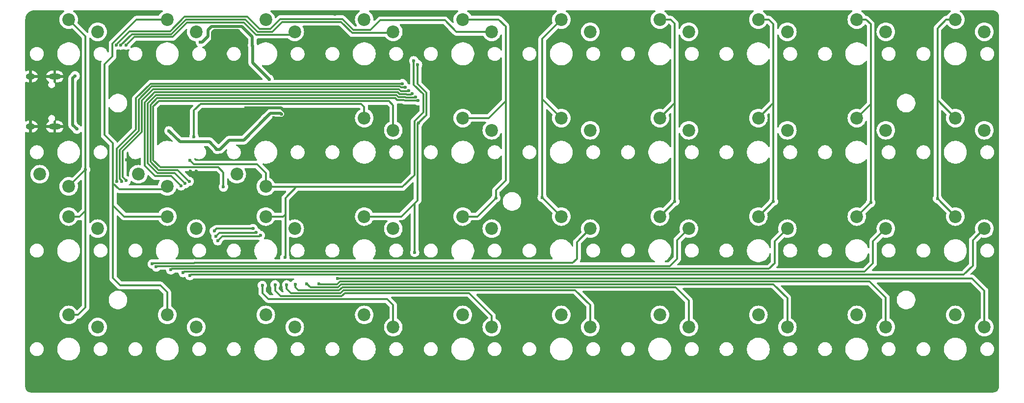
<source format=gtl>
G04 #@! TF.GenerationSoftware,KiCad,Pcbnew,8.0.9-8.0.9-0~ubuntu22.04.1*
G04 #@! TF.CreationDate,2025-05-22T00:01:40+08:00*
G04 #@! TF.ProjectId,macropad,6d616372-6f70-4616-942e-6b696361645f,rev?*
G04 #@! TF.SameCoordinates,Original*
G04 #@! TF.FileFunction,Copper,L1,Top*
G04 #@! TF.FilePolarity,Positive*
%FSLAX46Y46*%
G04 Gerber Fmt 4.6, Leading zero omitted, Abs format (unit mm)*
G04 Created by KiCad (PCBNEW 8.0.9-8.0.9-0~ubuntu22.04.1) date 2025-05-22 00:01:40*
%MOMM*%
%LPD*%
G01*
G04 APERTURE LIST*
G04 #@! TA.AperFunction,ComponentPad*
%ADD10C,2.200000*%
G04 #@! TD*
G04 #@! TA.AperFunction,HeatsinkPad*
%ADD11O,1.600000X1.000000*%
G04 #@! TD*
G04 #@! TA.AperFunction,HeatsinkPad*
%ADD12O,2.100000X1.000000*%
G04 #@! TD*
G04 #@! TA.AperFunction,ViaPad*
%ADD13C,0.600000*%
G04 #@! TD*
G04 #@! TA.AperFunction,Conductor*
%ADD14C,0.500000*%
G04 #@! TD*
G04 #@! TA.AperFunction,Conductor*
%ADD15C,0.300000*%
G04 #@! TD*
G04 APERTURE END LIST*
D10*
X163000000Y-110800000D03*
X168000000Y-112900000D03*
X214000000Y-93800000D03*
X219000000Y-95900000D03*
X197000000Y-93800000D03*
X202000000Y-95900000D03*
X95000000Y-59800000D03*
X100000000Y-61900000D03*
X129000000Y-59800000D03*
X134000000Y-61900000D03*
X78000000Y-93800000D03*
X83000000Y-95900000D03*
X163000000Y-59800000D03*
X168000000Y-61900000D03*
X146000000Y-110800000D03*
X151000000Y-112900000D03*
X78000000Y-59800000D03*
X83000000Y-61900000D03*
X197000000Y-110800000D03*
X202000000Y-112900000D03*
X129000000Y-93800000D03*
X134000000Y-95900000D03*
X163000000Y-76800000D03*
X168000000Y-78900000D03*
X112000000Y-59800000D03*
X117000000Y-61900000D03*
X180000000Y-110800000D03*
X185000000Y-112900000D03*
X129000000Y-110800000D03*
X134000000Y-112900000D03*
X180000000Y-59800000D03*
X185000000Y-61900000D03*
X214000000Y-110800000D03*
X219000000Y-112900000D03*
X61000000Y-59800000D03*
X66000000Y-61900000D03*
X95000000Y-93800000D03*
X100000000Y-95900000D03*
X146000000Y-76800000D03*
X151000000Y-78900000D03*
X78000000Y-88600000D03*
X73000000Y-86500000D03*
X95000000Y-88600000D03*
X90000000Y-86500000D03*
X61000000Y-93800000D03*
X66000000Y-95900000D03*
X112000000Y-110800000D03*
X117000000Y-112900000D03*
X61000000Y-88600000D03*
X56000000Y-86500000D03*
X78000000Y-110800000D03*
X83000000Y-112900000D03*
X197000000Y-59800000D03*
X202000000Y-61900000D03*
X112000000Y-76800000D03*
X117000000Y-78900000D03*
X180000000Y-76800000D03*
X185000000Y-78900000D03*
X129000000Y-76800000D03*
X134000000Y-78900000D03*
X214000000Y-59800000D03*
X219000000Y-61900000D03*
X214000000Y-76800000D03*
X219000000Y-78900000D03*
X163000000Y-93800000D03*
X168000000Y-95900000D03*
X95000000Y-110800000D03*
X100000000Y-112900000D03*
X146000000Y-93800000D03*
X151000000Y-95900000D03*
X112000000Y-93800000D03*
X117000000Y-95900000D03*
X180000000Y-93800000D03*
X185000000Y-95900000D03*
X61000000Y-110800000D03*
X66000000Y-112900000D03*
X146000000Y-59800000D03*
X151000000Y-61900000D03*
X197000000Y-76800000D03*
X202000000Y-78900000D03*
D11*
X54405000Y-78270000D03*
D12*
X58585000Y-78270000D03*
D11*
X54405000Y-69630000D03*
D12*
X58585000Y-69630000D03*
D13*
X56000000Y-76000000D03*
X107000000Y-68000000D03*
X109000000Y-68000000D03*
X62600000Y-77200000D03*
X108000000Y-68000000D03*
X105000000Y-111000000D03*
X91600000Y-75000000D03*
X80800000Y-69800000D03*
X97000000Y-113000000D03*
X71000000Y-84000000D03*
X64000000Y-60000000D03*
X56000000Y-74000000D03*
X87000000Y-77000000D03*
X58000000Y-121000000D03*
X85000000Y-77000000D03*
X91000000Y-62600000D03*
X83000000Y-86000000D03*
X106000000Y-62000000D03*
X56000000Y-72000000D03*
X220000000Y-121000000D03*
X104000000Y-111000000D03*
X83000000Y-87000000D03*
X105000000Y-112000000D03*
X123100000Y-59000000D03*
X86000000Y-78000000D03*
X56000000Y-121000000D03*
X69000000Y-77000000D03*
X107000000Y-58900000D03*
X75000000Y-88000000D03*
X218000000Y-121000000D03*
X71000000Y-77000000D03*
X104000000Y-112000000D03*
X62600000Y-70700000D03*
X77000000Y-80000000D03*
X82000000Y-86000000D03*
X85800000Y-64600000D03*
X76812500Y-69550000D03*
X86000000Y-76000000D03*
X89000000Y-106000000D03*
X91000000Y-106000000D03*
X110000000Y-68000000D03*
X96370889Y-76729111D03*
X182600000Y-91200000D03*
X63900000Y-85700000D03*
X210900000Y-90700000D03*
X134700000Y-90600000D03*
X199400000Y-91400000D03*
X120550000Y-66900000D03*
X98300000Y-100900000D03*
X81900000Y-84100000D03*
X121350000Y-77621428D03*
X121200000Y-67550000D03*
X120700000Y-100000000D03*
X82600000Y-80000000D03*
X165600000Y-91200000D03*
X97700000Y-76100000D03*
X61700000Y-71500000D03*
X95600000Y-70100000D03*
X78300000Y-79000000D03*
X92700000Y-64200000D03*
X61700000Y-76300000D03*
X83700000Y-63700000D03*
X86600000Y-82200000D03*
X94900000Y-76900000D03*
X62400000Y-78700000D03*
X62100000Y-69500000D03*
X142700000Y-90500000D03*
X87700000Y-88700000D03*
X81815544Y-87742228D03*
X121300330Y-73800460D03*
X81100000Y-88100000D03*
X120834599Y-73150000D03*
X80400000Y-88500000D03*
X120253650Y-72600000D03*
X119629149Y-72100000D03*
X70909620Y-87590380D03*
X119100000Y-71500000D03*
X70100000Y-87700000D03*
X69300000Y-87700000D03*
X118600000Y-70850000D03*
X92788258Y-95900000D03*
X86100000Y-96300000D03*
X86400000Y-97200000D03*
X93362068Y-96550000D03*
X94089811Y-97050000D03*
X86715136Y-98000000D03*
X75400000Y-102000000D03*
X76100000Y-102500000D03*
X78600000Y-103000000D03*
X80750000Y-103500000D03*
X81900000Y-104000000D03*
X94400000Y-105700000D03*
X96600000Y-105600000D03*
X98600000Y-105600000D03*
X100100000Y-105500000D03*
X102100000Y-105400000D03*
X104200000Y-105400000D03*
X107400000Y-104500000D03*
X70909622Y-64209621D03*
X70000003Y-64200000D03*
X69200000Y-64200000D03*
D14*
X96370889Y-76729111D02*
X96491778Y-76850000D01*
X97660661Y-75000000D02*
X91600000Y-75000000D01*
X98450000Y-76410661D02*
X98450000Y-75789339D01*
X96491778Y-76850000D02*
X98010661Y-76850000D01*
X85800000Y-65450610D02*
X85800000Y-64600000D01*
X98450000Y-75789339D02*
X97660661Y-75000000D01*
X86100000Y-61700000D02*
X90200000Y-61700000D01*
X91000000Y-62500000D02*
X91000000Y-62600000D01*
X80800000Y-69800000D02*
X81450610Y-69800000D01*
X85800000Y-64600000D02*
X85800000Y-62000000D01*
X77062500Y-69800000D02*
X76812500Y-69550000D01*
X80800000Y-69800000D02*
X77062500Y-69800000D01*
X81450610Y-69800000D02*
X85800000Y-65450610D01*
X85800000Y-62000000D02*
X86100000Y-61700000D01*
X90200000Y-61700000D02*
X91000000Y-62500000D01*
X62600000Y-70700000D02*
X62600000Y-77200000D01*
X98010661Y-76850000D02*
X98450000Y-76410661D01*
D15*
X182600000Y-91200000D02*
X180000000Y-93800000D01*
X182600000Y-74200000D02*
X182600000Y-91200000D01*
X182600000Y-74200000D02*
X180000000Y-76800000D01*
X180000000Y-59800000D02*
X181800000Y-59800000D01*
X182600000Y-60600000D02*
X182600000Y-74200000D01*
X181800000Y-59800000D02*
X182600000Y-60600000D01*
X63900000Y-85700000D02*
X63900000Y-92800000D01*
X63900000Y-62700000D02*
X63900000Y-85700000D01*
X63900000Y-92800000D02*
X63900000Y-109500000D01*
X63900000Y-92800000D02*
X62900000Y-93800000D01*
X62900000Y-93800000D02*
X61000000Y-93800000D01*
X61000000Y-59800000D02*
X63900000Y-62700000D01*
X63900000Y-85700000D02*
X61000000Y-88600000D01*
X63900000Y-109500000D02*
X62600000Y-110800000D01*
X62600000Y-110800000D02*
X61000000Y-110800000D01*
X210900000Y-73700000D02*
X214000000Y-76800000D01*
X210900000Y-73700000D02*
X210900000Y-90700000D01*
X214000000Y-59800000D02*
X212400000Y-59800000D01*
X210900000Y-61300000D02*
X210900000Y-73700000D01*
X210900000Y-90700000D02*
X214000000Y-93800000D01*
X212400000Y-59800000D02*
X210900000Y-61300000D01*
X135200000Y-59800000D02*
X136400000Y-61000000D01*
X136100000Y-74200000D02*
X133500000Y-76800000D01*
X133500000Y-76800000D02*
X129000000Y-76800000D01*
X131500000Y-93800000D02*
X129000000Y-93800000D01*
X136400000Y-73900000D02*
X136100000Y-74200000D01*
X129000000Y-59800000D02*
X135200000Y-59800000D01*
X134700000Y-90600000D02*
X131500000Y-93800000D01*
X134700000Y-89300000D02*
X134700000Y-90600000D01*
X136400000Y-73900000D02*
X136400000Y-87600000D01*
X136400000Y-61000000D02*
X136400000Y-73900000D01*
X136400000Y-87600000D02*
X134700000Y-89300000D01*
X134700000Y-90600000D02*
X134600000Y-90700000D01*
X197000000Y-59800000D02*
X198600000Y-59800000D01*
X199400000Y-74400000D02*
X199400000Y-91400000D01*
X199400000Y-60600000D02*
X199400000Y-74400000D01*
X198600000Y-59800000D02*
X199400000Y-60600000D01*
X199400000Y-74400000D02*
X197000000Y-76800000D01*
X199400000Y-91400000D02*
X197000000Y-93800000D01*
X118600000Y-88700000D02*
X102400000Y-88700000D01*
X120700000Y-86600000D02*
X118600000Y-88700000D01*
X122200000Y-75792894D02*
X121096447Y-76896447D01*
X120550000Y-71050000D02*
X122200000Y-72700000D01*
X100300000Y-88700000D02*
X98400000Y-90600000D01*
X98400000Y-93400000D02*
X98400000Y-100800000D01*
X95000000Y-86300000D02*
X95000000Y-88600000D01*
X81900000Y-84100000D02*
X82600000Y-84800000D01*
X82600000Y-84800000D02*
X93500000Y-84800000D01*
X98400000Y-90600000D02*
X98400000Y-93400000D01*
X93500000Y-84800000D02*
X95000000Y-86300000D01*
X95100000Y-88700000D02*
X95000000Y-88600000D01*
X99900000Y-88700000D02*
X95100000Y-88700000D01*
X102400000Y-88700000D02*
X100300000Y-88700000D01*
X121096447Y-76896447D02*
X121096446Y-76896447D01*
X121096446Y-76896447D02*
X120700000Y-77292893D01*
X120550000Y-66900000D02*
X120550000Y-71050000D01*
X98400000Y-100800000D02*
X98300000Y-100900000D01*
X102400000Y-88700000D02*
X99900000Y-88700000D01*
X122200000Y-72700000D02*
X122200000Y-75792894D01*
X98400000Y-93400000D02*
X98000000Y-93800000D01*
X98000000Y-93800000D02*
X95000000Y-93800000D01*
X120700000Y-77292893D02*
X120700000Y-86600000D01*
X112000000Y-74900000D02*
X112000000Y-76800000D01*
X83750000Y-74350000D02*
X111450000Y-74350000D01*
X111450000Y-74350000D02*
X112000000Y-74900000D01*
X121200000Y-91000000D02*
X118400000Y-93800000D01*
X120675000Y-99975000D02*
X120700000Y-100000000D01*
X82600000Y-80000000D02*
X82600000Y-75500000D01*
X118400000Y-93800000D02*
X112000000Y-93800000D01*
X82600000Y-75500000D02*
X83750000Y-74350000D01*
X120675000Y-91525000D02*
X120675000Y-99975000D01*
X121200000Y-77771428D02*
X121200000Y-91000000D01*
X121200000Y-67550000D02*
X121200000Y-70900000D01*
X121200000Y-70900000D02*
X122700000Y-72400000D01*
X122700000Y-76271428D02*
X121200000Y-77771428D01*
X122700000Y-72400000D02*
X122700000Y-76271428D01*
X121200000Y-91000000D02*
X120675000Y-91525000D01*
X68650000Y-87900000D02*
X68650000Y-91750000D01*
X78000000Y-106900000D02*
X78000000Y-110800000D01*
X69700000Y-89100000D02*
X77500000Y-89100000D01*
X68650000Y-91750000D02*
X68650000Y-91850000D01*
X68650000Y-81150000D02*
X68650000Y-87900000D01*
X78000000Y-59800000D02*
X72680761Y-59800000D01*
X68550000Y-66150000D02*
X67200000Y-67500000D01*
X68650000Y-104450000D02*
X69900000Y-105700000D01*
X68650000Y-91850000D02*
X70600000Y-93800000D01*
X68650000Y-91750000D02*
X68650000Y-104450000D01*
X69900000Y-105700000D02*
X76800000Y-105700000D01*
X67200000Y-67500000D02*
X67200000Y-79700000D01*
X72680761Y-59800000D02*
X68550000Y-63930761D01*
X68550000Y-63930761D02*
X68550000Y-66150000D01*
X69700000Y-89100000D02*
X68650000Y-88050000D01*
X77500000Y-89100000D02*
X78000000Y-88600000D01*
X76800000Y-105700000D02*
X78000000Y-106900000D01*
X68650000Y-88050000D02*
X68650000Y-87900000D01*
X70600000Y-93800000D02*
X78000000Y-93800000D01*
X67200000Y-79700000D02*
X68650000Y-81150000D01*
X165600000Y-74200000D02*
X165600000Y-91200000D01*
X164900000Y-59800000D02*
X165600000Y-60500000D01*
X165600000Y-60500000D02*
X165600000Y-74200000D01*
X165600000Y-91200000D02*
X163000000Y-93800000D01*
X165600000Y-74200000D02*
X163000000Y-76800000D01*
X163000000Y-59800000D02*
X164900000Y-59800000D01*
D14*
X97579111Y-75979111D02*
X95820889Y-75979111D01*
X80200000Y-80900000D02*
X78300000Y-79000000D01*
X92700000Y-64200000D02*
X92700000Y-62800000D01*
X85000000Y-61600000D02*
X85000000Y-62700000D01*
X85300000Y-80900000D02*
X80200000Y-80900000D01*
X61700000Y-76300000D02*
X61700000Y-78000000D01*
X61700000Y-71500000D02*
X61700000Y-76300000D01*
X84000000Y-63700000D02*
X83700000Y-63700000D01*
X88700000Y-80600000D02*
X91200000Y-80600000D01*
X92700000Y-64200000D02*
X92775000Y-64275000D01*
X92775000Y-64275000D02*
X92775000Y-67275000D01*
X92700000Y-62800000D02*
X90900000Y-61000000D01*
X61700000Y-69900000D02*
X62100000Y-69500000D01*
X61700000Y-78000000D02*
X62400000Y-78700000D01*
X91200000Y-80600000D02*
X94900000Y-76900000D01*
X87100000Y-82200000D02*
X88700000Y-80600000D01*
X92775000Y-67275000D02*
X95600000Y-70100000D01*
X95820889Y-75979111D02*
X94900000Y-76900000D01*
X86600000Y-82200000D02*
X87100000Y-82200000D01*
X85000000Y-62700000D02*
X84000000Y-63700000D01*
X97700000Y-76100000D02*
X97579111Y-75979111D01*
X85600000Y-61000000D02*
X85000000Y-61600000D01*
X61700000Y-71500000D02*
X61700000Y-69900000D01*
X90900000Y-61000000D02*
X85600000Y-61000000D01*
X86600000Y-82200000D02*
X85300000Y-80900000D01*
D15*
X142700000Y-73500000D02*
X146000000Y-76800000D01*
X142700000Y-73500000D02*
X142700000Y-90500000D01*
X142700000Y-63100000D02*
X142700000Y-73500000D01*
X142700000Y-90500000D02*
X146000000Y-93800000D01*
X146000000Y-59800000D02*
X142700000Y-63100000D01*
X87700000Y-88700000D02*
X87700000Y-86200000D01*
X86800000Y-85300000D02*
X76800000Y-85300000D01*
X87700000Y-86200000D02*
X86800000Y-85300000D01*
X75600000Y-84100000D02*
X75600000Y-74800000D01*
X76550000Y-73850000D02*
X116250000Y-73850000D01*
X76800000Y-85300000D02*
X75600000Y-84100000D01*
X116250000Y-73850000D02*
X117000000Y-74600000D01*
X117000000Y-74600000D02*
X117000000Y-78900000D01*
X75600000Y-74800000D02*
X76550000Y-73850000D01*
X76507106Y-85800000D02*
X79800000Y-85800000D01*
X118845696Y-73650000D02*
X117652333Y-73650000D01*
X118996156Y-73800460D02*
X118845696Y-73650000D01*
X75100000Y-84392894D02*
X76507106Y-85800000D01*
X117352333Y-73350000D02*
X76264212Y-73350000D01*
X79800000Y-85800000D02*
X81742228Y-87742228D01*
X75100000Y-74514212D02*
X75100000Y-84392894D01*
X117652333Y-73650000D02*
X117352333Y-73350000D01*
X76264212Y-73350000D02*
X75100000Y-74514212D01*
X121300330Y-73800460D02*
X118996156Y-73800460D01*
X81742228Y-87742228D02*
X81815544Y-87742228D01*
X74600000Y-74307106D02*
X74600000Y-84600000D01*
X79319796Y-86319796D02*
X81100000Y-88100000D01*
X119052803Y-73150000D02*
X117859440Y-73150000D01*
X117859440Y-73150000D02*
X117559440Y-72850000D01*
X117559440Y-72850000D02*
X76057106Y-72850000D01*
X120734599Y-73250000D02*
X119152803Y-73250000D01*
X74600000Y-84600000D02*
X76319796Y-86319796D01*
X119152803Y-73250000D02*
X119052803Y-73150000D01*
X76319796Y-86319796D02*
X79319796Y-86319796D01*
X76057106Y-72850000D02*
X74600000Y-74307106D01*
X120834599Y-73150000D02*
X120734599Y-73250000D01*
X119359910Y-72750000D02*
X119259910Y-72650000D01*
X118066547Y-72650000D02*
X117766547Y-72350000D01*
X75919796Y-86819796D02*
X78719796Y-86819796D01*
X117766547Y-72350000D02*
X75850000Y-72350000D01*
X75850000Y-72350000D02*
X74100000Y-74100000D01*
X119259910Y-72650000D02*
X118066547Y-72650000D01*
X78719796Y-86819796D02*
X80400000Y-88500000D01*
X120253650Y-72600000D02*
X120103650Y-72750000D01*
X74100000Y-85000000D02*
X75919796Y-86819796D01*
X74100000Y-74100000D02*
X74100000Y-85000000D01*
X120103650Y-72750000D02*
X119359910Y-72750000D01*
X70300000Y-82500000D02*
X70300000Y-86980760D01*
X75550000Y-71850000D02*
X73600000Y-73800000D01*
X119629149Y-72100000D02*
X119579149Y-72150000D01*
X70300000Y-86980760D02*
X70909620Y-87590380D01*
X119579149Y-72150000D02*
X118273654Y-72150000D01*
X118273654Y-72150000D02*
X117973654Y-71850000D01*
X117973654Y-71850000D02*
X75550000Y-71850000D01*
X73600000Y-79200000D02*
X70300000Y-82500000D01*
X73600000Y-73800000D02*
X73600000Y-79200000D01*
X69800000Y-87280761D02*
X70100000Y-87580761D01*
X118330761Y-71500000D02*
X118180761Y-71350000D01*
X73100000Y-78992894D02*
X69800000Y-82292894D01*
X75342893Y-71350000D02*
X73100000Y-73592893D01*
X73100000Y-73592893D02*
X73100000Y-78992894D01*
X70100000Y-87580761D02*
X70100000Y-87700000D01*
X119100000Y-71500000D02*
X118330761Y-71500000D01*
X118180761Y-71350000D02*
X75342893Y-71350000D01*
X69800000Y-82292894D02*
X69800000Y-87280761D01*
X72600000Y-73385787D02*
X75135787Y-70850000D01*
X72600000Y-78785787D02*
X72600000Y-73385787D01*
X75135787Y-70850000D02*
X118600000Y-70850000D01*
X69300000Y-82085787D02*
X72600000Y-78785787D01*
X69300000Y-87700000D02*
X69300000Y-82085787D01*
X86100000Y-96300000D02*
X86500000Y-95900000D01*
X86500000Y-95900000D02*
X92788258Y-95900000D01*
X93362068Y-96550000D02*
X93312068Y-96600000D01*
X93312068Y-96600000D02*
X87000000Y-96600000D01*
X87000000Y-96600000D02*
X86400000Y-97200000D01*
X87515136Y-97200000D02*
X86715136Y-98000000D01*
X94089811Y-97050000D02*
X93939811Y-97200000D01*
X93939811Y-97200000D02*
X87515136Y-97200000D01*
X148700000Y-98200000D02*
X151000000Y-95900000D01*
X82650000Y-101850000D02*
X82700000Y-101800000D01*
X75550000Y-101850000D02*
X82650000Y-101850000D01*
X147975000Y-101825000D02*
X148700000Y-101100000D01*
X82725000Y-101825000D02*
X147975000Y-101825000D01*
X75400000Y-102000000D02*
X75550000Y-101850000D01*
X148700000Y-101100000D02*
X148700000Y-98200000D01*
X82700000Y-101800000D02*
X82725000Y-101825000D01*
X166000000Y-101100000D02*
X166000000Y-97900000D01*
X166000000Y-97900000D02*
X168000000Y-95900000D01*
X76250000Y-102350000D02*
X164750000Y-102350000D01*
X76100000Y-102500000D02*
X76250000Y-102350000D01*
X164750000Y-102350000D02*
X166000000Y-101100000D01*
X182800000Y-98100000D02*
X185000000Y-95900000D01*
X181850000Y-102850000D02*
X182800000Y-101900000D01*
X78600000Y-103000000D02*
X78750000Y-102850000D01*
X182800000Y-101900000D02*
X182800000Y-98100000D01*
X78750000Y-102850000D02*
X181850000Y-102850000D01*
X80750000Y-103500000D02*
X80900000Y-103350000D01*
X80900000Y-103350000D02*
X198350000Y-103350000D01*
X199800000Y-101900000D02*
X199800000Y-98100000D01*
X198350000Y-103350000D02*
X199800000Y-101900000D01*
X199800000Y-98100000D02*
X202000000Y-95900000D01*
X215450000Y-103850000D02*
X217000000Y-102300000D01*
X82050000Y-103850000D02*
X215450000Y-103850000D01*
X217000000Y-102300000D02*
X217000000Y-97900000D01*
X81900000Y-104000000D02*
X82050000Y-103850000D01*
X217000000Y-97900000D02*
X219000000Y-95900000D01*
X115950000Y-108050000D02*
X117000000Y-109100000D01*
X95450000Y-108050000D02*
X115950000Y-108050000D01*
X94400000Y-107000000D02*
X95450000Y-108050000D01*
X117000000Y-109100000D02*
X117000000Y-112900000D01*
X94400000Y-105700000D02*
X94400000Y-107000000D01*
X96600000Y-105600000D02*
X96600000Y-106600000D01*
X134000000Y-110900000D02*
X134000000Y-112900000D01*
X108097664Y-107550000D02*
X108647664Y-107000000D01*
X96600000Y-106600000D02*
X97550000Y-107550000D01*
X130100000Y-107000000D02*
X134000000Y-110900000D01*
X108647664Y-107000000D02*
X130100000Y-107000000D01*
X97550000Y-107550000D02*
X108097664Y-107550000D01*
X151000000Y-109100000D02*
X151000000Y-112900000D01*
X148400000Y-106500000D02*
X151000000Y-109100000D01*
X98600000Y-105600000D02*
X98600000Y-106300000D01*
X99350000Y-107050000D02*
X107890558Y-107050000D01*
X108440558Y-106500000D02*
X148400000Y-106500000D01*
X98600000Y-106300000D02*
X99350000Y-107050000D01*
X107890558Y-107050000D02*
X108440558Y-106500000D01*
X100100000Y-105500000D02*
X100100000Y-106000000D01*
X100650000Y-106550000D02*
X107683452Y-106550000D01*
X168000000Y-108300000D02*
X168000000Y-112900000D01*
X165700000Y-106000000D02*
X168000000Y-108300000D01*
X107683452Y-106550000D02*
X108233452Y-106000000D01*
X108233452Y-106000000D02*
X165700000Y-106000000D01*
X100100000Y-106000000D02*
X100650000Y-106550000D01*
X185000000Y-107900000D02*
X185000000Y-112900000D01*
X102100000Y-105400000D02*
X102750000Y-106050000D01*
X107476346Y-106050000D02*
X108026346Y-105500000D01*
X102750000Y-106050000D02*
X107476346Y-106050000D01*
X182600000Y-105500000D02*
X185000000Y-107900000D01*
X108026346Y-105500000D02*
X182600000Y-105500000D01*
X107819239Y-105000000D02*
X199200000Y-105000000D01*
X104350000Y-105550000D02*
X107269239Y-105550000D01*
X199200000Y-105000000D02*
X202000000Y-107800000D01*
X104200000Y-105400000D02*
X104350000Y-105550000D01*
X202000000Y-107800000D02*
X202000000Y-112900000D01*
X107269239Y-105550000D02*
X107819239Y-105000000D01*
X219000000Y-106600000D02*
X219000000Y-112900000D01*
X107400000Y-104500000D02*
X216900000Y-104500000D01*
X216900000Y-104500000D02*
X219000000Y-106600000D01*
X91200000Y-60300000D02*
X93300000Y-62400000D01*
X70909622Y-64209621D02*
X72319243Y-62800000D01*
X81414212Y-60300000D02*
X91200000Y-60300000D01*
X93300000Y-62400000D02*
X99500000Y-62400000D01*
X99500000Y-62400000D02*
X100000000Y-61900000D01*
X72319243Y-62800000D02*
X78914212Y-62800000D01*
X78914212Y-62800000D02*
X81414212Y-60300000D01*
X70000003Y-64200000D02*
X70000003Y-64199997D01*
X71900000Y-62300000D02*
X78707106Y-62300000D01*
X81207106Y-59800000D02*
X91500000Y-59800000D01*
X78707106Y-62300000D02*
X81207106Y-59800000D01*
X91500000Y-59800000D02*
X93600000Y-61900000D01*
X97800000Y-60200000D02*
X107992894Y-60200000D01*
X93600000Y-61900000D02*
X96100000Y-61900000D01*
X107992894Y-60200000D02*
X109892894Y-62100000D01*
X96100000Y-61900000D02*
X97800000Y-60200000D01*
X109892894Y-62100000D02*
X116800000Y-62100000D01*
X70000003Y-64199997D02*
X71900000Y-62300000D01*
X116800000Y-62100000D02*
X117000000Y-61900000D01*
X81000000Y-59300000D02*
X91800000Y-59300000D01*
X110100000Y-61600000D02*
X113100000Y-61600000D01*
X69200000Y-64080764D02*
X71480764Y-61800000D01*
X97500000Y-59700000D02*
X108200000Y-59700000D01*
X114800000Y-59900000D02*
X125900000Y-59900000D01*
X69200000Y-64200000D02*
X69200000Y-64080764D01*
X113100000Y-61600000D02*
X114800000Y-59900000D01*
X95800000Y-61400000D02*
X97500000Y-59700000D01*
X71480764Y-61800000D02*
X78500000Y-61800000D01*
X91800000Y-59300000D02*
X93900000Y-61400000D01*
X78500000Y-61800000D02*
X81000000Y-59300000D01*
X127900000Y-61900000D02*
X134000000Y-61900000D01*
X93900000Y-61400000D02*
X95800000Y-61400000D01*
X108200000Y-59700000D02*
X110100000Y-61600000D01*
X125900000Y-59900000D02*
X127900000Y-61900000D01*
G04 #@! TA.AperFunction,Conductor*
G36*
X60174348Y-58220185D02*
G01*
X60220103Y-58272989D01*
X60230047Y-58342147D01*
X60201022Y-58405703D01*
X60172099Y-58430227D01*
X60056345Y-58501160D01*
X60056343Y-58501161D01*
X59864776Y-58664776D01*
X59701161Y-58856343D01*
X59701160Y-58856346D01*
X59569533Y-59071140D01*
X59473126Y-59303889D01*
X59414317Y-59548848D01*
X59394551Y-59800000D01*
X59414317Y-60051151D01*
X59473126Y-60296110D01*
X59569533Y-60528859D01*
X59701160Y-60743653D01*
X59701161Y-60743656D01*
X59723188Y-60769446D01*
X59864776Y-60935224D01*
X59949814Y-61007853D01*
X60056343Y-61098838D01*
X60056346Y-61098839D01*
X60271140Y-61230466D01*
X60317093Y-61249500D01*
X60503889Y-61326873D01*
X60748852Y-61385683D01*
X61000000Y-61405449D01*
X61251148Y-61385683D01*
X61496111Y-61326873D01*
X61497910Y-61326127D01*
X61498650Y-61326048D01*
X61500750Y-61325366D01*
X61500893Y-61325806D01*
X61567377Y-61318651D01*
X61629860Y-61349918D01*
X61633056Y-61353002D01*
X63213181Y-62933127D01*
X63246666Y-62994450D01*
X63249500Y-63020808D01*
X63249500Y-78118841D01*
X63229815Y-78185880D01*
X63177011Y-78231635D01*
X63107853Y-78241579D01*
X63044297Y-78212554D01*
X63034770Y-78202631D01*
X63034740Y-78202662D01*
X62902262Y-78070184D01*
X62838214Y-78029940D01*
X62749522Y-77974211D01*
X62749518Y-77974209D01*
X62743244Y-77971188D01*
X62744125Y-77969358D01*
X62708059Y-77946692D01*
X62486819Y-77725451D01*
X62453334Y-77664128D01*
X62450500Y-77637770D01*
X62450500Y-76599972D01*
X62457458Y-76559017D01*
X62485368Y-76479255D01*
X62487405Y-76461175D01*
X62505565Y-76300003D01*
X62505565Y-76299996D01*
X62491392Y-76174211D01*
X62485368Y-76120745D01*
X62457458Y-76040982D01*
X62450500Y-76000028D01*
X62450500Y-71799972D01*
X62457458Y-71759017D01*
X62485368Y-71679254D01*
X62485369Y-71679249D01*
X62505565Y-71500003D01*
X62505565Y-71499996D01*
X62485368Y-71320747D01*
X62485368Y-71320745D01*
X62457458Y-71240982D01*
X62450500Y-71200028D01*
X62450500Y-70293706D01*
X62470185Y-70226667D01*
X62508529Y-70188712D01*
X62602259Y-70129818D01*
X62602259Y-70129817D01*
X62602262Y-70129816D01*
X62729816Y-70002262D01*
X62825789Y-69849522D01*
X62885368Y-69679255D01*
X62895368Y-69590504D01*
X62905565Y-69500003D01*
X62905565Y-69499996D01*
X62885369Y-69320750D01*
X62885368Y-69320745D01*
X62833294Y-69171926D01*
X62825789Y-69150478D01*
X62729816Y-68997738D01*
X62602262Y-68870184D01*
X62575309Y-68853248D01*
X62449523Y-68774211D01*
X62279254Y-68714631D01*
X62279249Y-68714630D01*
X62100004Y-68694435D01*
X62099996Y-68694435D01*
X61920750Y-68714630D01*
X61920745Y-68714631D01*
X61750476Y-68774211D01*
X61597737Y-68870184D01*
X61470184Y-68997737D01*
X61374212Y-69150475D01*
X61371191Y-69156750D01*
X61369370Y-69155873D01*
X61346694Y-69191937D01*
X61117047Y-69421585D01*
X61073135Y-69487303D01*
X61073136Y-69487304D01*
X61034914Y-69544508D01*
X60978343Y-69681082D01*
X60978340Y-69681092D01*
X60949500Y-69826079D01*
X60949500Y-71200028D01*
X60942542Y-71240982D01*
X60914631Y-71320747D01*
X60894435Y-71499996D01*
X60894435Y-71500003D01*
X60914630Y-71679249D01*
X60914631Y-71679254D01*
X60942542Y-71759017D01*
X60949500Y-71799972D01*
X60949500Y-76000028D01*
X60942542Y-76040982D01*
X60914631Y-76120747D01*
X60894435Y-76299996D01*
X60894435Y-76300003D01*
X60914630Y-76479249D01*
X60914631Y-76479254D01*
X60917213Y-76486632D01*
X60941751Y-76556758D01*
X60942542Y-76559017D01*
X60949500Y-76599972D01*
X60949500Y-78073918D01*
X60949500Y-78073920D01*
X60949499Y-78073920D01*
X60978340Y-78218907D01*
X60978343Y-78218917D01*
X61034912Y-78355488D01*
X61034916Y-78355495D01*
X61055085Y-78385680D01*
X61055086Y-78385683D01*
X61117046Y-78478414D01*
X61117052Y-78478421D01*
X61646692Y-79008059D01*
X61669358Y-79044125D01*
X61671188Y-79043244D01*
X61674209Y-79049518D01*
X61674211Y-79049522D01*
X61770184Y-79202262D01*
X61897738Y-79329816D01*
X62050478Y-79425789D01*
X62211211Y-79482032D01*
X62220745Y-79485368D01*
X62220750Y-79485369D01*
X62399996Y-79505565D01*
X62400000Y-79505565D01*
X62400004Y-79505565D01*
X62579249Y-79485369D01*
X62579252Y-79485368D01*
X62579255Y-79485368D01*
X62749522Y-79425789D01*
X62902262Y-79329816D01*
X63029816Y-79202262D01*
X63029816Y-79202261D01*
X63034740Y-79197338D01*
X63036011Y-79198609D01*
X63085740Y-79163705D01*
X63155552Y-79160855D01*
X63215822Y-79196200D01*
X63247416Y-79258518D01*
X63249500Y-79281158D01*
X63249500Y-85194931D01*
X63230494Y-85260903D01*
X63174211Y-85350476D01*
X63114632Y-85520745D01*
X63114630Y-85520752D01*
X63113815Y-85527988D01*
X63086743Y-85592400D01*
X63078277Y-85601775D01*
X61633055Y-87046997D01*
X61571732Y-87080482D01*
X61502040Y-87075498D01*
X61497944Y-87073886D01*
X61496111Y-87073127D01*
X61496105Y-87073125D01*
X61496101Y-87073124D01*
X61251151Y-87014317D01*
X61000000Y-86994551D01*
X60748848Y-87014317D01*
X60503889Y-87073126D01*
X60271140Y-87169533D01*
X60056346Y-87301160D01*
X60056343Y-87301161D01*
X59864776Y-87464776D01*
X59701161Y-87656343D01*
X59701160Y-87656346D01*
X59569533Y-87871140D01*
X59473126Y-88103889D01*
X59414317Y-88348848D01*
X59394551Y-88600000D01*
X59414317Y-88851151D01*
X59473126Y-89096110D01*
X59569533Y-89328859D01*
X59701160Y-89543653D01*
X59701161Y-89543656D01*
X59716983Y-89562181D01*
X59864776Y-89735224D01*
X59977070Y-89831132D01*
X60056343Y-89898838D01*
X60056346Y-89898839D01*
X60271140Y-90030466D01*
X60426774Y-90094931D01*
X60503889Y-90126873D01*
X60748852Y-90185683D01*
X61000000Y-90205449D01*
X61251148Y-90185683D01*
X61496111Y-90126873D01*
X61728859Y-90030466D01*
X61943659Y-89898836D01*
X62135224Y-89735224D01*
X62298836Y-89543659D01*
X62430466Y-89328859D01*
X62526873Y-89096111D01*
X62585683Y-88851148D01*
X62605449Y-88600000D01*
X62585683Y-88348852D01*
X62526873Y-88103889D01*
X62526120Y-88102070D01*
X62526039Y-88101323D01*
X62525371Y-88099266D01*
X62525803Y-88099125D01*
X62518654Y-88032601D01*
X62549932Y-87970123D01*
X62552972Y-87966972D01*
X63037820Y-87482125D01*
X63099142Y-87448641D01*
X63168834Y-87453625D01*
X63224767Y-87495497D01*
X63249184Y-87560961D01*
X63249500Y-87569807D01*
X63249500Y-92479192D01*
X63229815Y-92546231D01*
X63213181Y-92566873D01*
X62666873Y-93113181D01*
X62605550Y-93146666D01*
X62579192Y-93149500D01*
X62545778Y-93149500D01*
X62478739Y-93129815D01*
X62432984Y-93077011D01*
X62431217Y-93072954D01*
X62430465Y-93071138D01*
X62298839Y-92856346D01*
X62298838Y-92856343D01*
X62195996Y-92735931D01*
X62135224Y-92664776D01*
X61996426Y-92546231D01*
X61943656Y-92501161D01*
X61943653Y-92501160D01*
X61728859Y-92369533D01*
X61496110Y-92273126D01*
X61251151Y-92214317D01*
X61000000Y-92194551D01*
X60748848Y-92214317D01*
X60503889Y-92273126D01*
X60271140Y-92369533D01*
X60056346Y-92501160D01*
X60056343Y-92501161D01*
X59864776Y-92664776D01*
X59701161Y-92856343D01*
X59701160Y-92856346D01*
X59569533Y-93071140D01*
X59473126Y-93303889D01*
X59414317Y-93548848D01*
X59394551Y-93800000D01*
X59414317Y-94051151D01*
X59473126Y-94296110D01*
X59569533Y-94528859D01*
X59701160Y-94743653D01*
X59701161Y-94743656D01*
X59746405Y-94796629D01*
X59864776Y-94935224D01*
X60013066Y-95061875D01*
X60056343Y-95098838D01*
X60056346Y-95098839D01*
X60271140Y-95230466D01*
X60377446Y-95274499D01*
X60503889Y-95326873D01*
X60748852Y-95385683D01*
X61000000Y-95405449D01*
X61251148Y-95385683D01*
X61496111Y-95326873D01*
X61728859Y-95230466D01*
X61943659Y-95098836D01*
X62135224Y-94935224D01*
X62298836Y-94743659D01*
X62430466Y-94528859D01*
X62431217Y-94527046D01*
X62431688Y-94526461D01*
X62432680Y-94524515D01*
X62433088Y-94524723D01*
X62475059Y-94472643D01*
X62541353Y-94450579D01*
X62545778Y-94450500D01*
X62964071Y-94450500D01*
X63095718Y-94424313D01*
X63095957Y-94425517D01*
X63159366Y-94424948D01*
X63218481Y-94462194D01*
X63248075Y-94525486D01*
X63249500Y-94544234D01*
X63249500Y-109179191D01*
X63229815Y-109246230D01*
X63213181Y-109266872D01*
X62533499Y-109946553D01*
X62472176Y-109980038D01*
X62402484Y-109975054D01*
X62346551Y-109933182D01*
X62340091Y-109923662D01*
X62298839Y-109856346D01*
X62298838Y-109856343D01*
X62198459Y-109738815D01*
X62135224Y-109664776D01*
X62008571Y-109556604D01*
X61943656Y-109501161D01*
X61943653Y-109501160D01*
X61728859Y-109369533D01*
X61496110Y-109273126D01*
X61251151Y-109214317D01*
X61000000Y-109194551D01*
X60748848Y-109214317D01*
X60503889Y-109273126D01*
X60271140Y-109369533D01*
X60056346Y-109501160D01*
X60056343Y-109501161D01*
X59864776Y-109664776D01*
X59701161Y-109856343D01*
X59701160Y-109856346D01*
X59569533Y-110071140D01*
X59473126Y-110303889D01*
X59414317Y-110548848D01*
X59394551Y-110800000D01*
X59414317Y-111051151D01*
X59473126Y-111296110D01*
X59569533Y-111528859D01*
X59701160Y-111743653D01*
X59701161Y-111743656D01*
X59756604Y-111808571D01*
X59864776Y-111935224D01*
X60013066Y-112061875D01*
X60056343Y-112098838D01*
X60056346Y-112098839D01*
X60271140Y-112230466D01*
X60503889Y-112326873D01*
X60748852Y-112385683D01*
X61000000Y-112405449D01*
X61251148Y-112385683D01*
X61496111Y-112326873D01*
X61728859Y-112230466D01*
X61943659Y-112098836D01*
X62135224Y-111935224D01*
X62298836Y-111743659D01*
X62430466Y-111528859D01*
X62431217Y-111527046D01*
X62431688Y-111526461D01*
X62432680Y-111524515D01*
X62433088Y-111524723D01*
X62475059Y-111472643D01*
X62541353Y-111450579D01*
X62545778Y-111450500D01*
X62664071Y-111450500D01*
X62748615Y-111433682D01*
X62789744Y-111425501D01*
X62908127Y-111376465D01*
X62913123Y-111373127D01*
X63014669Y-111305277D01*
X64405277Y-109914669D01*
X64476466Y-109808126D01*
X64505189Y-109738779D01*
X64525501Y-109689744D01*
X64550500Y-109564069D01*
X64550500Y-108074038D01*
X67899500Y-108074038D01*
X67899500Y-108325961D01*
X67938910Y-108574785D01*
X67938909Y-108574785D01*
X68016760Y-108814383D01*
X68065613Y-108910261D01*
X68129645Y-109035931D01*
X68131132Y-109038848D01*
X68279201Y-109242649D01*
X68279205Y-109242654D01*
X68457345Y-109420794D01*
X68457350Y-109420798D01*
X68567960Y-109501160D01*
X68661155Y-109568870D01*
X68804184Y-109641747D01*
X68885616Y-109683239D01*
X68885618Y-109683239D01*
X68885621Y-109683241D01*
X69125215Y-109761090D01*
X69374038Y-109800500D01*
X69374039Y-109800500D01*
X69625961Y-109800500D01*
X69625962Y-109800500D01*
X69874785Y-109761090D01*
X70114379Y-109683241D01*
X70338845Y-109568870D01*
X70542656Y-109420793D01*
X70720793Y-109242656D01*
X70868870Y-109038845D01*
X70983241Y-108814379D01*
X71061090Y-108574785D01*
X71100500Y-108325962D01*
X71100500Y-108074038D01*
X71061090Y-107825215D01*
X70983241Y-107585621D01*
X70983239Y-107585618D01*
X70983239Y-107585616D01*
X70935474Y-107491873D01*
X70868870Y-107361155D01*
X70774428Y-107231166D01*
X70720798Y-107157350D01*
X70720794Y-107157345D01*
X70542654Y-106979205D01*
X70542649Y-106979201D01*
X70338848Y-106831132D01*
X70338847Y-106831131D01*
X70338845Y-106831130D01*
X70225322Y-106773287D01*
X70114383Y-106716760D01*
X69874785Y-106638910D01*
X69625962Y-106599500D01*
X69374038Y-106599500D01*
X69249626Y-106619205D01*
X69125214Y-106638910D01*
X68885616Y-106716760D01*
X68661151Y-106831132D01*
X68457350Y-106979201D01*
X68457345Y-106979205D01*
X68279205Y-107157345D01*
X68279201Y-107157350D01*
X68131132Y-107361151D01*
X68016760Y-107585616D01*
X67938910Y-107825214D01*
X67899500Y-108074038D01*
X64550500Y-108074038D01*
X64550500Y-99605513D01*
X65299500Y-99605513D01*
X65299500Y-99794486D01*
X65329059Y-99981118D01*
X65387454Y-100160836D01*
X65467749Y-100318422D01*
X65473240Y-100329199D01*
X65584310Y-100482073D01*
X65717927Y-100615690D01*
X65870801Y-100726760D01*
X65950347Y-100767290D01*
X66039163Y-100812545D01*
X66039165Y-100812545D01*
X66039168Y-100812547D01*
X66135497Y-100843846D01*
X66218881Y-100870940D01*
X66405514Y-100900500D01*
X66405519Y-100900500D01*
X66594486Y-100900500D01*
X66781118Y-100870940D01*
X66793635Y-100866873D01*
X66960832Y-100812547D01*
X67129199Y-100726760D01*
X67282073Y-100615690D01*
X67415690Y-100482073D01*
X67526760Y-100329199D01*
X67612547Y-100160832D01*
X67670940Y-99981118D01*
X67700500Y-99794486D01*
X67700500Y-99605513D01*
X67670940Y-99418881D01*
X67612545Y-99239163D01*
X67526759Y-99070800D01*
X67415690Y-98917927D01*
X67282073Y-98784310D01*
X67129199Y-98673240D01*
X66960836Y-98587454D01*
X66781118Y-98529059D01*
X66594486Y-98499500D01*
X66594481Y-98499500D01*
X66405519Y-98499500D01*
X66405514Y-98499500D01*
X66218881Y-98529059D01*
X66039163Y-98587454D01*
X65870800Y-98673240D01*
X65798475Y-98725788D01*
X65717927Y-98784310D01*
X65717925Y-98784312D01*
X65717924Y-98784312D01*
X65584312Y-98917924D01*
X65584312Y-98917925D01*
X65584310Y-98917927D01*
X65556632Y-98956022D01*
X65473240Y-99070800D01*
X65387454Y-99239163D01*
X65329059Y-99418881D01*
X65299500Y-99605513D01*
X64550500Y-99605513D01*
X64550500Y-97003370D01*
X64570185Y-96936331D01*
X64622989Y-96890576D01*
X64692147Y-96880632D01*
X64755703Y-96909657D01*
X64768790Y-96922839D01*
X64852409Y-97020745D01*
X64864776Y-97035224D01*
X64882080Y-97050003D01*
X65056343Y-97198838D01*
X65056345Y-97198838D01*
X65058245Y-97200003D01*
X65271140Y-97330466D01*
X65486130Y-97419517D01*
X65503889Y-97426873D01*
X65748852Y-97485683D01*
X66000000Y-97505449D01*
X66251148Y-97485683D01*
X66496111Y-97426873D01*
X66728859Y-97330466D01*
X66943659Y-97198836D01*
X67135224Y-97035224D01*
X67298836Y-96843659D01*
X67430466Y-96628859D01*
X67526873Y-96396111D01*
X67585683Y-96151148D01*
X67605449Y-95900000D01*
X67585683Y-95648852D01*
X67526873Y-95403889D01*
X67494972Y-95326873D01*
X67430466Y-95171140D01*
X67298839Y-94956346D01*
X67298838Y-94956343D01*
X67178249Y-94815152D01*
X67135224Y-94764776D01*
X67007516Y-94655703D01*
X66943656Y-94601161D01*
X66943653Y-94601160D01*
X66728859Y-94469533D01*
X66496110Y-94373126D01*
X66251151Y-94314317D01*
X66000000Y-94294551D01*
X65748848Y-94314317D01*
X65503889Y-94373126D01*
X65271140Y-94469533D01*
X65056346Y-94601160D01*
X65056343Y-94601161D01*
X64864776Y-94764776D01*
X64768790Y-94877161D01*
X64710283Y-94915354D01*
X64640415Y-94915852D01*
X64581369Y-94878498D01*
X64551891Y-94815152D01*
X64550500Y-94796629D01*
X64550500Y-86205067D01*
X64569507Y-86139094D01*
X64625788Y-86049524D01*
X64632212Y-86031166D01*
X64685368Y-85879255D01*
X64685369Y-85879249D01*
X64705565Y-85700003D01*
X64705565Y-85699996D01*
X64685369Y-85520750D01*
X64685366Y-85520737D01*
X64625790Y-85350481D01*
X64625789Y-85350478D01*
X64604008Y-85315814D01*
X64569506Y-85260903D01*
X64550500Y-85194931D01*
X64550500Y-82605513D01*
X65299500Y-82605513D01*
X65299500Y-82794486D01*
X65329059Y-82981118D01*
X65387454Y-83160836D01*
X65444501Y-83272796D01*
X65473240Y-83329199D01*
X65584310Y-83482073D01*
X65717927Y-83615690D01*
X65870801Y-83726760D01*
X65950347Y-83767290D01*
X66039163Y-83812545D01*
X66039165Y-83812545D01*
X66039168Y-83812547D01*
X66135497Y-83843846D01*
X66218881Y-83870940D01*
X66405514Y-83900500D01*
X66405519Y-83900500D01*
X66594486Y-83900500D01*
X66781118Y-83870940D01*
X66831893Y-83854442D01*
X66960832Y-83812547D01*
X67129199Y-83726760D01*
X67282073Y-83615690D01*
X67415690Y-83482073D01*
X67526760Y-83329199D01*
X67612547Y-83160832D01*
X67670940Y-82981118D01*
X67679703Y-82925789D01*
X67700500Y-82794486D01*
X67700500Y-82605513D01*
X67670940Y-82418881D01*
X67612545Y-82239163D01*
X67526759Y-82070800D01*
X67525182Y-82068629D01*
X67415690Y-81917927D01*
X67282073Y-81784310D01*
X67129199Y-81673240D01*
X67108295Y-81662589D01*
X66960836Y-81587454D01*
X66781118Y-81529059D01*
X66594486Y-81499500D01*
X66594481Y-81499500D01*
X66405519Y-81499500D01*
X66405514Y-81499500D01*
X66218881Y-81529059D01*
X66039163Y-81587454D01*
X65870800Y-81673240D01*
X65799755Y-81724858D01*
X65717927Y-81784310D01*
X65717925Y-81784312D01*
X65717924Y-81784312D01*
X65584312Y-81917924D01*
X65584312Y-81917925D01*
X65584310Y-81917927D01*
X65550500Y-81964462D01*
X65473240Y-82070800D01*
X65387454Y-82239163D01*
X65329059Y-82418881D01*
X65299500Y-82605513D01*
X64550500Y-82605513D01*
X64550500Y-63003370D01*
X64570185Y-62936331D01*
X64622989Y-62890576D01*
X64692147Y-62880632D01*
X64755703Y-62909657D01*
X64768790Y-62922839D01*
X64852463Y-63020808D01*
X64864776Y-63035224D01*
X64979715Y-63133391D01*
X65056343Y-63198838D01*
X65056346Y-63198839D01*
X65271140Y-63330466D01*
X65489244Y-63420807D01*
X65503889Y-63426873D01*
X65748852Y-63485683D01*
X66000000Y-63505449D01*
X66251148Y-63485683D01*
X66496111Y-63426873D01*
X66728859Y-63330466D01*
X66943659Y-63198836D01*
X67135224Y-63035224D01*
X67298836Y-62843659D01*
X67430466Y-62628859D01*
X67526873Y-62396111D01*
X67585683Y-62151148D01*
X67605449Y-61900000D01*
X67585683Y-61648852D01*
X67526873Y-61403889D01*
X67430466Y-61171140D01*
X67298839Y-60956346D01*
X67298838Y-60956343D01*
X67245976Y-60894450D01*
X67135224Y-60764776D01*
X66969213Y-60622989D01*
X66943656Y-60601161D01*
X66943653Y-60601160D01*
X66728859Y-60469533D01*
X66496110Y-60373126D01*
X66251151Y-60314317D01*
X66000000Y-60294551D01*
X65748848Y-60314317D01*
X65503889Y-60373126D01*
X65271140Y-60469533D01*
X65056346Y-60601160D01*
X65056343Y-60601161D01*
X64864776Y-60764776D01*
X64701161Y-60956343D01*
X64701160Y-60956346D01*
X64569533Y-61171140D01*
X64473126Y-61403889D01*
X64414317Y-61648848D01*
X64394551Y-61900000D01*
X64400180Y-61971525D01*
X64385815Y-62039902D01*
X64336764Y-62089658D01*
X64268599Y-62104997D01*
X64202962Y-62081048D01*
X64188881Y-62068934D01*
X62553002Y-60433056D01*
X62519517Y-60371733D01*
X62524501Y-60302041D01*
X62526122Y-60297923D01*
X62526873Y-60296111D01*
X62585683Y-60051148D01*
X62605449Y-59800000D01*
X62585683Y-59548852D01*
X62526873Y-59303889D01*
X62514699Y-59274499D01*
X62430466Y-59071140D01*
X62298839Y-58856346D01*
X62298838Y-58856343D01*
X62246209Y-58794723D01*
X62135224Y-58664776D01*
X62000674Y-58549859D01*
X61943656Y-58501161D01*
X61943654Y-58501160D01*
X61827901Y-58430227D01*
X61781026Y-58378416D01*
X61769603Y-58309486D01*
X61797260Y-58245323D01*
X61855216Y-58206298D01*
X61892691Y-58200500D01*
X77107309Y-58200500D01*
X77174348Y-58220185D01*
X77220103Y-58272989D01*
X77230047Y-58342147D01*
X77201022Y-58405703D01*
X77172099Y-58430227D01*
X77056345Y-58501160D01*
X77056343Y-58501161D01*
X76864776Y-58664776D01*
X76701161Y-58856343D01*
X76701160Y-58856346D01*
X76569534Y-59071138D01*
X76568783Y-59072954D01*
X76568311Y-59073538D01*
X76567320Y-59075485D01*
X76566911Y-59075276D01*
X76524941Y-59127357D01*
X76458647Y-59149421D01*
X76454222Y-59149500D01*
X72616690Y-59149500D01*
X72491022Y-59174497D01*
X72491016Y-59174499D01*
X72372636Y-59223533D01*
X72372627Y-59223538D01*
X72266092Y-59294723D01*
X72266088Y-59294726D01*
X68044727Y-63516086D01*
X68044726Y-63516087D01*
X67982034Y-63609915D01*
X67973533Y-63622637D01*
X67924499Y-63741016D01*
X67924497Y-63741022D01*
X67899500Y-63866689D01*
X67899500Y-65339411D01*
X67879815Y-65406450D01*
X67827011Y-65452205D01*
X67757853Y-65462149D01*
X67694297Y-65433124D01*
X67657569Y-65377730D01*
X67612545Y-65239163D01*
X67551054Y-65118481D01*
X67526760Y-65070801D01*
X67415690Y-64917927D01*
X67282073Y-64784310D01*
X67129199Y-64673240D01*
X67108823Y-64662858D01*
X66960836Y-64587454D01*
X66781118Y-64529059D01*
X66594486Y-64499500D01*
X66594481Y-64499500D01*
X66405519Y-64499500D01*
X66405514Y-64499500D01*
X66218881Y-64529059D01*
X66039163Y-64587454D01*
X65870800Y-64673240D01*
X65799755Y-64724858D01*
X65717927Y-64784310D01*
X65717925Y-64784312D01*
X65717924Y-64784312D01*
X65584312Y-64917924D01*
X65584312Y-64917925D01*
X65584310Y-64917927D01*
X65578598Y-64925789D01*
X65473240Y-65070800D01*
X65387454Y-65239163D01*
X65329059Y-65418881D01*
X65299500Y-65605513D01*
X65299500Y-65794486D01*
X65329059Y-65981118D01*
X65387454Y-66160836D01*
X65443170Y-66270184D01*
X65473240Y-66329199D01*
X65584310Y-66482073D01*
X65717927Y-66615690D01*
X65870801Y-66726760D01*
X65945129Y-66764632D01*
X66039163Y-66812545D01*
X66039165Y-66812545D01*
X66039168Y-66812547D01*
X66135497Y-66843846D01*
X66218881Y-66870940D01*
X66405514Y-66900500D01*
X66586235Y-66900500D01*
X66653274Y-66920185D01*
X66699029Y-66972989D01*
X66708973Y-67042147D01*
X66689339Y-67093388D01*
X66661317Y-67135328D01*
X66661315Y-67135331D01*
X66623534Y-67191873D01*
X66574499Y-67310255D01*
X66574497Y-67310261D01*
X66549500Y-67435928D01*
X66549500Y-67435931D01*
X66549500Y-79764069D01*
X66560772Y-79820737D01*
X66560774Y-79820744D01*
X66560774Y-79820746D01*
X66572230Y-79878341D01*
X66574499Y-79889744D01*
X66623535Y-80008127D01*
X66669561Y-80077011D01*
X66694726Y-80114673D01*
X66694727Y-80114674D01*
X67963181Y-81383127D01*
X67996666Y-81444450D01*
X67999500Y-81470808D01*
X67999500Y-104514071D01*
X68019118Y-104612693D01*
X68019118Y-104612694D01*
X68024497Y-104639737D01*
X68024498Y-104639741D01*
X68024499Y-104639744D01*
X68073535Y-104758127D01*
X68144723Y-104864669D01*
X68144726Y-104864673D01*
X69485325Y-106205272D01*
X69485328Y-106205274D01*
X69485331Y-106205277D01*
X69588927Y-106274496D01*
X69588928Y-106274497D01*
X69588929Y-106274498D01*
X69588931Y-106274499D01*
X69591873Y-106276465D01*
X69710256Y-106325501D01*
X69710260Y-106325501D01*
X69710261Y-106325502D01*
X69835928Y-106350500D01*
X69835931Y-106350500D01*
X76479192Y-106350500D01*
X76546231Y-106370185D01*
X76566873Y-106386819D01*
X77313181Y-107133127D01*
X77346666Y-107194450D01*
X77349500Y-107220808D01*
X77349500Y-109254222D01*
X77329815Y-109321261D01*
X77277011Y-109367016D01*
X77272969Y-109368776D01*
X77271145Y-109369531D01*
X77271137Y-109369535D01*
X77056346Y-109501160D01*
X77056343Y-109501161D01*
X76864776Y-109664776D01*
X76701161Y-109856343D01*
X76701160Y-109856346D01*
X76569533Y-110071140D01*
X76473126Y-110303889D01*
X76414317Y-110548848D01*
X76394551Y-110800000D01*
X76414317Y-111051151D01*
X76473126Y-111296110D01*
X76569533Y-111528859D01*
X76701160Y-111743653D01*
X76701161Y-111743656D01*
X76756604Y-111808571D01*
X76864776Y-111935224D01*
X77013066Y-112061875D01*
X77056343Y-112098838D01*
X77056346Y-112098839D01*
X77271140Y-112230466D01*
X77503889Y-112326873D01*
X77748852Y-112385683D01*
X78000000Y-112405449D01*
X78251148Y-112385683D01*
X78496111Y-112326873D01*
X78728859Y-112230466D01*
X78943659Y-112098836D01*
X79135224Y-111935224D01*
X79298836Y-111743659D01*
X79430466Y-111528859D01*
X79526873Y-111296111D01*
X79585683Y-111051148D01*
X79605449Y-110800000D01*
X93394551Y-110800000D01*
X93414317Y-111051151D01*
X93473126Y-111296110D01*
X93569533Y-111528859D01*
X93701160Y-111743653D01*
X93701161Y-111743656D01*
X93756604Y-111808571D01*
X93864776Y-111935224D01*
X94013066Y-112061875D01*
X94056343Y-112098838D01*
X94056346Y-112098839D01*
X94271140Y-112230466D01*
X94503889Y-112326873D01*
X94748852Y-112385683D01*
X95000000Y-112405449D01*
X95251148Y-112385683D01*
X95496111Y-112326873D01*
X95728859Y-112230466D01*
X95943659Y-112098836D01*
X96135224Y-111935224D01*
X96298836Y-111743659D01*
X96430466Y-111528859D01*
X96526873Y-111296111D01*
X96585683Y-111051148D01*
X96605449Y-110800000D01*
X110394551Y-110800000D01*
X110414317Y-111051151D01*
X110473126Y-111296110D01*
X110569533Y-111528859D01*
X110701160Y-111743653D01*
X110701161Y-111743656D01*
X110756604Y-111808571D01*
X110864776Y-111935224D01*
X111013066Y-112061875D01*
X111056343Y-112098838D01*
X111056346Y-112098839D01*
X111271140Y-112230466D01*
X111503889Y-112326873D01*
X111748852Y-112385683D01*
X112000000Y-112405449D01*
X112251148Y-112385683D01*
X112496111Y-112326873D01*
X112728859Y-112230466D01*
X112943659Y-112098836D01*
X113135224Y-111935224D01*
X113298836Y-111743659D01*
X113430466Y-111528859D01*
X113526873Y-111296111D01*
X113585683Y-111051148D01*
X113605449Y-110800000D01*
X113585683Y-110548852D01*
X113526873Y-110303889D01*
X113430466Y-110071141D01*
X113430466Y-110071140D01*
X113298839Y-109856346D01*
X113298838Y-109856343D01*
X113198459Y-109738815D01*
X113135224Y-109664776D01*
X113008571Y-109556604D01*
X112943656Y-109501161D01*
X112943653Y-109501160D01*
X112728859Y-109369533D01*
X112496110Y-109273126D01*
X112251151Y-109214317D01*
X112000000Y-109194551D01*
X111748848Y-109214317D01*
X111503889Y-109273126D01*
X111271140Y-109369533D01*
X111056346Y-109501160D01*
X111056343Y-109501161D01*
X110864776Y-109664776D01*
X110701161Y-109856343D01*
X110701160Y-109856346D01*
X110569533Y-110071140D01*
X110473126Y-110303889D01*
X110414317Y-110548848D01*
X110394551Y-110800000D01*
X96605449Y-110800000D01*
X96585683Y-110548852D01*
X96526873Y-110303889D01*
X96430466Y-110071141D01*
X96430466Y-110071140D01*
X96298839Y-109856346D01*
X96298838Y-109856343D01*
X96198459Y-109738815D01*
X96135224Y-109664776D01*
X96008571Y-109556604D01*
X95943656Y-109501161D01*
X95943653Y-109501160D01*
X95728859Y-109369533D01*
X95496110Y-109273126D01*
X95251151Y-109214317D01*
X95000000Y-109194551D01*
X94748848Y-109214317D01*
X94503889Y-109273126D01*
X94271140Y-109369533D01*
X94056346Y-109501160D01*
X94056343Y-109501161D01*
X93864776Y-109664776D01*
X93701161Y-109856343D01*
X93701160Y-109856346D01*
X93569533Y-110071140D01*
X93473126Y-110303889D01*
X93414317Y-110548848D01*
X93394551Y-110800000D01*
X79605449Y-110800000D01*
X79585683Y-110548852D01*
X79526873Y-110303889D01*
X79430466Y-110071141D01*
X79430466Y-110071140D01*
X79298839Y-109856346D01*
X79298838Y-109856343D01*
X79198459Y-109738815D01*
X79135224Y-109664776D01*
X79008571Y-109556604D01*
X78943656Y-109501161D01*
X78943653Y-109501160D01*
X78728862Y-109369535D01*
X78728854Y-109369531D01*
X78727031Y-109368776D01*
X78726446Y-109368304D01*
X78724525Y-109367326D01*
X78724730Y-109366921D01*
X78672634Y-109324927D01*
X78650578Y-109258630D01*
X78650500Y-109254222D01*
X78650500Y-106835928D01*
X78625502Y-106710261D01*
X78625501Y-106710260D01*
X78625501Y-106710256D01*
X78587574Y-106618692D01*
X78576466Y-106591875D01*
X78576460Y-106591864D01*
X78557888Y-106564070D01*
X78557887Y-106564068D01*
X78505277Y-106485331D01*
X78505271Y-106485324D01*
X77214673Y-105194726D01*
X77214669Y-105194723D01*
X77108127Y-105123535D01*
X77102970Y-105121399D01*
X76989744Y-105074499D01*
X76989738Y-105074497D01*
X76864071Y-105049500D01*
X76864069Y-105049500D01*
X70220808Y-105049500D01*
X70153769Y-105029815D01*
X70133127Y-105013181D01*
X69336819Y-104216873D01*
X69303334Y-104155550D01*
X69300500Y-104129192D01*
X69300500Y-99605513D01*
X71299500Y-99605513D01*
X71299500Y-99794486D01*
X71329059Y-99981118D01*
X71387454Y-100160836D01*
X71467749Y-100318422D01*
X71473240Y-100329199D01*
X71584310Y-100482073D01*
X71717927Y-100615690D01*
X71870801Y-100726760D01*
X71950347Y-100767290D01*
X72039163Y-100812545D01*
X72039165Y-100812545D01*
X72039168Y-100812547D01*
X72135497Y-100843846D01*
X72218881Y-100870940D01*
X72405514Y-100900500D01*
X72405519Y-100900500D01*
X72594486Y-100900500D01*
X72781118Y-100870940D01*
X72793635Y-100866873D01*
X72960832Y-100812547D01*
X73129199Y-100726760D01*
X73282073Y-100615690D01*
X73415690Y-100482073D01*
X73526760Y-100329199D01*
X73612547Y-100160832D01*
X73670940Y-99981118D01*
X73700500Y-99794486D01*
X73700500Y-99605513D01*
X73670940Y-99418881D01*
X73612545Y-99239163D01*
X73526759Y-99070800D01*
X73415690Y-98917927D01*
X73282073Y-98784310D01*
X73129199Y-98673240D01*
X72960836Y-98587454D01*
X72781118Y-98529059D01*
X72594486Y-98499500D01*
X72594481Y-98499500D01*
X72405519Y-98499500D01*
X72405514Y-98499500D01*
X72218881Y-98529059D01*
X72039163Y-98587454D01*
X71870800Y-98673240D01*
X71798475Y-98725788D01*
X71717927Y-98784310D01*
X71717925Y-98784312D01*
X71717924Y-98784312D01*
X71584312Y-98917924D01*
X71584312Y-98917925D01*
X71584310Y-98917927D01*
X71556632Y-98956022D01*
X71473240Y-99070800D01*
X71387454Y-99239163D01*
X71329059Y-99418881D01*
X71299500Y-99605513D01*
X69300500Y-99605513D01*
X69300500Y-95900000D01*
X81394551Y-95900000D01*
X81414317Y-96151151D01*
X81473126Y-96396110D01*
X81569533Y-96628859D01*
X81701160Y-96843653D01*
X81701161Y-96843656D01*
X81724302Y-96870750D01*
X81864776Y-97035224D01*
X82013066Y-97161875D01*
X82056343Y-97198838D01*
X82056345Y-97198838D01*
X82058245Y-97200003D01*
X82271140Y-97330466D01*
X82486130Y-97419517D01*
X82503889Y-97426873D01*
X82748852Y-97485683D01*
X83000000Y-97505449D01*
X83251148Y-97485683D01*
X83496111Y-97426873D01*
X83728859Y-97330466D01*
X83943659Y-97198836D01*
X84135224Y-97035224D01*
X84298836Y-96843659D01*
X84430466Y-96628859D01*
X84526873Y-96396111D01*
X84585683Y-96151148D01*
X84605449Y-95900000D01*
X84585683Y-95648852D01*
X84526873Y-95403889D01*
X84494972Y-95326873D01*
X84430466Y-95171140D01*
X84298839Y-94956346D01*
X84298838Y-94956343D01*
X84178249Y-94815152D01*
X84135224Y-94764776D01*
X84007516Y-94655703D01*
X83943656Y-94601161D01*
X83943653Y-94601160D01*
X83728859Y-94469533D01*
X83496110Y-94373126D01*
X83251151Y-94314317D01*
X83000000Y-94294551D01*
X82748848Y-94314317D01*
X82503889Y-94373126D01*
X82271140Y-94469533D01*
X82056346Y-94601160D01*
X82056343Y-94601161D01*
X81864776Y-94764776D01*
X81701161Y-94956343D01*
X81701160Y-94956346D01*
X81569533Y-95171140D01*
X81473126Y-95403889D01*
X81414317Y-95648848D01*
X81394551Y-95900000D01*
X69300500Y-95900000D01*
X69300500Y-93719808D01*
X69320185Y-93652769D01*
X69372989Y-93607014D01*
X69442147Y-93597070D01*
X69505703Y-93626095D01*
X69512181Y-93632127D01*
X70185326Y-94305273D01*
X70185327Y-94305274D01*
X70185330Y-94305276D01*
X70286877Y-94373127D01*
X70291871Y-94376464D01*
X70291872Y-94376464D01*
X70291873Y-94376465D01*
X70410256Y-94425501D01*
X70410260Y-94425501D01*
X70410261Y-94425502D01*
X70535928Y-94450500D01*
X70535931Y-94450500D01*
X76454222Y-94450500D01*
X76521261Y-94470185D01*
X76567016Y-94522989D01*
X76568783Y-94527046D01*
X76569534Y-94528861D01*
X76701160Y-94743653D01*
X76701161Y-94743656D01*
X76746405Y-94796629D01*
X76864776Y-94935224D01*
X77013066Y-95061875D01*
X77056343Y-95098838D01*
X77056346Y-95098839D01*
X77271140Y-95230466D01*
X77377446Y-95274499D01*
X77503889Y-95326873D01*
X77748852Y-95385683D01*
X78000000Y-95405449D01*
X78251148Y-95385683D01*
X78496111Y-95326873D01*
X78728859Y-95230466D01*
X78943659Y-95098836D01*
X79135224Y-94935224D01*
X79298836Y-94743659D01*
X79430466Y-94528859D01*
X79526873Y-94296111D01*
X79585683Y-94051148D01*
X79605449Y-93800000D01*
X79585683Y-93548852D01*
X79526873Y-93303889D01*
X79471466Y-93170123D01*
X79430466Y-93071140D01*
X79298839Y-92856346D01*
X79298838Y-92856343D01*
X79195996Y-92735931D01*
X79135224Y-92664776D01*
X78996426Y-92546231D01*
X78943656Y-92501161D01*
X78943653Y-92501160D01*
X78728859Y-92369533D01*
X78496110Y-92273126D01*
X78251151Y-92214317D01*
X78000000Y-92194551D01*
X77748848Y-92214317D01*
X77503889Y-92273126D01*
X77271140Y-92369533D01*
X77056346Y-92501160D01*
X77056343Y-92501161D01*
X76864776Y-92664776D01*
X76701161Y-92856343D01*
X76701160Y-92856346D01*
X76569534Y-93071138D01*
X76568783Y-93072954D01*
X76568311Y-93073538D01*
X76567320Y-93075485D01*
X76566911Y-93075276D01*
X76524941Y-93127357D01*
X76458647Y-93149421D01*
X76454222Y-93149500D01*
X70920808Y-93149500D01*
X70853769Y-93129815D01*
X70833127Y-93113181D01*
X69336819Y-91616873D01*
X69303334Y-91555550D01*
X69300500Y-91529192D01*
X69300500Y-89824196D01*
X69320185Y-89757157D01*
X69372989Y-89711402D01*
X69442147Y-89701458D01*
X69471950Y-89709634D01*
X69510256Y-89725501D01*
X69510260Y-89725501D01*
X69510261Y-89725502D01*
X69635928Y-89750500D01*
X69635931Y-89750500D01*
X76836916Y-89750500D01*
X76903955Y-89770185D01*
X76917447Y-89780210D01*
X77056337Y-89898833D01*
X77056341Y-89898836D01*
X77056344Y-89898838D01*
X77056346Y-89898839D01*
X77271140Y-90030466D01*
X77426774Y-90094931D01*
X77503889Y-90126873D01*
X77748852Y-90185683D01*
X78000000Y-90205449D01*
X78251148Y-90185683D01*
X78496111Y-90126873D01*
X78728859Y-90030466D01*
X78943659Y-89898836D01*
X79135224Y-89735224D01*
X79298836Y-89543659D01*
X79430466Y-89328859D01*
X79526873Y-89096111D01*
X79541648Y-89034564D01*
X79576437Y-88973974D01*
X79638463Y-88941809D01*
X79708032Y-88948283D01*
X79763057Y-88991342D01*
X79767213Y-88997534D01*
X79770184Y-89002262D01*
X79897738Y-89129816D01*
X80050478Y-89225789D01*
X80195302Y-89276465D01*
X80220745Y-89285368D01*
X80220750Y-89285369D01*
X80399996Y-89305565D01*
X80400000Y-89305565D01*
X80400004Y-89305565D01*
X80579249Y-89285369D01*
X80579252Y-89285368D01*
X80579255Y-89285368D01*
X80749522Y-89225789D01*
X80902262Y-89129816D01*
X81029816Y-89002262D01*
X81058085Y-88957270D01*
X81110418Y-88910980D01*
X81149196Y-88900022D01*
X81279249Y-88885369D01*
X81279252Y-88885368D01*
X81279255Y-88885368D01*
X81449522Y-88825789D01*
X81602262Y-88729816D01*
X81729816Y-88602262D01*
X81729818Y-88602258D01*
X81734155Y-88596821D01*
X81735728Y-88598075D01*
X81780666Y-88558316D01*
X81819456Y-88547352D01*
X81865357Y-88542180D01*
X81994793Y-88527597D01*
X81994796Y-88527596D01*
X81994799Y-88527596D01*
X82165066Y-88468017D01*
X82317806Y-88372044D01*
X82445360Y-88244490D01*
X82541333Y-88091750D01*
X82600912Y-87921483D01*
X82603840Y-87895498D01*
X82621109Y-87742231D01*
X82621109Y-87742224D01*
X82600913Y-87562978D01*
X82600912Y-87562973D01*
X82562649Y-87453625D01*
X82541333Y-87392706D01*
X82525100Y-87366872D01*
X82464512Y-87270446D01*
X82445360Y-87239966D01*
X82317806Y-87112412D01*
X82255286Y-87073128D01*
X82165065Y-87016438D01*
X81994793Y-86956858D01*
X81904937Y-86946734D01*
X81840523Y-86919667D01*
X81831140Y-86911195D01*
X81082127Y-86162181D01*
X81048642Y-86100858D01*
X81053626Y-86031166D01*
X81095498Y-85975233D01*
X81160962Y-85950816D01*
X81169808Y-85950500D01*
X86479192Y-85950500D01*
X86546231Y-85970185D01*
X86566873Y-85986819D01*
X87013181Y-86433126D01*
X87046666Y-86494449D01*
X87049500Y-86520807D01*
X87049500Y-88194931D01*
X87030494Y-88260903D01*
X86974211Y-88350477D01*
X86974209Y-88350481D01*
X86914633Y-88520737D01*
X86914630Y-88520750D01*
X86894435Y-88699996D01*
X86894435Y-88700003D01*
X86914630Y-88879249D01*
X86914631Y-88879254D01*
X86974211Y-89049523D01*
X87012376Y-89110261D01*
X87070184Y-89202262D01*
X87197738Y-89329816D01*
X87261985Y-89370185D01*
X87346021Y-89422989D01*
X87350478Y-89425789D01*
X87520745Y-89485368D01*
X87520750Y-89485369D01*
X87699996Y-89505565D01*
X87700000Y-89505565D01*
X87700004Y-89505565D01*
X87879249Y-89485369D01*
X87879252Y-89485368D01*
X87879255Y-89485368D01*
X88049522Y-89425789D01*
X88202262Y-89329816D01*
X88329816Y-89202262D01*
X88425789Y-89049522D01*
X88485368Y-88879255D01*
X88491392Y-88825789D01*
X88505565Y-88700003D01*
X88505565Y-88699996D01*
X88485369Y-88520750D01*
X88485366Y-88520737D01*
X88425790Y-88350481D01*
X88425789Y-88350478D01*
X88399006Y-88307853D01*
X88369506Y-88260903D01*
X88350500Y-88194931D01*
X88350500Y-87311099D01*
X88370185Y-87244060D01*
X88422989Y-87198305D01*
X88492147Y-87188361D01*
X88555703Y-87217386D01*
X88580227Y-87246309D01*
X88701160Y-87443653D01*
X88701161Y-87443656D01*
X88723914Y-87470296D01*
X88864776Y-87635224D01*
X88920037Y-87682421D01*
X89056343Y-87798838D01*
X89056346Y-87798839D01*
X89271140Y-87930466D01*
X89470833Y-88013181D01*
X89503889Y-88026873D01*
X89748852Y-88085683D01*
X90000000Y-88105449D01*
X90251148Y-88085683D01*
X90496111Y-88026873D01*
X90728859Y-87930466D01*
X90943659Y-87798836D01*
X91135224Y-87635224D01*
X91298836Y-87443659D01*
X91430466Y-87228859D01*
X91526873Y-86996111D01*
X91585683Y-86751148D01*
X91605449Y-86500000D01*
X91585683Y-86248852D01*
X91526873Y-86003889D01*
X91514699Y-85974498D01*
X91430466Y-85771140D01*
X91349668Y-85639290D01*
X91331423Y-85571844D01*
X91352539Y-85505242D01*
X91406311Y-85460628D01*
X91455395Y-85450500D01*
X93179192Y-85450500D01*
X93246231Y-85470185D01*
X93266873Y-85486819D01*
X94313181Y-86533127D01*
X94346666Y-86594450D01*
X94349500Y-86620808D01*
X94349500Y-87054222D01*
X94329815Y-87121261D01*
X94277011Y-87167016D01*
X94272969Y-87168776D01*
X94271145Y-87169531D01*
X94271137Y-87169535D01*
X94056346Y-87301160D01*
X94056343Y-87301161D01*
X93864776Y-87464776D01*
X93701161Y-87656343D01*
X93701160Y-87656346D01*
X93569533Y-87871140D01*
X93473126Y-88103889D01*
X93414317Y-88348848D01*
X93394551Y-88600000D01*
X93414317Y-88851151D01*
X93473126Y-89096110D01*
X93569533Y-89328859D01*
X93701160Y-89543653D01*
X93701161Y-89543656D01*
X93716983Y-89562181D01*
X93864776Y-89735224D01*
X93977070Y-89831132D01*
X94056343Y-89898838D01*
X94056346Y-89898839D01*
X94271140Y-90030466D01*
X94426774Y-90094931D01*
X94503889Y-90126873D01*
X94748852Y-90185683D01*
X95000000Y-90205449D01*
X95251148Y-90185683D01*
X95496111Y-90126873D01*
X95728859Y-90030466D01*
X95943659Y-89898836D01*
X96135224Y-89735224D01*
X96298836Y-89543659D01*
X96380920Y-89409710D01*
X96432731Y-89362835D01*
X96486647Y-89350500D01*
X98430192Y-89350500D01*
X98497231Y-89370185D01*
X98542986Y-89422989D01*
X98552930Y-89492147D01*
X98523905Y-89555703D01*
X98517873Y-89562181D01*
X97894727Y-90185325D01*
X97894724Y-90185328D01*
X97851193Y-90250477D01*
X97851194Y-90250478D01*
X97823534Y-90291874D01*
X97774499Y-90410255D01*
X97774497Y-90410261D01*
X97749500Y-90535928D01*
X97749500Y-93025500D01*
X97729815Y-93092539D01*
X97677011Y-93138294D01*
X97625500Y-93149500D01*
X96545778Y-93149500D01*
X96478739Y-93129815D01*
X96432984Y-93077011D01*
X96431217Y-93072954D01*
X96430465Y-93071138D01*
X96298839Y-92856346D01*
X96298838Y-92856343D01*
X96195996Y-92735931D01*
X96135224Y-92664776D01*
X95996426Y-92546231D01*
X95943656Y-92501161D01*
X95943653Y-92501160D01*
X95728859Y-92369533D01*
X95496110Y-92273126D01*
X95251151Y-92214317D01*
X95000000Y-92194551D01*
X94748848Y-92214317D01*
X94503889Y-92273126D01*
X94271140Y-92369533D01*
X94056346Y-92501160D01*
X94056343Y-92501161D01*
X93864776Y-92664776D01*
X93701161Y-92856343D01*
X93701160Y-92856346D01*
X93569533Y-93071140D01*
X93473126Y-93303889D01*
X93414317Y-93548848D01*
X93394551Y-93800000D01*
X93414317Y-94051151D01*
X93473126Y-94296110D01*
X93569533Y-94528859D01*
X93701160Y-94743653D01*
X93701161Y-94743656D01*
X93746405Y-94796629D01*
X93864776Y-94935224D01*
X94013066Y-95061875D01*
X94056343Y-95098838D01*
X94056346Y-95098839D01*
X94271140Y-95230466D01*
X94377446Y-95274499D01*
X94503889Y-95326873D01*
X94748852Y-95385683D01*
X95000000Y-95405449D01*
X95251148Y-95385683D01*
X95496111Y-95326873D01*
X95728859Y-95230466D01*
X95943659Y-95098836D01*
X96135224Y-94935224D01*
X96298836Y-94743659D01*
X96430466Y-94528859D01*
X96431217Y-94527046D01*
X96431688Y-94526461D01*
X96432680Y-94524515D01*
X96433088Y-94524723D01*
X96475059Y-94472643D01*
X96541353Y-94450579D01*
X96545778Y-94450500D01*
X97625500Y-94450500D01*
X97692539Y-94470185D01*
X97738294Y-94522989D01*
X97749500Y-94574500D01*
X97749500Y-100267060D01*
X97729815Y-100334099D01*
X97713181Y-100354741D01*
X97670184Y-100397737D01*
X97574211Y-100550476D01*
X97514631Y-100720745D01*
X97514630Y-100720750D01*
X97494435Y-100899996D01*
X97494435Y-100900003D01*
X97509827Y-101036617D01*
X97497772Y-101105439D01*
X97450423Y-101156818D01*
X97386607Y-101174500D01*
X96610088Y-101174500D01*
X96543049Y-101154815D01*
X96497294Y-101102011D01*
X96487350Y-101032853D01*
X96511712Y-100975014D01*
X96591570Y-100870940D01*
X96646093Y-100799884D01*
X96775574Y-100575616D01*
X96874675Y-100336366D01*
X96941699Y-100086228D01*
X96975500Y-99829481D01*
X96975500Y-99570519D01*
X96941699Y-99313772D01*
X96874675Y-99063634D01*
X96775574Y-98824384D01*
X96752438Y-98784312D01*
X96646093Y-98600116D01*
X96488448Y-98394668D01*
X96488442Y-98394661D01*
X96305338Y-98211557D01*
X96305331Y-98211551D01*
X96099883Y-98053906D01*
X95875619Y-97924427D01*
X95875609Y-97924423D01*
X95636364Y-97825324D01*
X95511297Y-97791813D01*
X95386228Y-97758301D01*
X95386222Y-97758300D01*
X95386217Y-97758299D01*
X95129491Y-97724501D01*
X95129486Y-97724500D01*
X95129481Y-97724500D01*
X94870519Y-97724500D01*
X94870514Y-97724500D01*
X94849543Y-97727261D01*
X94780509Y-97716493D01*
X94728254Y-97670111D01*
X94709371Y-97602842D01*
X94728368Y-97538350D01*
X94815600Y-97399522D01*
X94875179Y-97229255D01*
X94878475Y-97200003D01*
X94895376Y-97050003D01*
X94895376Y-97049996D01*
X94875180Y-96870750D01*
X94875179Y-96870745D01*
X94815599Y-96700476D01*
X94770599Y-96628859D01*
X94719627Y-96547738D01*
X94592073Y-96420184D01*
X94561348Y-96400878D01*
X94439332Y-96324210D01*
X94269060Y-96264630D01*
X94176771Y-96254232D01*
X94112357Y-96227165D01*
X94085662Y-96196986D01*
X93991884Y-96047738D01*
X93864330Y-95920184D01*
X93711590Y-95824211D01*
X93711591Y-95824211D01*
X93711589Y-95824210D01*
X93651996Y-95803358D01*
X93595220Y-95762637D01*
X93575909Y-95727271D01*
X93573626Y-95720747D01*
X93573626Y-95720745D01*
X93514047Y-95550478D01*
X93418074Y-95397738D01*
X93290520Y-95270184D01*
X93227354Y-95230494D01*
X93137781Y-95174211D01*
X92967512Y-95114631D01*
X92967507Y-95114630D01*
X92788262Y-95094435D01*
X92788254Y-95094435D01*
X92609008Y-95114630D01*
X92608995Y-95114633D01*
X92438739Y-95174209D01*
X92438735Y-95174210D01*
X92351286Y-95229159D01*
X92349207Y-95230466D01*
X92349162Y-95230494D01*
X92283190Y-95249500D01*
X86435929Y-95249500D01*
X86310261Y-95274497D01*
X86310255Y-95274499D01*
X86191870Y-95323535D01*
X86085335Y-95394720D01*
X86085331Y-95394722D01*
X86001773Y-95478279D01*
X85940449Y-95511763D01*
X85927988Y-95513815D01*
X85920752Y-95514630D01*
X85920744Y-95514632D01*
X85750478Y-95574210D01*
X85597737Y-95670184D01*
X85470184Y-95797737D01*
X85374211Y-95950476D01*
X85314631Y-96120745D01*
X85314630Y-96120750D01*
X85294435Y-96299996D01*
X85294435Y-96300003D01*
X85314630Y-96479249D01*
X85314631Y-96479254D01*
X85374211Y-96649523D01*
X85470184Y-96802262D01*
X85579929Y-96912007D01*
X85613414Y-96973330D01*
X85613282Y-97013585D01*
X85615411Y-97013825D01*
X85594435Y-97199996D01*
X85594435Y-97200003D01*
X85614630Y-97379249D01*
X85614631Y-97379254D01*
X85674211Y-97549523D01*
X85770184Y-97702262D01*
X85883380Y-97815458D01*
X85916865Y-97876781D01*
X85918919Y-97917021D01*
X85909571Y-97999995D01*
X85909571Y-98000003D01*
X85929766Y-98179249D01*
X85929767Y-98179254D01*
X85989347Y-98349523D01*
X86064700Y-98469445D01*
X86085320Y-98502262D01*
X86212874Y-98629816D01*
X86365614Y-98725789D01*
X86532857Y-98784310D01*
X86535881Y-98785368D01*
X86535886Y-98785369D01*
X86715132Y-98805565D01*
X86715136Y-98805565D01*
X86715140Y-98805565D01*
X86894385Y-98785369D01*
X86894388Y-98785368D01*
X86894391Y-98785368D01*
X87064658Y-98725789D01*
X87217398Y-98629816D01*
X87344952Y-98502262D01*
X87440925Y-98349522D01*
X87500504Y-98179255D01*
X87501318Y-98172025D01*
X87528381Y-98107611D01*
X87536838Y-98098242D01*
X87748264Y-97886816D01*
X87809586Y-97853334D01*
X87835944Y-97850500D01*
X93799909Y-97850500D01*
X93866948Y-97870185D01*
X93912703Y-97922989D01*
X93922647Y-97992147D01*
X93893622Y-98055703D01*
X93875395Y-98072876D01*
X93694668Y-98211551D01*
X93694661Y-98211557D01*
X93511557Y-98394661D01*
X93511551Y-98394668D01*
X93353906Y-98600116D01*
X93224427Y-98824380D01*
X93224423Y-98824390D01*
X93125324Y-99063635D01*
X93058302Y-99313769D01*
X93058299Y-99313782D01*
X93024501Y-99570508D01*
X93024500Y-99570525D01*
X93024500Y-99829474D01*
X93024501Y-99829491D01*
X93058299Y-100086217D01*
X93058300Y-100086222D01*
X93058301Y-100086228D01*
X93084251Y-100183074D01*
X93125324Y-100336364D01*
X93224423Y-100575609D01*
X93224427Y-100575619D01*
X93353906Y-100799883D01*
X93488288Y-100975014D01*
X93513482Y-101040183D01*
X93499443Y-101108628D01*
X93450629Y-101158617D01*
X93389912Y-101174500D01*
X82901962Y-101174500D01*
X82877770Y-101172117D01*
X82764071Y-101149500D01*
X82764069Y-101149500D01*
X82635931Y-101149500D01*
X82635929Y-101149500D01*
X82531108Y-101170350D01*
X82531107Y-101170351D01*
X82510256Y-101174499D01*
X82510251Y-101174500D01*
X82472685Y-101190061D01*
X82425233Y-101199500D01*
X79590905Y-101199500D01*
X79523866Y-101179815D01*
X79478111Y-101127011D01*
X79468167Y-101057853D01*
X79492529Y-101000014D01*
X79569269Y-100900003D01*
X79646093Y-100799884D01*
X79775574Y-100575616D01*
X79874675Y-100336366D01*
X79941699Y-100086228D01*
X79975500Y-99829481D01*
X79975500Y-99605513D01*
X82299500Y-99605513D01*
X82299500Y-99794486D01*
X82329059Y-99981118D01*
X82387454Y-100160836D01*
X82467749Y-100318422D01*
X82473240Y-100329199D01*
X82584310Y-100482073D01*
X82717927Y-100615690D01*
X82870801Y-100726760D01*
X82950347Y-100767290D01*
X83039163Y-100812545D01*
X83039165Y-100812545D01*
X83039168Y-100812547D01*
X83135497Y-100843846D01*
X83218881Y-100870940D01*
X83405514Y-100900500D01*
X83405519Y-100900500D01*
X83594486Y-100900500D01*
X83781118Y-100870940D01*
X83793635Y-100866873D01*
X83960832Y-100812547D01*
X84129199Y-100726760D01*
X84282073Y-100615690D01*
X84415690Y-100482073D01*
X84526760Y-100329199D01*
X84612547Y-100160832D01*
X84670940Y-99981118D01*
X84700500Y-99794486D01*
X84700500Y-99605513D01*
X88299500Y-99605513D01*
X88299500Y-99794486D01*
X88329059Y-99981118D01*
X88387454Y-100160836D01*
X88467749Y-100318422D01*
X88473240Y-100329199D01*
X88584310Y-100482073D01*
X88717927Y-100615690D01*
X88870801Y-100726760D01*
X88950347Y-100767290D01*
X89039163Y-100812545D01*
X89039165Y-100812545D01*
X89039168Y-100812547D01*
X89135497Y-100843846D01*
X89218881Y-100870940D01*
X89405514Y-100900500D01*
X89405519Y-100900500D01*
X89594486Y-100900500D01*
X89781118Y-100870940D01*
X89793635Y-100866873D01*
X89960832Y-100812547D01*
X90129199Y-100726760D01*
X90282073Y-100615690D01*
X90415690Y-100482073D01*
X90526760Y-100329199D01*
X90612547Y-100160832D01*
X90670940Y-99981118D01*
X90700500Y-99794486D01*
X90700500Y-99605513D01*
X90670940Y-99418881D01*
X90612545Y-99239163D01*
X90526759Y-99070800D01*
X90415690Y-98917927D01*
X90282073Y-98784310D01*
X90129199Y-98673240D01*
X89960836Y-98587454D01*
X89781118Y-98529059D01*
X89594486Y-98499500D01*
X89594481Y-98499500D01*
X89405519Y-98499500D01*
X89405514Y-98499500D01*
X89218881Y-98529059D01*
X89039163Y-98587454D01*
X88870800Y-98673240D01*
X88798475Y-98725788D01*
X88717927Y-98784310D01*
X88717925Y-98784312D01*
X88717924Y-98784312D01*
X88584312Y-98917924D01*
X88584312Y-98917925D01*
X88584310Y-98917927D01*
X88556632Y-98956022D01*
X88473240Y-99070800D01*
X88387454Y-99239163D01*
X88329059Y-99418881D01*
X88299500Y-99605513D01*
X84700500Y-99605513D01*
X84670940Y-99418881D01*
X84612545Y-99239163D01*
X84526759Y-99070800D01*
X84415690Y-98917927D01*
X84282073Y-98784310D01*
X84129199Y-98673240D01*
X83960836Y-98587454D01*
X83781118Y-98529059D01*
X83594486Y-98499500D01*
X83594481Y-98499500D01*
X83405519Y-98499500D01*
X83405514Y-98499500D01*
X83218881Y-98529059D01*
X83039163Y-98587454D01*
X82870800Y-98673240D01*
X82798475Y-98725788D01*
X82717927Y-98784310D01*
X82717925Y-98784312D01*
X82717924Y-98784312D01*
X82584312Y-98917924D01*
X82584312Y-98917925D01*
X82584310Y-98917927D01*
X82556632Y-98956022D01*
X82473240Y-99070800D01*
X82387454Y-99239163D01*
X82329059Y-99418881D01*
X82299500Y-99605513D01*
X79975500Y-99605513D01*
X79975500Y-99570519D01*
X79941699Y-99313772D01*
X79874675Y-99063634D01*
X79775574Y-98824384D01*
X79752438Y-98784312D01*
X79646093Y-98600116D01*
X79488448Y-98394668D01*
X79488442Y-98394661D01*
X79305338Y-98211557D01*
X79305331Y-98211551D01*
X79099883Y-98053906D01*
X78875619Y-97924427D01*
X78875609Y-97924423D01*
X78636364Y-97825324D01*
X78511297Y-97791813D01*
X78386228Y-97758301D01*
X78386222Y-97758300D01*
X78386217Y-97758299D01*
X78129491Y-97724501D01*
X78129486Y-97724500D01*
X78129481Y-97724500D01*
X77870519Y-97724500D01*
X77870513Y-97724500D01*
X77870508Y-97724501D01*
X77613782Y-97758299D01*
X77613775Y-97758300D01*
X77613772Y-97758301D01*
X77560908Y-97772465D01*
X77363635Y-97825324D01*
X77124390Y-97924423D01*
X77124380Y-97924427D01*
X76900116Y-98053906D01*
X76694668Y-98211551D01*
X76694661Y-98211557D01*
X76511557Y-98394661D01*
X76511551Y-98394668D01*
X76353906Y-98600116D01*
X76224427Y-98824380D01*
X76224423Y-98824390D01*
X76125324Y-99063635D01*
X76058302Y-99313769D01*
X76058299Y-99313782D01*
X76024501Y-99570508D01*
X76024500Y-99570525D01*
X76024500Y-99829474D01*
X76024501Y-99829491D01*
X76058299Y-100086217D01*
X76058300Y-100086222D01*
X76058301Y-100086228D01*
X76084251Y-100183074D01*
X76125324Y-100336364D01*
X76224423Y-100575609D01*
X76224427Y-100575619D01*
X76353906Y-100799883D01*
X76507471Y-101000014D01*
X76532665Y-101065183D01*
X76518626Y-101133628D01*
X76469812Y-101183618D01*
X76409095Y-101199500D01*
X75485931Y-101199500D01*
X75485929Y-101199500D01*
X75479871Y-101200097D01*
X75479774Y-101199119D01*
X75451952Y-101200288D01*
X75400003Y-101194435D01*
X75399996Y-101194435D01*
X75220750Y-101214630D01*
X75220745Y-101214631D01*
X75050476Y-101274211D01*
X74897737Y-101370184D01*
X74770184Y-101497737D01*
X74674211Y-101650476D01*
X74614631Y-101820745D01*
X74614630Y-101820750D01*
X74594435Y-101999996D01*
X74594435Y-102000003D01*
X74614630Y-102179249D01*
X74614631Y-102179254D01*
X74674211Y-102349523D01*
X74683351Y-102364069D01*
X74770184Y-102502262D01*
X74897738Y-102629816D01*
X75050478Y-102725789D01*
X75220745Y-102785368D01*
X75283182Y-102792402D01*
X75347593Y-102819467D01*
X75374290Y-102849647D01*
X75470184Y-103002262D01*
X75597738Y-103129816D01*
X75750478Y-103225789D01*
X75920745Y-103285368D01*
X75920750Y-103285369D01*
X76099996Y-103305565D01*
X76100000Y-103305565D01*
X76100004Y-103305565D01*
X76279249Y-103285369D01*
X76279252Y-103285368D01*
X76279255Y-103285368D01*
X76449522Y-103225789D01*
X76602262Y-103129816D01*
X76695260Y-103036818D01*
X76756584Y-103003334D01*
X76782941Y-103000500D01*
X77683678Y-103000500D01*
X77750717Y-103020185D01*
X77796472Y-103072989D01*
X77806898Y-103110617D01*
X77814630Y-103179249D01*
X77874210Y-103349521D01*
X77874211Y-103349522D01*
X77970184Y-103502262D01*
X78097738Y-103629816D01*
X78250478Y-103725789D01*
X78396862Y-103777011D01*
X78420745Y-103785368D01*
X78420750Y-103785369D01*
X78599996Y-103805565D01*
X78600000Y-103805565D01*
X78600004Y-103805565D01*
X78779249Y-103785369D01*
X78779252Y-103785368D01*
X78779255Y-103785368D01*
X78949522Y-103725789D01*
X79102262Y-103629816D01*
X79195260Y-103536818D01*
X79256584Y-103503334D01*
X79282941Y-103500500D01*
X79833678Y-103500500D01*
X79900717Y-103520185D01*
X79946472Y-103572989D01*
X79956898Y-103610617D01*
X79964630Y-103679249D01*
X80024210Y-103849521D01*
X80024211Y-103849522D01*
X80120184Y-104002262D01*
X80247738Y-104129816D01*
X80400478Y-104225789D01*
X80479369Y-104253394D01*
X80570745Y-104285368D01*
X80570750Y-104285369D01*
X80749996Y-104305565D01*
X80750000Y-104305565D01*
X80750004Y-104305565D01*
X80929249Y-104285369D01*
X80929251Y-104285368D01*
X80929255Y-104285368D01*
X81010449Y-104256956D01*
X81080226Y-104253394D01*
X81140853Y-104288122D01*
X81168443Y-104333040D01*
X81173795Y-104348335D01*
X81174211Y-104349522D01*
X81270184Y-104502262D01*
X81397738Y-104629816D01*
X81417363Y-104642147D01*
X81532721Y-104714632D01*
X81550478Y-104725789D01*
X81642889Y-104758125D01*
X81720745Y-104785368D01*
X81720750Y-104785369D01*
X81899996Y-104805565D01*
X81900000Y-104805565D01*
X81900004Y-104805565D01*
X82079249Y-104785369D01*
X82079252Y-104785368D01*
X82079255Y-104785368D01*
X82249522Y-104725789D01*
X82402262Y-104629816D01*
X82495260Y-104536818D01*
X82556584Y-104503334D01*
X82582941Y-104500500D01*
X99802886Y-104500500D01*
X99869925Y-104520185D01*
X99915680Y-104572989D01*
X99925624Y-104642147D01*
X99896599Y-104705703D01*
X99843840Y-104741542D01*
X99750478Y-104774210D01*
X99597737Y-104870184D01*
X99470184Y-104997737D01*
X99470182Y-104997740D01*
X99421568Y-105075108D01*
X99369233Y-105121399D01*
X99300180Y-105132046D01*
X99236331Y-105103671D01*
X99228894Y-105096816D01*
X99102262Y-104970184D01*
X98949523Y-104874211D01*
X98779254Y-104814631D01*
X98779249Y-104814630D01*
X98600004Y-104794435D01*
X98599996Y-104794435D01*
X98420750Y-104814630D01*
X98420745Y-104814631D01*
X98250476Y-104874211D01*
X98097737Y-104970184D01*
X97970184Y-105097737D01*
X97874211Y-105250476D01*
X97814631Y-105420745D01*
X97814630Y-105420750D01*
X97794435Y-105599996D01*
X97794435Y-105600003D01*
X97814630Y-105779249D01*
X97814631Y-105779254D01*
X97874211Y-105949524D01*
X97930493Y-106039094D01*
X97949500Y-106105067D01*
X97949500Y-106364070D01*
X97954025Y-106386819D01*
X97963795Y-106435931D01*
X97973620Y-106485324D01*
X97974499Y-106489744D01*
X98023535Y-106608129D01*
X98089338Y-106706610D01*
X98110216Y-106773287D01*
X98091731Y-106840667D01*
X98039752Y-106887357D01*
X97986236Y-106899500D01*
X97870808Y-106899500D01*
X97803769Y-106879815D01*
X97783127Y-106863181D01*
X97286819Y-106366873D01*
X97253334Y-106305550D01*
X97250500Y-106279192D01*
X97250500Y-106105067D01*
X97269507Y-106039094D01*
X97325788Y-105949524D01*
X97343292Y-105899500D01*
X97385368Y-105779255D01*
X97385369Y-105779249D01*
X97405565Y-105600003D01*
X97405565Y-105599996D01*
X97385369Y-105420750D01*
X97385368Y-105420745D01*
X97365225Y-105363181D01*
X97325789Y-105250478D01*
X97313654Y-105231166D01*
X97278509Y-105175233D01*
X97229816Y-105097738D01*
X97102262Y-104970184D01*
X97013852Y-104914632D01*
X96949523Y-104874211D01*
X96779254Y-104814631D01*
X96779249Y-104814630D01*
X96600004Y-104794435D01*
X96599996Y-104794435D01*
X96420750Y-104814630D01*
X96420745Y-104814631D01*
X96250476Y-104874211D01*
X96097737Y-104970184D01*
X95970184Y-105097737D01*
X95874211Y-105250476D01*
X95814631Y-105420745D01*
X95814630Y-105420750D01*
X95794435Y-105599996D01*
X95794435Y-105600003D01*
X95814630Y-105779249D01*
X95814631Y-105779254D01*
X95874211Y-105949524D01*
X95930493Y-106039094D01*
X95949500Y-106105067D01*
X95949500Y-106664070D01*
X95951721Y-106675233D01*
X95964977Y-106741873D01*
X95969950Y-106766873D01*
X95974499Y-106789744D01*
X96019961Y-106899500D01*
X96023535Y-106908127D01*
X96094723Y-107014669D01*
X96094726Y-107014673D01*
X96267872Y-107187819D01*
X96301357Y-107249142D01*
X96296373Y-107318834D01*
X96254501Y-107374767D01*
X96189037Y-107399184D01*
X96180191Y-107399500D01*
X95770808Y-107399500D01*
X95703769Y-107379815D01*
X95683127Y-107363181D01*
X95086819Y-106766873D01*
X95053334Y-106705550D01*
X95050500Y-106679192D01*
X95050500Y-106205067D01*
X95069507Y-106139094D01*
X95125788Y-106049524D01*
X95125789Y-106049522D01*
X95185368Y-105879255D01*
X95188718Y-105849522D01*
X95205565Y-105700003D01*
X95205565Y-105699996D01*
X95185369Y-105520750D01*
X95185368Y-105520745D01*
X95150376Y-105420745D01*
X95125789Y-105350478D01*
X95107106Y-105320745D01*
X95062955Y-105250478D01*
X95029816Y-105197738D01*
X94902262Y-105070184D01*
X94869344Y-105049500D01*
X94749523Y-104974211D01*
X94579254Y-104914631D01*
X94579249Y-104914630D01*
X94400004Y-104894435D01*
X94399996Y-104894435D01*
X94220750Y-104914630D01*
X94220745Y-104914631D01*
X94050476Y-104974211D01*
X93897737Y-105070184D01*
X93770184Y-105197737D01*
X93674211Y-105350476D01*
X93614631Y-105520745D01*
X93614630Y-105520750D01*
X93594435Y-105699996D01*
X93594435Y-105700003D01*
X93614630Y-105879249D01*
X93614631Y-105879254D01*
X93674211Y-106049524D01*
X93730493Y-106139094D01*
X93749500Y-106205067D01*
X93749500Y-107064069D01*
X93749500Y-107064071D01*
X93749499Y-107064071D01*
X93771665Y-107175498D01*
X93774497Y-107189739D01*
X93774498Y-107189743D01*
X93774499Y-107189744D01*
X93823535Y-107308127D01*
X93884588Y-107399500D01*
X93894726Y-107414673D01*
X93894727Y-107414674D01*
X94471920Y-107991866D01*
X95035330Y-108555276D01*
X95064528Y-108574785D01*
X95141873Y-108626465D01*
X95260256Y-108675501D01*
X95260260Y-108675501D01*
X95260261Y-108675502D01*
X95385928Y-108700500D01*
X95385931Y-108700500D01*
X115629192Y-108700500D01*
X115696231Y-108720185D01*
X115716873Y-108736819D01*
X116313181Y-109333127D01*
X116346666Y-109394450D01*
X116349500Y-109420808D01*
X116349500Y-111354222D01*
X116329815Y-111421261D01*
X116277011Y-111467016D01*
X116272969Y-111468776D01*
X116271145Y-111469531D01*
X116271137Y-111469535D01*
X116056346Y-111601160D01*
X116056343Y-111601161D01*
X115864776Y-111764776D01*
X115701161Y-111956343D01*
X115701160Y-111956346D01*
X115569533Y-112171140D01*
X115473126Y-112403889D01*
X115414317Y-112648848D01*
X115394551Y-112900000D01*
X115414317Y-113151151D01*
X115473126Y-113396110D01*
X115569533Y-113628859D01*
X115701160Y-113843653D01*
X115701161Y-113843656D01*
X115701164Y-113843659D01*
X115864776Y-114035224D01*
X116013066Y-114161875D01*
X116056343Y-114198838D01*
X116056346Y-114198839D01*
X116271140Y-114330466D01*
X116503889Y-114426873D01*
X116748852Y-114485683D01*
X117000000Y-114505449D01*
X117251148Y-114485683D01*
X117496111Y-114426873D01*
X117728859Y-114330466D01*
X117943659Y-114198836D01*
X118135224Y-114035224D01*
X118298836Y-113843659D01*
X118430466Y-113628859D01*
X118526873Y-113396111D01*
X118585683Y-113151148D01*
X118605449Y-112900000D01*
X118585683Y-112648852D01*
X118526873Y-112403889D01*
X118430466Y-112171141D01*
X118430466Y-112171140D01*
X118298839Y-111956346D01*
X118298838Y-111956343D01*
X118261875Y-111913066D01*
X118135224Y-111764776D01*
X118008571Y-111656604D01*
X117943656Y-111601161D01*
X117943653Y-111601160D01*
X117728862Y-111469535D01*
X117728854Y-111469531D01*
X117727031Y-111468776D01*
X117726446Y-111468304D01*
X117724525Y-111467326D01*
X117724730Y-111466921D01*
X117672634Y-111424927D01*
X117650578Y-111358630D01*
X117650500Y-111354222D01*
X117650500Y-110800000D01*
X127394551Y-110800000D01*
X127414317Y-111051151D01*
X127473126Y-111296110D01*
X127569533Y-111528859D01*
X127701160Y-111743653D01*
X127701161Y-111743656D01*
X127756604Y-111808571D01*
X127864776Y-111935224D01*
X128013066Y-112061875D01*
X128056343Y-112098838D01*
X128056346Y-112098839D01*
X128271140Y-112230466D01*
X128503889Y-112326873D01*
X128748852Y-112385683D01*
X129000000Y-112405449D01*
X129251148Y-112385683D01*
X129496111Y-112326873D01*
X129728859Y-112230466D01*
X129943659Y-112098836D01*
X130135224Y-111935224D01*
X130298836Y-111743659D01*
X130430466Y-111528859D01*
X130526873Y-111296111D01*
X130585683Y-111051148D01*
X130605449Y-110800000D01*
X130585683Y-110548852D01*
X130526873Y-110303889D01*
X130430466Y-110071141D01*
X130430466Y-110071140D01*
X130298839Y-109856346D01*
X130298838Y-109856343D01*
X130198459Y-109738815D01*
X130135224Y-109664776D01*
X130008571Y-109556604D01*
X129943656Y-109501161D01*
X129943653Y-109501160D01*
X129728859Y-109369533D01*
X129496110Y-109273126D01*
X129251151Y-109214317D01*
X129000000Y-109194551D01*
X128748848Y-109214317D01*
X128503889Y-109273126D01*
X128271140Y-109369533D01*
X128056346Y-109501160D01*
X128056343Y-109501161D01*
X127864776Y-109664776D01*
X127701161Y-109856343D01*
X127701160Y-109856346D01*
X127569533Y-110071140D01*
X127473126Y-110303889D01*
X127414317Y-110548848D01*
X127394551Y-110800000D01*
X117650500Y-110800000D01*
X117650500Y-109035928D01*
X117625502Y-108910261D01*
X117625501Y-108910260D01*
X117625501Y-108910256D01*
X117576465Y-108791873D01*
X117576464Y-108791872D01*
X117576461Y-108791866D01*
X117515411Y-108700499D01*
X117505276Y-108685330D01*
X116682127Y-107862181D01*
X116648642Y-107800858D01*
X116653626Y-107731166D01*
X116695498Y-107675233D01*
X116760962Y-107650816D01*
X116769808Y-107650500D01*
X129779192Y-107650500D01*
X129846231Y-107670185D01*
X129866873Y-107686819D01*
X133313181Y-111133127D01*
X133346666Y-111194450D01*
X133349500Y-111220808D01*
X133349500Y-111354222D01*
X133329815Y-111421261D01*
X133277011Y-111467016D01*
X133272969Y-111468776D01*
X133271145Y-111469531D01*
X133271137Y-111469535D01*
X133056346Y-111601160D01*
X133056343Y-111601161D01*
X132864776Y-111764776D01*
X132701161Y-111956343D01*
X132701160Y-111956346D01*
X132569533Y-112171140D01*
X132473126Y-112403889D01*
X132414317Y-112648848D01*
X132394551Y-112900000D01*
X132414317Y-113151151D01*
X132473126Y-113396110D01*
X132569533Y-113628859D01*
X132701160Y-113843653D01*
X132701161Y-113843656D01*
X132701164Y-113843659D01*
X132864776Y-114035224D01*
X133013066Y-114161875D01*
X133056343Y-114198838D01*
X133056346Y-114198839D01*
X133271140Y-114330466D01*
X133503889Y-114426873D01*
X133748852Y-114485683D01*
X134000000Y-114505449D01*
X134251148Y-114485683D01*
X134496111Y-114426873D01*
X134728859Y-114330466D01*
X134943659Y-114198836D01*
X135135224Y-114035224D01*
X135298836Y-113843659D01*
X135430466Y-113628859D01*
X135526873Y-113396111D01*
X135585683Y-113151148D01*
X135605449Y-112900000D01*
X135585683Y-112648852D01*
X135526873Y-112403889D01*
X135430466Y-112171141D01*
X135430466Y-112171140D01*
X135298839Y-111956346D01*
X135298838Y-111956343D01*
X135261875Y-111913066D01*
X135135224Y-111764776D01*
X135008571Y-111656604D01*
X134943656Y-111601161D01*
X134943653Y-111601160D01*
X134728862Y-111469535D01*
X134728854Y-111469531D01*
X134727031Y-111468776D01*
X134726446Y-111468304D01*
X134724525Y-111467326D01*
X134724730Y-111466921D01*
X134672634Y-111424927D01*
X134650578Y-111358630D01*
X134650500Y-111354222D01*
X134650500Y-110835928D01*
X134643353Y-110800000D01*
X144394551Y-110800000D01*
X144414317Y-111051151D01*
X144473126Y-111296110D01*
X144569533Y-111528859D01*
X144701160Y-111743653D01*
X144701161Y-111743656D01*
X144756604Y-111808571D01*
X144864776Y-111935224D01*
X145013066Y-112061875D01*
X145056343Y-112098838D01*
X145056346Y-112098839D01*
X145271140Y-112230466D01*
X145503889Y-112326873D01*
X145748852Y-112385683D01*
X146000000Y-112405449D01*
X146251148Y-112385683D01*
X146496111Y-112326873D01*
X146728859Y-112230466D01*
X146943659Y-112098836D01*
X147135224Y-111935224D01*
X147298836Y-111743659D01*
X147430466Y-111528859D01*
X147526873Y-111296111D01*
X147585683Y-111051148D01*
X147605449Y-110800000D01*
X147585683Y-110548852D01*
X147526873Y-110303889D01*
X147430466Y-110071141D01*
X147430466Y-110071140D01*
X147298839Y-109856346D01*
X147298838Y-109856343D01*
X147198459Y-109738815D01*
X147135224Y-109664776D01*
X147008571Y-109556604D01*
X146943656Y-109501161D01*
X146943653Y-109501160D01*
X146728859Y-109369533D01*
X146496110Y-109273126D01*
X146251151Y-109214317D01*
X146000000Y-109194551D01*
X145748848Y-109214317D01*
X145503889Y-109273126D01*
X145271140Y-109369533D01*
X145056346Y-109501160D01*
X145056343Y-109501161D01*
X144864776Y-109664776D01*
X144701161Y-109856343D01*
X144701160Y-109856346D01*
X144569533Y-110071140D01*
X144473126Y-110303889D01*
X144414317Y-110548848D01*
X144394551Y-110800000D01*
X134643353Y-110800000D01*
X134625502Y-110710261D01*
X134625501Y-110710260D01*
X134625501Y-110710256D01*
X134576465Y-110591873D01*
X134505277Y-110485331D01*
X134505275Y-110485329D01*
X134505273Y-110485326D01*
X134505272Y-110485325D01*
X131382127Y-107362181D01*
X131348642Y-107300858D01*
X131353626Y-107231166D01*
X131395498Y-107175233D01*
X131460962Y-107150816D01*
X131469808Y-107150500D01*
X148079192Y-107150500D01*
X148146231Y-107170185D01*
X148166873Y-107186819D01*
X150313181Y-109333127D01*
X150346666Y-109394450D01*
X150349500Y-109420808D01*
X150349500Y-111354222D01*
X150329815Y-111421261D01*
X150277011Y-111467016D01*
X150272969Y-111468776D01*
X150271145Y-111469531D01*
X150271137Y-111469535D01*
X150056346Y-111601160D01*
X150056343Y-111601161D01*
X149864776Y-111764776D01*
X149701161Y-111956343D01*
X149701160Y-111956346D01*
X149569533Y-112171140D01*
X149473126Y-112403889D01*
X149414317Y-112648848D01*
X149394551Y-112900000D01*
X149414317Y-113151151D01*
X149473126Y-113396110D01*
X149569533Y-113628859D01*
X149701160Y-113843653D01*
X149701161Y-113843656D01*
X149701164Y-113843659D01*
X149864776Y-114035224D01*
X150013066Y-114161875D01*
X150056343Y-114198838D01*
X150056346Y-114198839D01*
X150271140Y-114330466D01*
X150503889Y-114426873D01*
X150748852Y-114485683D01*
X151000000Y-114505449D01*
X151251148Y-114485683D01*
X151496111Y-114426873D01*
X151728859Y-114330466D01*
X151943659Y-114198836D01*
X152135224Y-114035224D01*
X152298836Y-113843659D01*
X152430466Y-113628859D01*
X152526873Y-113396111D01*
X152585683Y-113151148D01*
X152605449Y-112900000D01*
X152585683Y-112648852D01*
X152526873Y-112403889D01*
X152430466Y-112171141D01*
X152430466Y-112171140D01*
X152298839Y-111956346D01*
X152298838Y-111956343D01*
X152261875Y-111913066D01*
X152135224Y-111764776D01*
X152008571Y-111656604D01*
X151943656Y-111601161D01*
X151943653Y-111601160D01*
X151728862Y-111469535D01*
X151728854Y-111469531D01*
X151727031Y-111468776D01*
X151726446Y-111468304D01*
X151724525Y-111467326D01*
X151724730Y-111466921D01*
X151672634Y-111424927D01*
X151650578Y-111358630D01*
X151650500Y-111354222D01*
X151650500Y-110800000D01*
X161394551Y-110800000D01*
X161414317Y-111051151D01*
X161473126Y-111296110D01*
X161569533Y-111528859D01*
X161701160Y-111743653D01*
X161701161Y-111743656D01*
X161756604Y-111808571D01*
X161864776Y-111935224D01*
X162013066Y-112061875D01*
X162056343Y-112098838D01*
X162056346Y-112098839D01*
X162271140Y-112230466D01*
X162503889Y-112326873D01*
X162748852Y-112385683D01*
X163000000Y-112405449D01*
X163251148Y-112385683D01*
X163496111Y-112326873D01*
X163728859Y-112230466D01*
X163943659Y-112098836D01*
X164135224Y-111935224D01*
X164298836Y-111743659D01*
X164430466Y-111528859D01*
X164526873Y-111296111D01*
X164585683Y-111051148D01*
X164605449Y-110800000D01*
X164585683Y-110548852D01*
X164526873Y-110303889D01*
X164430466Y-110071141D01*
X164430466Y-110071140D01*
X164298839Y-109856346D01*
X164298838Y-109856343D01*
X164198459Y-109738815D01*
X164135224Y-109664776D01*
X164008571Y-109556604D01*
X163943656Y-109501161D01*
X163943653Y-109501160D01*
X163728859Y-109369533D01*
X163496110Y-109273126D01*
X163251151Y-109214317D01*
X163000000Y-109194551D01*
X162748848Y-109214317D01*
X162503889Y-109273126D01*
X162271140Y-109369533D01*
X162056346Y-109501160D01*
X162056343Y-109501161D01*
X161864776Y-109664776D01*
X161701161Y-109856343D01*
X161701160Y-109856346D01*
X161569533Y-110071140D01*
X161473126Y-110303889D01*
X161414317Y-110548848D01*
X161394551Y-110800000D01*
X151650500Y-110800000D01*
X151650500Y-109035928D01*
X151625502Y-108910261D01*
X151625501Y-108910260D01*
X151625501Y-108910256D01*
X151576465Y-108791873D01*
X151576464Y-108791872D01*
X151576461Y-108791866D01*
X151515411Y-108700499D01*
X151505276Y-108685330D01*
X149682127Y-106862181D01*
X149648642Y-106800858D01*
X149653626Y-106731166D01*
X149695498Y-106675233D01*
X149760962Y-106650816D01*
X149769808Y-106650500D01*
X165379192Y-106650500D01*
X165446231Y-106670185D01*
X165466873Y-106686819D01*
X167313181Y-108533126D01*
X167346666Y-108594449D01*
X167349500Y-108620807D01*
X167349500Y-111354222D01*
X167329815Y-111421261D01*
X167277011Y-111467016D01*
X167272969Y-111468776D01*
X167271145Y-111469531D01*
X167271137Y-111469535D01*
X167056346Y-111601160D01*
X167056343Y-111601161D01*
X166864776Y-111764776D01*
X166701161Y-111956343D01*
X166701160Y-111956346D01*
X166569533Y-112171140D01*
X166473126Y-112403889D01*
X166414317Y-112648848D01*
X166394551Y-112900000D01*
X166414317Y-113151151D01*
X166473126Y-113396110D01*
X166569533Y-113628859D01*
X166701160Y-113843653D01*
X166701161Y-113843656D01*
X166701164Y-113843659D01*
X166864776Y-114035224D01*
X167013066Y-114161875D01*
X167056343Y-114198838D01*
X167056346Y-114198839D01*
X167271140Y-114330466D01*
X167503889Y-114426873D01*
X167748852Y-114485683D01*
X168000000Y-114505449D01*
X168251148Y-114485683D01*
X168496111Y-114426873D01*
X168728859Y-114330466D01*
X168943659Y-114198836D01*
X169135224Y-114035224D01*
X169298836Y-113843659D01*
X169430466Y-113628859D01*
X169526873Y-113396111D01*
X169585683Y-113151148D01*
X169605449Y-112900000D01*
X169585683Y-112648852D01*
X169526873Y-112403889D01*
X169430466Y-112171141D01*
X169430466Y-112171140D01*
X169298839Y-111956346D01*
X169298838Y-111956343D01*
X169261875Y-111913066D01*
X169135224Y-111764776D01*
X169008571Y-111656604D01*
X168943656Y-111601161D01*
X168943653Y-111601160D01*
X168728862Y-111469535D01*
X168728854Y-111469531D01*
X168727031Y-111468776D01*
X168726446Y-111468304D01*
X168724525Y-111467326D01*
X168724730Y-111466921D01*
X168672634Y-111424927D01*
X168650578Y-111358630D01*
X168650500Y-111354222D01*
X168650500Y-110800000D01*
X178394551Y-110800000D01*
X178414317Y-111051151D01*
X178473126Y-111296110D01*
X178569533Y-111528859D01*
X178701160Y-111743653D01*
X178701161Y-111743656D01*
X178756604Y-111808571D01*
X178864776Y-111935224D01*
X179013066Y-112061875D01*
X179056343Y-112098838D01*
X179056346Y-112098839D01*
X179271140Y-112230466D01*
X179503889Y-112326873D01*
X179748852Y-112385683D01*
X180000000Y-112405449D01*
X180251148Y-112385683D01*
X180496111Y-112326873D01*
X180728859Y-112230466D01*
X180943659Y-112098836D01*
X181135224Y-111935224D01*
X181298836Y-111743659D01*
X181430466Y-111528859D01*
X181526873Y-111296111D01*
X181585683Y-111051148D01*
X181605449Y-110800000D01*
X181585683Y-110548852D01*
X181526873Y-110303889D01*
X181430466Y-110071141D01*
X181430466Y-110071140D01*
X181298839Y-109856346D01*
X181298838Y-109856343D01*
X181198459Y-109738815D01*
X181135224Y-109664776D01*
X181008571Y-109556604D01*
X180943656Y-109501161D01*
X180943653Y-109501160D01*
X180728859Y-109369533D01*
X180496110Y-109273126D01*
X180251151Y-109214317D01*
X180000000Y-109194551D01*
X179748848Y-109214317D01*
X179503889Y-109273126D01*
X179271140Y-109369533D01*
X179056346Y-109501160D01*
X179056343Y-109501161D01*
X178864776Y-109664776D01*
X178701161Y-109856343D01*
X178701160Y-109856346D01*
X178569533Y-110071140D01*
X178473126Y-110303889D01*
X178414317Y-110548848D01*
X178394551Y-110800000D01*
X168650500Y-110800000D01*
X168650500Y-108235928D01*
X168625502Y-108110261D01*
X168625501Y-108110260D01*
X168625501Y-108110256D01*
X168576465Y-107991873D01*
X168576464Y-107991872D01*
X168576461Y-107991866D01*
X168505277Y-107885332D01*
X168482126Y-107862181D01*
X168414669Y-107794724D01*
X167753072Y-107133127D01*
X166982127Y-106362181D01*
X166948642Y-106300858D01*
X166953626Y-106231166D01*
X166995498Y-106175233D01*
X167060962Y-106150816D01*
X167069808Y-106150500D01*
X182279192Y-106150500D01*
X182346231Y-106170185D01*
X182366873Y-106186819D01*
X184313181Y-108133127D01*
X184346666Y-108194450D01*
X184349500Y-108220808D01*
X184349500Y-111354222D01*
X184329815Y-111421261D01*
X184277011Y-111467016D01*
X184272969Y-111468776D01*
X184271145Y-111469531D01*
X184271137Y-111469535D01*
X184056346Y-111601160D01*
X184056343Y-111601161D01*
X183864776Y-111764776D01*
X183701161Y-111956343D01*
X183701160Y-111956346D01*
X183569533Y-112171140D01*
X183473126Y-112403889D01*
X183414317Y-112648848D01*
X183394551Y-112900000D01*
X183414317Y-113151151D01*
X183473126Y-113396110D01*
X183569533Y-113628859D01*
X183701160Y-113843653D01*
X183701161Y-113843656D01*
X183701164Y-113843659D01*
X183864776Y-114035224D01*
X184013066Y-114161875D01*
X184056343Y-114198838D01*
X184056346Y-114198839D01*
X184271140Y-114330466D01*
X184503889Y-114426873D01*
X184748852Y-114485683D01*
X185000000Y-114505449D01*
X185251148Y-114485683D01*
X185496111Y-114426873D01*
X185728859Y-114330466D01*
X185943659Y-114198836D01*
X186135224Y-114035224D01*
X186298836Y-113843659D01*
X186430466Y-113628859D01*
X186526873Y-113396111D01*
X186585683Y-113151148D01*
X186605449Y-112900000D01*
X186585683Y-112648852D01*
X186526873Y-112403889D01*
X186430466Y-112171141D01*
X186430466Y-112171140D01*
X186298839Y-111956346D01*
X186298838Y-111956343D01*
X186261875Y-111913066D01*
X186135224Y-111764776D01*
X186008571Y-111656604D01*
X185943656Y-111601161D01*
X185943653Y-111601160D01*
X185728862Y-111469535D01*
X185728854Y-111469531D01*
X185727031Y-111468776D01*
X185726446Y-111468304D01*
X185724525Y-111467326D01*
X185724730Y-111466921D01*
X185672634Y-111424927D01*
X185650578Y-111358630D01*
X185650500Y-111354222D01*
X185650500Y-110800000D01*
X195394551Y-110800000D01*
X195414317Y-111051151D01*
X195473126Y-111296110D01*
X195569533Y-111528859D01*
X195701160Y-111743653D01*
X195701161Y-111743656D01*
X195756604Y-111808571D01*
X195864776Y-111935224D01*
X196013066Y-112061875D01*
X196056343Y-112098838D01*
X196056346Y-112098839D01*
X196271140Y-112230466D01*
X196503889Y-112326873D01*
X196748852Y-112385683D01*
X197000000Y-112405449D01*
X197251148Y-112385683D01*
X197496111Y-112326873D01*
X197728859Y-112230466D01*
X197943659Y-112098836D01*
X198135224Y-111935224D01*
X198298836Y-111743659D01*
X198430466Y-111528859D01*
X198526873Y-111296111D01*
X198585683Y-111051148D01*
X198605449Y-110800000D01*
X198585683Y-110548852D01*
X198526873Y-110303889D01*
X198430466Y-110071141D01*
X198430466Y-110071140D01*
X198298839Y-109856346D01*
X198298838Y-109856343D01*
X198198459Y-109738815D01*
X198135224Y-109664776D01*
X198008571Y-109556604D01*
X197943656Y-109501161D01*
X197943653Y-109501160D01*
X197728859Y-109369533D01*
X197496110Y-109273126D01*
X197251151Y-109214317D01*
X197000000Y-109194551D01*
X196748848Y-109214317D01*
X196503889Y-109273126D01*
X196271140Y-109369533D01*
X196056346Y-109501160D01*
X196056343Y-109501161D01*
X195864776Y-109664776D01*
X195701161Y-109856343D01*
X195701160Y-109856346D01*
X195569533Y-110071140D01*
X195473126Y-110303889D01*
X195414317Y-110548848D01*
X195394551Y-110800000D01*
X185650500Y-110800000D01*
X185650500Y-107835928D01*
X185625502Y-107710261D01*
X185625501Y-107710260D01*
X185625501Y-107710256D01*
X185590794Y-107626465D01*
X185576466Y-107591874D01*
X185576465Y-107591872D01*
X185576464Y-107591870D01*
X185505278Y-107485332D01*
X185505272Y-107485325D01*
X183882127Y-105862181D01*
X183848642Y-105800858D01*
X183853626Y-105731166D01*
X183895498Y-105675233D01*
X183960962Y-105650816D01*
X183969808Y-105650500D01*
X198879192Y-105650500D01*
X198946231Y-105670185D01*
X198966873Y-105686819D01*
X201313181Y-108033127D01*
X201346666Y-108094450D01*
X201349500Y-108120808D01*
X201349500Y-111354222D01*
X201329815Y-111421261D01*
X201277011Y-111467016D01*
X201272969Y-111468776D01*
X201271145Y-111469531D01*
X201271137Y-111469535D01*
X201056346Y-111601160D01*
X201056343Y-111601161D01*
X200864776Y-111764776D01*
X200701161Y-111956343D01*
X200701160Y-111956346D01*
X200569533Y-112171140D01*
X200473126Y-112403889D01*
X200414317Y-112648848D01*
X200394551Y-112900000D01*
X200414317Y-113151151D01*
X200473126Y-113396110D01*
X200569533Y-113628859D01*
X200701160Y-113843653D01*
X200701161Y-113843656D01*
X200701164Y-113843659D01*
X200864776Y-114035224D01*
X201013066Y-114161875D01*
X201056343Y-114198838D01*
X201056346Y-114198839D01*
X201271140Y-114330466D01*
X201503889Y-114426873D01*
X201748852Y-114485683D01*
X202000000Y-114505449D01*
X202251148Y-114485683D01*
X202496111Y-114426873D01*
X202728859Y-114330466D01*
X202943659Y-114198836D01*
X203135224Y-114035224D01*
X203298836Y-113843659D01*
X203430466Y-113628859D01*
X203526873Y-113396111D01*
X203585683Y-113151148D01*
X203605449Y-112900000D01*
X203585683Y-112648852D01*
X203526873Y-112403889D01*
X203430466Y-112171141D01*
X203430466Y-112171140D01*
X203298839Y-111956346D01*
X203298838Y-111956343D01*
X203261875Y-111913066D01*
X203135224Y-111764776D01*
X203008571Y-111656604D01*
X202943656Y-111601161D01*
X202943653Y-111601160D01*
X202728862Y-111469535D01*
X202728854Y-111469531D01*
X202727031Y-111468776D01*
X202726446Y-111468304D01*
X202724525Y-111467326D01*
X202724730Y-111466921D01*
X202672634Y-111424927D01*
X202650578Y-111358630D01*
X202650500Y-111354222D01*
X202650500Y-110800000D01*
X212394551Y-110800000D01*
X212414317Y-111051151D01*
X212473126Y-111296110D01*
X212569533Y-111528859D01*
X212701160Y-111743653D01*
X212701161Y-111743656D01*
X212756604Y-111808571D01*
X212864776Y-111935224D01*
X213013066Y-112061875D01*
X213056343Y-112098838D01*
X213056346Y-112098839D01*
X213271140Y-112230466D01*
X213503889Y-112326873D01*
X213748852Y-112385683D01*
X214000000Y-112405449D01*
X214251148Y-112385683D01*
X214496111Y-112326873D01*
X214728859Y-112230466D01*
X214943659Y-112098836D01*
X215135224Y-111935224D01*
X215298836Y-111743659D01*
X215430466Y-111528859D01*
X215526873Y-111296111D01*
X215585683Y-111051148D01*
X215605449Y-110800000D01*
X215585683Y-110548852D01*
X215526873Y-110303889D01*
X215430466Y-110071141D01*
X215430466Y-110071140D01*
X215298839Y-109856346D01*
X215298838Y-109856343D01*
X215198459Y-109738815D01*
X215135224Y-109664776D01*
X215008571Y-109556604D01*
X214943656Y-109501161D01*
X214943653Y-109501160D01*
X214728859Y-109369533D01*
X214496110Y-109273126D01*
X214251151Y-109214317D01*
X214000000Y-109194551D01*
X213748848Y-109214317D01*
X213503889Y-109273126D01*
X213271140Y-109369533D01*
X213056346Y-109501160D01*
X213056343Y-109501161D01*
X212864776Y-109664776D01*
X212701161Y-109856343D01*
X212701160Y-109856346D01*
X212569533Y-110071140D01*
X212473126Y-110303889D01*
X212414317Y-110548848D01*
X212394551Y-110800000D01*
X202650500Y-110800000D01*
X202650500Y-108074038D01*
X203899500Y-108074038D01*
X203899500Y-108325961D01*
X203938910Y-108574785D01*
X203938909Y-108574785D01*
X204016760Y-108814383D01*
X204065613Y-108910261D01*
X204129645Y-109035931D01*
X204131132Y-109038848D01*
X204279201Y-109242649D01*
X204279205Y-109242654D01*
X204457345Y-109420794D01*
X204457350Y-109420798D01*
X204567960Y-109501160D01*
X204661155Y-109568870D01*
X204804184Y-109641747D01*
X204885616Y-109683239D01*
X204885618Y-109683239D01*
X204885621Y-109683241D01*
X205125215Y-109761090D01*
X205374038Y-109800500D01*
X205374039Y-109800500D01*
X205625961Y-109800500D01*
X205625962Y-109800500D01*
X205874785Y-109761090D01*
X206114379Y-109683241D01*
X206338845Y-109568870D01*
X206542656Y-109420793D01*
X206720793Y-109242656D01*
X206868870Y-109038845D01*
X206983241Y-108814379D01*
X207061090Y-108574785D01*
X207100500Y-108325962D01*
X207100500Y-108074038D01*
X207061090Y-107825215D01*
X206983241Y-107585621D01*
X206983239Y-107585618D01*
X206983239Y-107585616D01*
X206935474Y-107491873D01*
X206868870Y-107361155D01*
X206774428Y-107231166D01*
X206720798Y-107157350D01*
X206720794Y-107157345D01*
X206542654Y-106979205D01*
X206542649Y-106979201D01*
X206338848Y-106831132D01*
X206338847Y-106831131D01*
X206338845Y-106831130D01*
X206225322Y-106773287D01*
X206114383Y-106716760D01*
X205874785Y-106638910D01*
X205625962Y-106599500D01*
X205374038Y-106599500D01*
X205249626Y-106619205D01*
X205125214Y-106638910D01*
X204885616Y-106716760D01*
X204661151Y-106831132D01*
X204457350Y-106979201D01*
X204457345Y-106979205D01*
X204279205Y-107157345D01*
X204279201Y-107157350D01*
X204131132Y-107361151D01*
X204016760Y-107585616D01*
X203938910Y-107825214D01*
X203899500Y-108074038D01*
X202650500Y-108074038D01*
X202650500Y-107735928D01*
X202625502Y-107610261D01*
X202625501Y-107610260D01*
X202625501Y-107610256D01*
X202576465Y-107491873D01*
X202576465Y-107491872D01*
X202558289Y-107464671D01*
X202558287Y-107464667D01*
X202505278Y-107385332D01*
X202505272Y-107385325D01*
X200482127Y-105362181D01*
X200448642Y-105300858D01*
X200453626Y-105231166D01*
X200495498Y-105175233D01*
X200560962Y-105150816D01*
X200569808Y-105150500D01*
X216579192Y-105150500D01*
X216646231Y-105170185D01*
X216666873Y-105186819D01*
X218313181Y-106833127D01*
X218346666Y-106894450D01*
X218349500Y-106920808D01*
X218349500Y-111354222D01*
X218329815Y-111421261D01*
X218277011Y-111467016D01*
X218272969Y-111468776D01*
X218271145Y-111469531D01*
X218271137Y-111469535D01*
X218056346Y-111601160D01*
X218056343Y-111601161D01*
X217864776Y-111764776D01*
X217701161Y-111956343D01*
X217701160Y-111956346D01*
X217569533Y-112171140D01*
X217473126Y-112403889D01*
X217414317Y-112648848D01*
X217394551Y-112900000D01*
X217414317Y-113151151D01*
X217473126Y-113396110D01*
X217569533Y-113628859D01*
X217701160Y-113843653D01*
X217701161Y-113843656D01*
X217701164Y-113843659D01*
X217864776Y-114035224D01*
X218013066Y-114161875D01*
X218056343Y-114198838D01*
X218056346Y-114198839D01*
X218271140Y-114330466D01*
X218503889Y-114426873D01*
X218748852Y-114485683D01*
X219000000Y-114505449D01*
X219251148Y-114485683D01*
X219496111Y-114426873D01*
X219728859Y-114330466D01*
X219943659Y-114198836D01*
X220135224Y-114035224D01*
X220298836Y-113843659D01*
X220430466Y-113628859D01*
X220526873Y-113396111D01*
X220585683Y-113151148D01*
X220605449Y-112900000D01*
X220585683Y-112648852D01*
X220526873Y-112403889D01*
X220430466Y-112171141D01*
X220430466Y-112171140D01*
X220298839Y-111956346D01*
X220298838Y-111956343D01*
X220261875Y-111913066D01*
X220135224Y-111764776D01*
X220008571Y-111656604D01*
X219943656Y-111601161D01*
X219943653Y-111601160D01*
X219728862Y-111469535D01*
X219728854Y-111469531D01*
X219727031Y-111468776D01*
X219726446Y-111468304D01*
X219724525Y-111467326D01*
X219724730Y-111466921D01*
X219672634Y-111424927D01*
X219650578Y-111358630D01*
X219650500Y-111354222D01*
X219650500Y-106535928D01*
X219625502Y-106410261D01*
X219625501Y-106410260D01*
X219625501Y-106410256D01*
X219576465Y-106291873D01*
X219564856Y-106274499D01*
X219535902Y-106231166D01*
X219505277Y-106185331D01*
X219505271Y-106185324D01*
X217314673Y-103994726D01*
X217314669Y-103994723D01*
X217208127Y-103923535D01*
X217089744Y-103874499D01*
X217089742Y-103874498D01*
X217089741Y-103874498D01*
X217084903Y-103873536D01*
X217084898Y-103873535D01*
X216964071Y-103849500D01*
X216964069Y-103849500D01*
X216669808Y-103849500D01*
X216602769Y-103829815D01*
X216557014Y-103777011D01*
X216547070Y-103707853D01*
X216576095Y-103644297D01*
X216582127Y-103637819D01*
X217505273Y-102714673D01*
X217505277Y-102714669D01*
X217576465Y-102608127D01*
X217625501Y-102489744D01*
X217628334Y-102475500D01*
X217650500Y-102364069D01*
X217650500Y-99605513D01*
X218299500Y-99605513D01*
X218299500Y-99794486D01*
X218329059Y-99981118D01*
X218387454Y-100160836D01*
X218467749Y-100318422D01*
X218473240Y-100329199D01*
X218584310Y-100482073D01*
X218717927Y-100615690D01*
X218870801Y-100726760D01*
X218950347Y-100767290D01*
X219039163Y-100812545D01*
X219039165Y-100812545D01*
X219039168Y-100812547D01*
X219135497Y-100843846D01*
X219218881Y-100870940D01*
X219405514Y-100900500D01*
X219405519Y-100900500D01*
X219594486Y-100900500D01*
X219781118Y-100870940D01*
X219793635Y-100866873D01*
X219960832Y-100812547D01*
X220129199Y-100726760D01*
X220282073Y-100615690D01*
X220415690Y-100482073D01*
X220526760Y-100329199D01*
X220612547Y-100160832D01*
X220670940Y-99981118D01*
X220700500Y-99794486D01*
X220700500Y-99605513D01*
X220670940Y-99418881D01*
X220612545Y-99239163D01*
X220526759Y-99070800D01*
X220415690Y-98917927D01*
X220282073Y-98784310D01*
X220129199Y-98673240D01*
X219960836Y-98587454D01*
X219781118Y-98529059D01*
X219594486Y-98499500D01*
X219594481Y-98499500D01*
X219405519Y-98499500D01*
X219405514Y-98499500D01*
X219218881Y-98529059D01*
X219039163Y-98587454D01*
X218870800Y-98673240D01*
X218798475Y-98725788D01*
X218717927Y-98784310D01*
X218717925Y-98784312D01*
X218717924Y-98784312D01*
X218584312Y-98917924D01*
X218584312Y-98917925D01*
X218584310Y-98917927D01*
X218556632Y-98956022D01*
X218473240Y-99070800D01*
X218387454Y-99239163D01*
X218329059Y-99418881D01*
X218299500Y-99605513D01*
X217650500Y-99605513D01*
X217650500Y-98220806D01*
X217670185Y-98153767D01*
X217686815Y-98133129D01*
X218366944Y-97452999D01*
X218428265Y-97419516D01*
X218497956Y-97424500D01*
X218502029Y-97426102D01*
X218503889Y-97426873D01*
X218748852Y-97485683D01*
X219000000Y-97505449D01*
X219251148Y-97485683D01*
X219496111Y-97426873D01*
X219728859Y-97330466D01*
X219943659Y-97198836D01*
X220135224Y-97035224D01*
X220298836Y-96843659D01*
X220430466Y-96628859D01*
X220526873Y-96396111D01*
X220585683Y-96151148D01*
X220605449Y-95900000D01*
X220585683Y-95648852D01*
X220526873Y-95403889D01*
X220494972Y-95326873D01*
X220430466Y-95171140D01*
X220298839Y-94956346D01*
X220298838Y-94956343D01*
X220178249Y-94815152D01*
X220135224Y-94764776D01*
X220007516Y-94655703D01*
X219943656Y-94601161D01*
X219943653Y-94601160D01*
X219728859Y-94469533D01*
X219496110Y-94373126D01*
X219251151Y-94314317D01*
X219000000Y-94294551D01*
X218748848Y-94314317D01*
X218503889Y-94373126D01*
X218271140Y-94469533D01*
X218056346Y-94601160D01*
X218056343Y-94601161D01*
X217864776Y-94764776D01*
X217701161Y-94956343D01*
X217701160Y-94956346D01*
X217569533Y-95171140D01*
X217473126Y-95403889D01*
X217414317Y-95648848D01*
X217394551Y-95900000D01*
X217414317Y-96151151D01*
X217473126Y-96396108D01*
X217473127Y-96396111D01*
X217473127Y-96396112D01*
X217473877Y-96397921D01*
X217473957Y-96398667D01*
X217474632Y-96400744D01*
X217474195Y-96400885D01*
X217481346Y-96467390D01*
X217450072Y-96529870D01*
X217446997Y-96533056D01*
X216494724Y-97485329D01*
X216481281Y-97505449D01*
X216451833Y-97549522D01*
X216437684Y-97570697D01*
X216423535Y-97591872D01*
X216423533Y-97591875D01*
X216374499Y-97710255D01*
X216374497Y-97710261D01*
X216349500Y-97835928D01*
X216349500Y-101979192D01*
X216329815Y-102046231D01*
X216313181Y-102066873D01*
X215216873Y-103163181D01*
X215155550Y-103196666D01*
X215129192Y-103199500D01*
X199719808Y-103199500D01*
X199652769Y-103179815D01*
X199607014Y-103127011D01*
X199597070Y-103057853D01*
X199626095Y-102994297D01*
X199632127Y-102987819D01*
X200305272Y-102314674D01*
X200305273Y-102314673D01*
X200305277Y-102314669D01*
X200376466Y-102208126D01*
X200389854Y-102175803D01*
X200407531Y-102133128D01*
X200407531Y-102133127D01*
X200410064Y-102127011D01*
X200425501Y-102089744D01*
X200443353Y-102000000D01*
X200450500Y-101964071D01*
X200450500Y-99605513D01*
X201299500Y-99605513D01*
X201299500Y-99794486D01*
X201329059Y-99981118D01*
X201387454Y-100160836D01*
X201467749Y-100318422D01*
X201473240Y-100329199D01*
X201584310Y-100482073D01*
X201717927Y-100615690D01*
X201870801Y-100726760D01*
X201950347Y-100767290D01*
X202039163Y-100812545D01*
X202039165Y-100812545D01*
X202039168Y-100812547D01*
X202135497Y-100843846D01*
X202218881Y-100870940D01*
X202405514Y-100900500D01*
X202405519Y-100900500D01*
X202594486Y-100900500D01*
X202781118Y-100870940D01*
X202793635Y-100866873D01*
X202960832Y-100812547D01*
X203129199Y-100726760D01*
X203282073Y-100615690D01*
X203415690Y-100482073D01*
X203526760Y-100329199D01*
X203612547Y-100160832D01*
X203670940Y-99981118D01*
X203700500Y-99794486D01*
X203700500Y-99605513D01*
X207299500Y-99605513D01*
X207299500Y-99794486D01*
X207329059Y-99981118D01*
X207387454Y-100160836D01*
X207467749Y-100318422D01*
X207473240Y-100329199D01*
X207584310Y-100482073D01*
X207717927Y-100615690D01*
X207870801Y-100726760D01*
X207950347Y-100767290D01*
X208039163Y-100812545D01*
X208039165Y-100812545D01*
X208039168Y-100812547D01*
X208135497Y-100843846D01*
X208218881Y-100870940D01*
X208405514Y-100900500D01*
X208405519Y-100900500D01*
X208594486Y-100900500D01*
X208781118Y-100870940D01*
X208793635Y-100866873D01*
X208960832Y-100812547D01*
X209129199Y-100726760D01*
X209282073Y-100615690D01*
X209415690Y-100482073D01*
X209526760Y-100329199D01*
X209612547Y-100160832D01*
X209670940Y-99981118D01*
X209700500Y-99794486D01*
X209700500Y-99605513D01*
X209694958Y-99570525D01*
X212024500Y-99570525D01*
X212024500Y-99829474D01*
X212024501Y-99829491D01*
X212058299Y-100086217D01*
X212058300Y-100086222D01*
X212058301Y-100086228D01*
X212084251Y-100183074D01*
X212125324Y-100336364D01*
X212224423Y-100575609D01*
X212224427Y-100575619D01*
X212353906Y-100799883D01*
X212511551Y-101005331D01*
X212511557Y-101005338D01*
X212694661Y-101188442D01*
X212694668Y-101188448D01*
X212900116Y-101346093D01*
X213124380Y-101475572D01*
X213124381Y-101475572D01*
X213124384Y-101475574D01*
X213363634Y-101574675D01*
X213613772Y-101641699D01*
X213870519Y-101675500D01*
X213870526Y-101675500D01*
X214129474Y-101675500D01*
X214129481Y-101675500D01*
X214386228Y-101641699D01*
X214636366Y-101574675D01*
X214875616Y-101475574D01*
X215099884Y-101346093D01*
X215305333Y-101188447D01*
X215488447Y-101005333D01*
X215646093Y-100799884D01*
X215775574Y-100575616D01*
X215874675Y-100336366D01*
X215941699Y-100086228D01*
X215975500Y-99829481D01*
X215975500Y-99570519D01*
X215941699Y-99313772D01*
X215874675Y-99063634D01*
X215775574Y-98824384D01*
X215752438Y-98784312D01*
X215646093Y-98600116D01*
X215488448Y-98394668D01*
X215488442Y-98394661D01*
X215305338Y-98211557D01*
X215305331Y-98211551D01*
X215099883Y-98053906D01*
X214875619Y-97924427D01*
X214875609Y-97924423D01*
X214636364Y-97825324D01*
X214511297Y-97791813D01*
X214386228Y-97758301D01*
X214386222Y-97758300D01*
X214386217Y-97758299D01*
X214129491Y-97724501D01*
X214129486Y-97724500D01*
X214129481Y-97724500D01*
X213870519Y-97724500D01*
X213870513Y-97724500D01*
X213870508Y-97724501D01*
X213613782Y-97758299D01*
X213613775Y-97758300D01*
X213613772Y-97758301D01*
X213560908Y-97772465D01*
X213363635Y-97825324D01*
X213124390Y-97924423D01*
X213124380Y-97924427D01*
X212900116Y-98053906D01*
X212694668Y-98211551D01*
X212694661Y-98211557D01*
X212511557Y-98394661D01*
X212511551Y-98394668D01*
X212353906Y-98600116D01*
X212224427Y-98824380D01*
X212224423Y-98824390D01*
X212125324Y-99063635D01*
X212058302Y-99313769D01*
X212058299Y-99313782D01*
X212024501Y-99570508D01*
X212024500Y-99570525D01*
X209694958Y-99570525D01*
X209670940Y-99418881D01*
X209612545Y-99239163D01*
X209526759Y-99070800D01*
X209415690Y-98917927D01*
X209282073Y-98784310D01*
X209129199Y-98673240D01*
X208960836Y-98587454D01*
X208781118Y-98529059D01*
X208594486Y-98499500D01*
X208594481Y-98499500D01*
X208405519Y-98499500D01*
X208405514Y-98499500D01*
X208218881Y-98529059D01*
X208039163Y-98587454D01*
X207870800Y-98673240D01*
X207798475Y-98725788D01*
X207717927Y-98784310D01*
X207717925Y-98784312D01*
X207717924Y-98784312D01*
X207584312Y-98917924D01*
X207584312Y-98917925D01*
X207584310Y-98917927D01*
X207556632Y-98956022D01*
X207473240Y-99070800D01*
X207387454Y-99239163D01*
X207329059Y-99418881D01*
X207299500Y-99605513D01*
X203700500Y-99605513D01*
X203670940Y-99418881D01*
X203612545Y-99239163D01*
X203526759Y-99070800D01*
X203415690Y-98917927D01*
X203282073Y-98784310D01*
X203129199Y-98673240D01*
X202960836Y-98587454D01*
X202781118Y-98529059D01*
X202594486Y-98499500D01*
X202594481Y-98499500D01*
X202405519Y-98499500D01*
X202405514Y-98499500D01*
X202218881Y-98529059D01*
X202039163Y-98587454D01*
X201870800Y-98673240D01*
X201798475Y-98725788D01*
X201717927Y-98784310D01*
X201717925Y-98784312D01*
X201717924Y-98784312D01*
X201584312Y-98917924D01*
X201584312Y-98917925D01*
X201584310Y-98917927D01*
X201556632Y-98956022D01*
X201473240Y-99070800D01*
X201387454Y-99239163D01*
X201329059Y-99418881D01*
X201299500Y-99605513D01*
X200450500Y-99605513D01*
X200450500Y-98420807D01*
X200470185Y-98353768D01*
X200486815Y-98333130D01*
X201366944Y-97453000D01*
X201428265Y-97419517D01*
X201497956Y-97424501D01*
X201502070Y-97426120D01*
X201503889Y-97426873D01*
X201748852Y-97485683D01*
X202000000Y-97505449D01*
X202251148Y-97485683D01*
X202496111Y-97426873D01*
X202728859Y-97330466D01*
X202943659Y-97198836D01*
X203135224Y-97035224D01*
X203298836Y-96843659D01*
X203430466Y-96628859D01*
X203526873Y-96396111D01*
X203585683Y-96151148D01*
X203605449Y-95900000D01*
X203585683Y-95648852D01*
X203526873Y-95403889D01*
X203494972Y-95326873D01*
X203430466Y-95171140D01*
X203298839Y-94956346D01*
X203298838Y-94956343D01*
X203178249Y-94815152D01*
X203135224Y-94764776D01*
X203007516Y-94655703D01*
X202943656Y-94601161D01*
X202943653Y-94601160D01*
X202728859Y-94469533D01*
X202496110Y-94373126D01*
X202251151Y-94314317D01*
X202000000Y-94294551D01*
X201748848Y-94314317D01*
X201503889Y-94373126D01*
X201271140Y-94469533D01*
X201056346Y-94601160D01*
X201056343Y-94601161D01*
X200864776Y-94764776D01*
X200701161Y-94956343D01*
X200701160Y-94956346D01*
X200569533Y-95171140D01*
X200473126Y-95403889D01*
X200414317Y-95648848D01*
X200394551Y-95900000D01*
X200414317Y-96151151D01*
X200473124Y-96396101D01*
X200473125Y-96396105D01*
X200473127Y-96396111D01*
X200473877Y-96397921D01*
X200473878Y-96397923D01*
X200473957Y-96398665D01*
X200474631Y-96400737D01*
X200474195Y-96400878D01*
X200481345Y-96467392D01*
X200450070Y-96529871D01*
X200446997Y-96533055D01*
X199294722Y-97685331D01*
X199283410Y-97702262D01*
X199268552Y-97724500D01*
X199250520Y-97751486D01*
X199223534Y-97791873D01*
X199174499Y-97910255D01*
X199174497Y-97910261D01*
X199149500Y-98035928D01*
X199149500Y-99147422D01*
X199129815Y-99214461D01*
X199077011Y-99260216D01*
X199007853Y-99270160D01*
X198944297Y-99241135D01*
X198906523Y-99182357D01*
X198905725Y-99179515D01*
X198874675Y-99063635D01*
X198830100Y-98956022D01*
X198775574Y-98824384D01*
X198752438Y-98784312D01*
X198646093Y-98600116D01*
X198488448Y-98394668D01*
X198488442Y-98394661D01*
X198305338Y-98211557D01*
X198305331Y-98211551D01*
X198099883Y-98053906D01*
X197875619Y-97924427D01*
X197875609Y-97924423D01*
X197636364Y-97825324D01*
X197511297Y-97791813D01*
X197386228Y-97758301D01*
X197386222Y-97758300D01*
X197386217Y-97758299D01*
X197129491Y-97724501D01*
X197129486Y-97724500D01*
X197129481Y-97724500D01*
X196870519Y-97724500D01*
X196870513Y-97724500D01*
X196870508Y-97724501D01*
X196613782Y-97758299D01*
X196613775Y-97758300D01*
X196613772Y-97758301D01*
X196560908Y-97772465D01*
X196363635Y-97825324D01*
X196124390Y-97924423D01*
X196124380Y-97924427D01*
X195900116Y-98053906D01*
X195694668Y-98211551D01*
X195694661Y-98211557D01*
X195511557Y-98394661D01*
X195511551Y-98394668D01*
X195353906Y-98600116D01*
X195224427Y-98824380D01*
X195224423Y-98824390D01*
X195125324Y-99063635D01*
X195058302Y-99313769D01*
X195058299Y-99313782D01*
X195024501Y-99570508D01*
X195024500Y-99570525D01*
X195024500Y-99829474D01*
X195024501Y-99829491D01*
X195058299Y-100086217D01*
X195058300Y-100086222D01*
X195058301Y-100086228D01*
X195084251Y-100183074D01*
X195125324Y-100336364D01*
X195224423Y-100575609D01*
X195224427Y-100575619D01*
X195353906Y-100799883D01*
X195511551Y-101005331D01*
X195511557Y-101005338D01*
X195694661Y-101188442D01*
X195694668Y-101188448D01*
X195900116Y-101346093D01*
X196124380Y-101475572D01*
X196124381Y-101475572D01*
X196124384Y-101475574D01*
X196363634Y-101574675D01*
X196613772Y-101641699D01*
X196870519Y-101675500D01*
X196870526Y-101675500D01*
X197129474Y-101675500D01*
X197129481Y-101675500D01*
X197386228Y-101641699D01*
X197636366Y-101574675D01*
X197875616Y-101475574D01*
X198099884Y-101346093D01*
X198305333Y-101188447D01*
X198488447Y-101005333D01*
X198646093Y-100799884D01*
X198775574Y-100575616D01*
X198874675Y-100336366D01*
X198905725Y-100220482D01*
X198942090Y-100160823D01*
X199004937Y-100130294D01*
X199074312Y-100138589D01*
X199128190Y-100183074D01*
X199149465Y-100249626D01*
X199149500Y-100252577D01*
X199149500Y-101579192D01*
X199129815Y-101646231D01*
X199113181Y-101666873D01*
X198116873Y-102663181D01*
X198055550Y-102696666D01*
X198029192Y-102699500D01*
X183219809Y-102699500D01*
X183152770Y-102679815D01*
X183107015Y-102627011D01*
X183097071Y-102557853D01*
X183126096Y-102494297D01*
X183132128Y-102487819D01*
X183305272Y-102314674D01*
X183305273Y-102314673D01*
X183305277Y-102314669D01*
X183376465Y-102208127D01*
X183380039Y-102199500D01*
X183425501Y-102089743D01*
X183426380Y-102085328D01*
X183450500Y-101964071D01*
X183450500Y-99605513D01*
X184299500Y-99605513D01*
X184299500Y-99794486D01*
X184329059Y-99981118D01*
X184387454Y-100160836D01*
X184467749Y-100318422D01*
X184473240Y-100329199D01*
X184584310Y-100482073D01*
X184717927Y-100615690D01*
X184870801Y-100726760D01*
X184950347Y-100767290D01*
X185039163Y-100812545D01*
X185039165Y-100812545D01*
X185039168Y-100812547D01*
X185135497Y-100843846D01*
X185218881Y-100870940D01*
X185405514Y-100900500D01*
X185405519Y-100900500D01*
X185594486Y-100900500D01*
X185781118Y-100870940D01*
X185793635Y-100866873D01*
X185960832Y-100812547D01*
X186129199Y-100726760D01*
X186282073Y-100615690D01*
X186415690Y-100482073D01*
X186526760Y-100329199D01*
X186612547Y-100160832D01*
X186670940Y-99981118D01*
X186700500Y-99794486D01*
X186700500Y-99605513D01*
X190299500Y-99605513D01*
X190299500Y-99794486D01*
X190329059Y-99981118D01*
X190387454Y-100160836D01*
X190467749Y-100318422D01*
X190473240Y-100329199D01*
X190584310Y-100482073D01*
X190717927Y-100615690D01*
X190870801Y-100726760D01*
X190950347Y-100767290D01*
X191039163Y-100812545D01*
X191039165Y-100812545D01*
X191039168Y-100812547D01*
X191135497Y-100843846D01*
X191218881Y-100870940D01*
X191405514Y-100900500D01*
X191405519Y-100900500D01*
X191594486Y-100900500D01*
X191781118Y-100870940D01*
X191793635Y-100866873D01*
X191960832Y-100812547D01*
X192129199Y-100726760D01*
X192282073Y-100615690D01*
X192415690Y-100482073D01*
X192526760Y-100329199D01*
X192612547Y-100160832D01*
X192670940Y-99981118D01*
X192700500Y-99794486D01*
X192700500Y-99605513D01*
X192670940Y-99418881D01*
X192612545Y-99239163D01*
X192526759Y-99070800D01*
X192415690Y-98917927D01*
X192282073Y-98784310D01*
X192129199Y-98673240D01*
X191960836Y-98587454D01*
X191781118Y-98529059D01*
X191594486Y-98499500D01*
X191594481Y-98499500D01*
X191405519Y-98499500D01*
X191405514Y-98499500D01*
X191218881Y-98529059D01*
X191039163Y-98587454D01*
X190870800Y-98673240D01*
X190798475Y-98725788D01*
X190717927Y-98784310D01*
X190717925Y-98784312D01*
X190717924Y-98784312D01*
X190584312Y-98917924D01*
X190584312Y-98917925D01*
X190584310Y-98917927D01*
X190556632Y-98956022D01*
X190473240Y-99070800D01*
X190387454Y-99239163D01*
X190329059Y-99418881D01*
X190299500Y-99605513D01*
X186700500Y-99605513D01*
X186670940Y-99418881D01*
X186612545Y-99239163D01*
X186526759Y-99070800D01*
X186415690Y-98917927D01*
X186282073Y-98784310D01*
X186129199Y-98673240D01*
X185960836Y-98587454D01*
X185781118Y-98529059D01*
X185594486Y-98499500D01*
X185594481Y-98499500D01*
X185405519Y-98499500D01*
X185405514Y-98499500D01*
X185218881Y-98529059D01*
X185039163Y-98587454D01*
X184870800Y-98673240D01*
X184798475Y-98725788D01*
X184717927Y-98784310D01*
X184717925Y-98784312D01*
X184717924Y-98784312D01*
X184584312Y-98917924D01*
X184584312Y-98917925D01*
X184584310Y-98917927D01*
X184556632Y-98956022D01*
X184473240Y-99070800D01*
X184387454Y-99239163D01*
X184329059Y-99418881D01*
X184299500Y-99605513D01*
X183450500Y-99605513D01*
X183450500Y-98420807D01*
X183470185Y-98353768D01*
X183486815Y-98333130D01*
X184366944Y-97453000D01*
X184428265Y-97419517D01*
X184497956Y-97424501D01*
X184502070Y-97426120D01*
X184503889Y-97426873D01*
X184748852Y-97485683D01*
X185000000Y-97505449D01*
X185251148Y-97485683D01*
X185496111Y-97426873D01*
X185728859Y-97330466D01*
X185943659Y-97198836D01*
X186135224Y-97035224D01*
X186298836Y-96843659D01*
X186430466Y-96628859D01*
X186526873Y-96396111D01*
X186585683Y-96151148D01*
X186605449Y-95900000D01*
X186585683Y-95648852D01*
X186526873Y-95403889D01*
X186494972Y-95326873D01*
X186430466Y-95171140D01*
X186298839Y-94956346D01*
X186298838Y-94956343D01*
X186178249Y-94815152D01*
X186135224Y-94764776D01*
X186007516Y-94655703D01*
X185943656Y-94601161D01*
X185943653Y-94601160D01*
X185728859Y-94469533D01*
X185496110Y-94373126D01*
X185251151Y-94314317D01*
X185000000Y-94294551D01*
X184748848Y-94314317D01*
X184503889Y-94373126D01*
X184271140Y-94469533D01*
X184056346Y-94601160D01*
X184056343Y-94601161D01*
X183864776Y-94764776D01*
X183701161Y-94956343D01*
X183701160Y-94956346D01*
X183569533Y-95171140D01*
X183473126Y-95403889D01*
X183414317Y-95648848D01*
X183394551Y-95900000D01*
X183414317Y-96151151D01*
X183473124Y-96396101D01*
X183473125Y-96396105D01*
X183473127Y-96396111D01*
X183473877Y-96397921D01*
X183473878Y-96397923D01*
X183473957Y-96398665D01*
X183474631Y-96400737D01*
X183474195Y-96400878D01*
X183481345Y-96467392D01*
X183450070Y-96529871D01*
X183446997Y-96533055D01*
X182294722Y-97685331D01*
X182283410Y-97702262D01*
X182268552Y-97724500D01*
X182250520Y-97751486D01*
X182223534Y-97791873D01*
X182174499Y-97910255D01*
X182174497Y-97910261D01*
X182149500Y-98035928D01*
X182149500Y-99147422D01*
X182129815Y-99214461D01*
X182077011Y-99260216D01*
X182007853Y-99270160D01*
X181944297Y-99241135D01*
X181906523Y-99182357D01*
X181905725Y-99179515D01*
X181874675Y-99063635D01*
X181830100Y-98956022D01*
X181775574Y-98824384D01*
X181752438Y-98784312D01*
X181646093Y-98600116D01*
X181488448Y-98394668D01*
X181488442Y-98394661D01*
X181305338Y-98211557D01*
X181305331Y-98211551D01*
X181099883Y-98053906D01*
X180875619Y-97924427D01*
X180875609Y-97924423D01*
X180636364Y-97825324D01*
X180511297Y-97791813D01*
X180386228Y-97758301D01*
X180386222Y-97758300D01*
X180386217Y-97758299D01*
X180129491Y-97724501D01*
X180129486Y-97724500D01*
X180129481Y-97724500D01*
X179870519Y-97724500D01*
X179870513Y-97724500D01*
X179870508Y-97724501D01*
X179613782Y-97758299D01*
X179613775Y-97758300D01*
X179613772Y-97758301D01*
X179560908Y-97772465D01*
X179363635Y-97825324D01*
X179124390Y-97924423D01*
X179124380Y-97924427D01*
X178900116Y-98053906D01*
X178694668Y-98211551D01*
X178694661Y-98211557D01*
X178511557Y-98394661D01*
X178511551Y-98394668D01*
X178353906Y-98600116D01*
X178224427Y-98824380D01*
X178224423Y-98824390D01*
X178125324Y-99063635D01*
X178058302Y-99313769D01*
X178058299Y-99313782D01*
X178024501Y-99570508D01*
X178024500Y-99570525D01*
X178024500Y-99829474D01*
X178024501Y-99829491D01*
X178058299Y-100086217D01*
X178058300Y-100086222D01*
X178058301Y-100086228D01*
X178084251Y-100183074D01*
X178125324Y-100336364D01*
X178224423Y-100575609D01*
X178224427Y-100575619D01*
X178353906Y-100799883D01*
X178511551Y-101005331D01*
X178511557Y-101005338D01*
X178694661Y-101188442D01*
X178694668Y-101188448D01*
X178900116Y-101346093D01*
X179124380Y-101475572D01*
X179124381Y-101475572D01*
X179124384Y-101475574D01*
X179363634Y-101574675D01*
X179613772Y-101641699D01*
X179870519Y-101675500D01*
X179870526Y-101675500D01*
X180129474Y-101675500D01*
X180129481Y-101675500D01*
X180386228Y-101641699D01*
X180636366Y-101574675D01*
X180875616Y-101475574D01*
X181099884Y-101346093D01*
X181305333Y-101188447D01*
X181488447Y-101005333D01*
X181646093Y-100799884D01*
X181775574Y-100575616D01*
X181874675Y-100336366D01*
X181905725Y-100220482D01*
X181942090Y-100160823D01*
X182004937Y-100130294D01*
X182074312Y-100138589D01*
X182128190Y-100183074D01*
X182149465Y-100249626D01*
X182149500Y-100252577D01*
X182149500Y-101579192D01*
X182129815Y-101646231D01*
X182113181Y-101666873D01*
X181616873Y-102163181D01*
X181555550Y-102196666D01*
X181529192Y-102199500D01*
X166119808Y-102199500D01*
X166052769Y-102179815D01*
X166007014Y-102127011D01*
X165997070Y-102057853D01*
X166026095Y-101994297D01*
X166032127Y-101987819D01*
X166505273Y-101514673D01*
X166505277Y-101514669D01*
X166576465Y-101408127D01*
X166625501Y-101289744D01*
X166642866Y-101202447D01*
X166650500Y-101164071D01*
X166650500Y-99605513D01*
X167299500Y-99605513D01*
X167299500Y-99794486D01*
X167329059Y-99981118D01*
X167387454Y-100160836D01*
X167467749Y-100318422D01*
X167473240Y-100329199D01*
X167584310Y-100482073D01*
X167717927Y-100615690D01*
X167870801Y-100726760D01*
X167950347Y-100767290D01*
X168039163Y-100812545D01*
X168039165Y-100812545D01*
X168039168Y-100812547D01*
X168135497Y-100843846D01*
X168218881Y-100870940D01*
X168405514Y-100900500D01*
X168405519Y-100900500D01*
X168594486Y-100900500D01*
X168781118Y-100870940D01*
X168793635Y-100866873D01*
X168960832Y-100812547D01*
X169129199Y-100726760D01*
X169282073Y-100615690D01*
X169415690Y-100482073D01*
X169526760Y-100329199D01*
X169612547Y-100160832D01*
X169670940Y-99981118D01*
X169700500Y-99794486D01*
X169700500Y-99605513D01*
X173299500Y-99605513D01*
X173299500Y-99794486D01*
X173329059Y-99981118D01*
X173387454Y-100160836D01*
X173467749Y-100318422D01*
X173473240Y-100329199D01*
X173584310Y-100482073D01*
X173717927Y-100615690D01*
X173870801Y-100726760D01*
X173950347Y-100767290D01*
X174039163Y-100812545D01*
X174039165Y-100812545D01*
X174039168Y-100812547D01*
X174135497Y-100843846D01*
X174218881Y-100870940D01*
X174405514Y-100900500D01*
X174405519Y-100900500D01*
X174594486Y-100900500D01*
X174781118Y-100870940D01*
X174793635Y-100866873D01*
X174960832Y-100812547D01*
X175129199Y-100726760D01*
X175282073Y-100615690D01*
X175415690Y-100482073D01*
X175526760Y-100329199D01*
X175612547Y-100160832D01*
X175670940Y-99981118D01*
X175700500Y-99794486D01*
X175700500Y-99605513D01*
X175670940Y-99418881D01*
X175612545Y-99239163D01*
X175526759Y-99070800D01*
X175415690Y-98917927D01*
X175282073Y-98784310D01*
X175129199Y-98673240D01*
X174960836Y-98587454D01*
X174781118Y-98529059D01*
X174594486Y-98499500D01*
X174594481Y-98499500D01*
X174405519Y-98499500D01*
X174405514Y-98499500D01*
X174218881Y-98529059D01*
X174039163Y-98587454D01*
X173870800Y-98673240D01*
X173798475Y-98725788D01*
X173717927Y-98784310D01*
X173717925Y-98784312D01*
X173717924Y-98784312D01*
X173584312Y-98917924D01*
X173584312Y-98917925D01*
X173584310Y-98917927D01*
X173556632Y-98956022D01*
X173473240Y-99070800D01*
X173387454Y-99239163D01*
X173329059Y-99418881D01*
X173299500Y-99605513D01*
X169700500Y-99605513D01*
X169670940Y-99418881D01*
X169612545Y-99239163D01*
X169526759Y-99070800D01*
X169415690Y-98917927D01*
X169282073Y-98784310D01*
X169129199Y-98673240D01*
X168960836Y-98587454D01*
X168781118Y-98529059D01*
X168594486Y-98499500D01*
X168594481Y-98499500D01*
X168405519Y-98499500D01*
X168405514Y-98499500D01*
X168218881Y-98529059D01*
X168039163Y-98587454D01*
X167870800Y-98673240D01*
X167798475Y-98725788D01*
X167717927Y-98784310D01*
X167717925Y-98784312D01*
X167717924Y-98784312D01*
X167584312Y-98917924D01*
X167584312Y-98917925D01*
X167584310Y-98917927D01*
X167556632Y-98956022D01*
X167473240Y-99070800D01*
X167387454Y-99239163D01*
X167329059Y-99418881D01*
X167299500Y-99605513D01*
X166650500Y-99605513D01*
X166650500Y-98220806D01*
X166670185Y-98153767D01*
X166686815Y-98133129D01*
X167366944Y-97452999D01*
X167428265Y-97419516D01*
X167497956Y-97424500D01*
X167502029Y-97426102D01*
X167503889Y-97426873D01*
X167748852Y-97485683D01*
X168000000Y-97505449D01*
X168251148Y-97485683D01*
X168496111Y-97426873D01*
X168728859Y-97330466D01*
X168943659Y-97198836D01*
X169135224Y-97035224D01*
X169298836Y-96843659D01*
X169430466Y-96628859D01*
X169526873Y-96396111D01*
X169585683Y-96151148D01*
X169605449Y-95900000D01*
X169585683Y-95648852D01*
X169526873Y-95403889D01*
X169494972Y-95326873D01*
X169430466Y-95171140D01*
X169298839Y-94956346D01*
X169298838Y-94956343D01*
X169178249Y-94815152D01*
X169135224Y-94764776D01*
X169007516Y-94655703D01*
X168943656Y-94601161D01*
X168943653Y-94601160D01*
X168728859Y-94469533D01*
X168496110Y-94373126D01*
X168251151Y-94314317D01*
X168000000Y-94294551D01*
X167748848Y-94314317D01*
X167503889Y-94373126D01*
X167271140Y-94469533D01*
X167056346Y-94601160D01*
X167056343Y-94601161D01*
X166864776Y-94764776D01*
X166701161Y-94956343D01*
X166701160Y-94956346D01*
X166569533Y-95171140D01*
X166473126Y-95403889D01*
X166414317Y-95648848D01*
X166394551Y-95900000D01*
X166414317Y-96151151D01*
X166473126Y-96396108D01*
X166473127Y-96396111D01*
X166473127Y-96396112D01*
X166473877Y-96397921D01*
X166473957Y-96398667D01*
X166474632Y-96400744D01*
X166474195Y-96400885D01*
X166481346Y-96467390D01*
X166450072Y-96529870D01*
X166446997Y-96533056D01*
X165494724Y-97485329D01*
X165481281Y-97505449D01*
X165451833Y-97549522D01*
X165437684Y-97570697D01*
X165423535Y-97591872D01*
X165423533Y-97591875D01*
X165374499Y-97710255D01*
X165374497Y-97710261D01*
X165349500Y-97835928D01*
X165349500Y-100779192D01*
X165329815Y-100846231D01*
X165313181Y-100866873D01*
X164516873Y-101663181D01*
X164455550Y-101696666D01*
X164429192Y-101699500D01*
X163950539Y-101699500D01*
X163883500Y-101679815D01*
X163837745Y-101627011D01*
X163827801Y-101557853D01*
X163856826Y-101494297D01*
X163888539Y-101468113D01*
X163992434Y-101408129D01*
X164099884Y-101346093D01*
X164305333Y-101188447D01*
X164488447Y-101005333D01*
X164646093Y-100799884D01*
X164775574Y-100575616D01*
X164874675Y-100336366D01*
X164941699Y-100086228D01*
X164975500Y-99829481D01*
X164975500Y-99570519D01*
X164941699Y-99313772D01*
X164874675Y-99063634D01*
X164775574Y-98824384D01*
X164752438Y-98784312D01*
X164646093Y-98600116D01*
X164488448Y-98394668D01*
X164488442Y-98394661D01*
X164305338Y-98211557D01*
X164305331Y-98211551D01*
X164099883Y-98053906D01*
X163875619Y-97924427D01*
X163875609Y-97924423D01*
X163636364Y-97825324D01*
X163511297Y-97791813D01*
X163386228Y-97758301D01*
X163386222Y-97758300D01*
X163386217Y-97758299D01*
X163129491Y-97724501D01*
X163129486Y-97724500D01*
X163129481Y-97724500D01*
X162870519Y-97724500D01*
X162870513Y-97724500D01*
X162870508Y-97724501D01*
X162613782Y-97758299D01*
X162613775Y-97758300D01*
X162613772Y-97758301D01*
X162560908Y-97772465D01*
X162363635Y-97825324D01*
X162124390Y-97924423D01*
X162124380Y-97924427D01*
X161900116Y-98053906D01*
X161694668Y-98211551D01*
X161694661Y-98211557D01*
X161511557Y-98394661D01*
X161511551Y-98394668D01*
X161353906Y-98600116D01*
X161224427Y-98824380D01*
X161224423Y-98824390D01*
X161125324Y-99063635D01*
X161058302Y-99313769D01*
X161058299Y-99313782D01*
X161024501Y-99570508D01*
X161024500Y-99570525D01*
X161024500Y-99829474D01*
X161024501Y-99829491D01*
X161058299Y-100086217D01*
X161058300Y-100086222D01*
X161058301Y-100086228D01*
X161084251Y-100183074D01*
X161125324Y-100336364D01*
X161224423Y-100575609D01*
X161224427Y-100575619D01*
X161353906Y-100799883D01*
X161511551Y-101005331D01*
X161511557Y-101005338D01*
X161694661Y-101188442D01*
X161694668Y-101188448D01*
X161900116Y-101346093D01*
X162111461Y-101468113D01*
X162159677Y-101518680D01*
X162172900Y-101587287D01*
X162146932Y-101652152D01*
X162090018Y-101692680D01*
X162049461Y-101699500D01*
X149313764Y-101699500D01*
X149246725Y-101679815D01*
X149200970Y-101627011D01*
X149191026Y-101557853D01*
X149210662Y-101506610D01*
X149276464Y-101408129D01*
X149276466Y-101408125D01*
X149325501Y-101289744D01*
X149342866Y-101202447D01*
X149350500Y-101164071D01*
X149350500Y-99605513D01*
X150299500Y-99605513D01*
X150299500Y-99794486D01*
X150329059Y-99981118D01*
X150387454Y-100160836D01*
X150467749Y-100318422D01*
X150473240Y-100329199D01*
X150584310Y-100482073D01*
X150717927Y-100615690D01*
X150870801Y-100726760D01*
X150950347Y-100767290D01*
X151039163Y-100812545D01*
X151039165Y-100812545D01*
X151039168Y-100812547D01*
X151135497Y-100843846D01*
X151218881Y-100870940D01*
X151405514Y-100900500D01*
X151405519Y-100900500D01*
X151594486Y-100900500D01*
X151781118Y-100870940D01*
X151793635Y-100866873D01*
X151960832Y-100812547D01*
X152129199Y-100726760D01*
X152282073Y-100615690D01*
X152415690Y-100482073D01*
X152526760Y-100329199D01*
X152612547Y-100160832D01*
X152670940Y-99981118D01*
X152700500Y-99794486D01*
X152700500Y-99605513D01*
X156299500Y-99605513D01*
X156299500Y-99794486D01*
X156329059Y-99981118D01*
X156387454Y-100160836D01*
X156467749Y-100318422D01*
X156473240Y-100329199D01*
X156584310Y-100482073D01*
X156717927Y-100615690D01*
X156870801Y-100726760D01*
X156950347Y-100767290D01*
X157039163Y-100812545D01*
X157039165Y-100812545D01*
X157039168Y-100812547D01*
X157135497Y-100843846D01*
X157218881Y-100870940D01*
X157405514Y-100900500D01*
X157405519Y-100900500D01*
X157594486Y-100900500D01*
X157781118Y-100870940D01*
X157793635Y-100866873D01*
X157960832Y-100812547D01*
X158129199Y-100726760D01*
X158282073Y-100615690D01*
X158415690Y-100482073D01*
X158526760Y-100329199D01*
X158612547Y-100160832D01*
X158670940Y-99981118D01*
X158700500Y-99794486D01*
X158700500Y-99605513D01*
X158670940Y-99418881D01*
X158612545Y-99239163D01*
X158526759Y-99070800D01*
X158415690Y-98917927D01*
X158282073Y-98784310D01*
X158129199Y-98673240D01*
X157960836Y-98587454D01*
X157781118Y-98529059D01*
X157594486Y-98499500D01*
X157594481Y-98499500D01*
X157405519Y-98499500D01*
X157405514Y-98499500D01*
X157218881Y-98529059D01*
X157039163Y-98587454D01*
X156870800Y-98673240D01*
X156798475Y-98725788D01*
X156717927Y-98784310D01*
X156717925Y-98784312D01*
X156717924Y-98784312D01*
X156584312Y-98917924D01*
X156584312Y-98917925D01*
X156584310Y-98917927D01*
X156556632Y-98956022D01*
X156473240Y-99070800D01*
X156387454Y-99239163D01*
X156329059Y-99418881D01*
X156299500Y-99605513D01*
X152700500Y-99605513D01*
X152670940Y-99418881D01*
X152612545Y-99239163D01*
X152526759Y-99070800D01*
X152415690Y-98917927D01*
X152282073Y-98784310D01*
X152129199Y-98673240D01*
X151960836Y-98587454D01*
X151781118Y-98529059D01*
X151594486Y-98499500D01*
X151594481Y-98499500D01*
X151405519Y-98499500D01*
X151405514Y-98499500D01*
X151218881Y-98529059D01*
X151039163Y-98587454D01*
X150870800Y-98673240D01*
X150798475Y-98725788D01*
X150717927Y-98784310D01*
X150717925Y-98784312D01*
X150717924Y-98784312D01*
X150584312Y-98917924D01*
X150584312Y-98917925D01*
X150584310Y-98917927D01*
X150556632Y-98956022D01*
X150473240Y-99070800D01*
X150387454Y-99239163D01*
X150329059Y-99418881D01*
X150299500Y-99605513D01*
X149350500Y-99605513D01*
X149350500Y-98520806D01*
X149370185Y-98453767D01*
X149386814Y-98433129D01*
X150366944Y-97452999D01*
X150428265Y-97419516D01*
X150497956Y-97424500D01*
X150502029Y-97426102D01*
X150503889Y-97426873D01*
X150748852Y-97485683D01*
X151000000Y-97505449D01*
X151251148Y-97485683D01*
X151496111Y-97426873D01*
X151728859Y-97330466D01*
X151943659Y-97198836D01*
X152135224Y-97035224D01*
X152298836Y-96843659D01*
X152430466Y-96628859D01*
X152526873Y-96396111D01*
X152585683Y-96151148D01*
X152605449Y-95900000D01*
X152585683Y-95648852D01*
X152526873Y-95403889D01*
X152494972Y-95326873D01*
X152430466Y-95171140D01*
X152298839Y-94956346D01*
X152298838Y-94956343D01*
X152178249Y-94815152D01*
X152135224Y-94764776D01*
X152007516Y-94655703D01*
X151943656Y-94601161D01*
X151943653Y-94601160D01*
X151728859Y-94469533D01*
X151496110Y-94373126D01*
X151251151Y-94314317D01*
X151000000Y-94294551D01*
X150748848Y-94314317D01*
X150503889Y-94373126D01*
X150271140Y-94469533D01*
X150056346Y-94601160D01*
X150056343Y-94601161D01*
X149864776Y-94764776D01*
X149701161Y-94956343D01*
X149701160Y-94956346D01*
X149569533Y-95171140D01*
X149473126Y-95403889D01*
X149414317Y-95648848D01*
X149394551Y-95900000D01*
X149414317Y-96151151D01*
X149473126Y-96396108D01*
X149473127Y-96396111D01*
X149473127Y-96396112D01*
X149473877Y-96397921D01*
X149473957Y-96398667D01*
X149474632Y-96400744D01*
X149474195Y-96400885D01*
X149481346Y-96467390D01*
X149450072Y-96529870D01*
X149446997Y-96533056D01*
X148194727Y-97785325D01*
X148194724Y-97785328D01*
X148147794Y-97855564D01*
X148147795Y-97855565D01*
X148123534Y-97891874D01*
X148074499Y-98010255D01*
X148074497Y-98010261D01*
X148049500Y-98135928D01*
X148049500Y-98862309D01*
X148029815Y-98929348D01*
X147977011Y-98975103D01*
X147907853Y-98985047D01*
X147844297Y-98956022D01*
X147810939Y-98909762D01*
X147775576Y-98824390D01*
X147775572Y-98824380D01*
X147646093Y-98600116D01*
X147488448Y-98394668D01*
X147488442Y-98394661D01*
X147305338Y-98211557D01*
X147305331Y-98211551D01*
X147099883Y-98053906D01*
X146875619Y-97924427D01*
X146875609Y-97924423D01*
X146636364Y-97825324D01*
X146511297Y-97791813D01*
X146386228Y-97758301D01*
X146386222Y-97758300D01*
X146386217Y-97758299D01*
X146129491Y-97724501D01*
X146129486Y-97724500D01*
X146129481Y-97724500D01*
X145870519Y-97724500D01*
X145870513Y-97724500D01*
X145870508Y-97724501D01*
X145613782Y-97758299D01*
X145613775Y-97758300D01*
X145613772Y-97758301D01*
X145560908Y-97772465D01*
X145363635Y-97825324D01*
X145124390Y-97924423D01*
X145124380Y-97924427D01*
X144900116Y-98053906D01*
X144694668Y-98211551D01*
X144694661Y-98211557D01*
X144511557Y-98394661D01*
X144511551Y-98394668D01*
X144353906Y-98600116D01*
X144224427Y-98824380D01*
X144224423Y-98824390D01*
X144125324Y-99063635D01*
X144058302Y-99313769D01*
X144058299Y-99313782D01*
X144024501Y-99570508D01*
X144024500Y-99570525D01*
X144024500Y-99829474D01*
X144024501Y-99829491D01*
X144058299Y-100086217D01*
X144058300Y-100086222D01*
X144058301Y-100086228D01*
X144084251Y-100183074D01*
X144125324Y-100336364D01*
X144224423Y-100575609D01*
X144224427Y-100575619D01*
X144353906Y-100799883D01*
X144488288Y-100975014D01*
X144513482Y-101040183D01*
X144499443Y-101108628D01*
X144450629Y-101158617D01*
X144389912Y-101174500D01*
X130610088Y-101174500D01*
X130543049Y-101154815D01*
X130497294Y-101102011D01*
X130487350Y-101032853D01*
X130511712Y-100975014D01*
X130591570Y-100870940D01*
X130646093Y-100799884D01*
X130775574Y-100575616D01*
X130874675Y-100336366D01*
X130941699Y-100086228D01*
X130975500Y-99829481D01*
X130975500Y-99605513D01*
X133299500Y-99605513D01*
X133299500Y-99794486D01*
X133329059Y-99981118D01*
X133387454Y-100160836D01*
X133467749Y-100318422D01*
X133473240Y-100329199D01*
X133584310Y-100482073D01*
X133717927Y-100615690D01*
X133870801Y-100726760D01*
X133950347Y-100767290D01*
X134039163Y-100812545D01*
X134039165Y-100812545D01*
X134039168Y-100812547D01*
X134135497Y-100843846D01*
X134218881Y-100870940D01*
X134405514Y-100900500D01*
X134405519Y-100900500D01*
X134594486Y-100900500D01*
X134781118Y-100870940D01*
X134793635Y-100866873D01*
X134960832Y-100812547D01*
X135129199Y-100726760D01*
X135282073Y-100615690D01*
X135415690Y-100482073D01*
X135526760Y-100329199D01*
X135612547Y-100160832D01*
X135670940Y-99981118D01*
X135700500Y-99794486D01*
X135700500Y-99605513D01*
X139299500Y-99605513D01*
X139299500Y-99794486D01*
X139329059Y-99981118D01*
X139387454Y-100160836D01*
X139467749Y-100318422D01*
X139473240Y-100329199D01*
X139584310Y-100482073D01*
X139717927Y-100615690D01*
X139870801Y-100726760D01*
X139950347Y-100767290D01*
X140039163Y-100812545D01*
X140039165Y-100812545D01*
X140039168Y-100812547D01*
X140135497Y-100843846D01*
X140218881Y-100870940D01*
X140405514Y-100900500D01*
X140405519Y-100900500D01*
X140594486Y-100900500D01*
X140781118Y-100870940D01*
X140793635Y-100866873D01*
X140960832Y-100812547D01*
X141129199Y-100726760D01*
X141282073Y-100615690D01*
X141415690Y-100482073D01*
X141526760Y-100329199D01*
X141612547Y-100160832D01*
X141670940Y-99981118D01*
X141700500Y-99794486D01*
X141700500Y-99605513D01*
X141670940Y-99418881D01*
X141612545Y-99239163D01*
X141526759Y-99070800D01*
X141415690Y-98917927D01*
X141282073Y-98784310D01*
X141129199Y-98673240D01*
X140960836Y-98587454D01*
X140781118Y-98529059D01*
X140594486Y-98499500D01*
X140594481Y-98499500D01*
X140405519Y-98499500D01*
X140405514Y-98499500D01*
X140218881Y-98529059D01*
X140039163Y-98587454D01*
X139870800Y-98673240D01*
X139798475Y-98725788D01*
X139717927Y-98784310D01*
X139717925Y-98784312D01*
X139717924Y-98784312D01*
X139584312Y-98917924D01*
X139584312Y-98917925D01*
X139584310Y-98917927D01*
X139556632Y-98956022D01*
X139473240Y-99070800D01*
X139387454Y-99239163D01*
X139329059Y-99418881D01*
X139299500Y-99605513D01*
X135700500Y-99605513D01*
X135670940Y-99418881D01*
X135612545Y-99239163D01*
X135526759Y-99070800D01*
X135415690Y-98917927D01*
X135282073Y-98784310D01*
X135129199Y-98673240D01*
X134960836Y-98587454D01*
X134781118Y-98529059D01*
X134594486Y-98499500D01*
X134594481Y-98499500D01*
X134405519Y-98499500D01*
X134405514Y-98499500D01*
X134218881Y-98529059D01*
X134039163Y-98587454D01*
X133870800Y-98673240D01*
X133798475Y-98725788D01*
X133717927Y-98784310D01*
X133717925Y-98784312D01*
X133717924Y-98784312D01*
X133584312Y-98917924D01*
X133584312Y-98917925D01*
X133584310Y-98917927D01*
X133556632Y-98956022D01*
X133473240Y-99070800D01*
X133387454Y-99239163D01*
X133329059Y-99418881D01*
X133299500Y-99605513D01*
X130975500Y-99605513D01*
X130975500Y-99570519D01*
X130941699Y-99313772D01*
X130874675Y-99063634D01*
X130775574Y-98824384D01*
X130752438Y-98784312D01*
X130646093Y-98600116D01*
X130488448Y-98394668D01*
X130488442Y-98394661D01*
X130305338Y-98211557D01*
X130305331Y-98211551D01*
X130099883Y-98053906D01*
X129875619Y-97924427D01*
X129875609Y-97924423D01*
X129636364Y-97825324D01*
X129511297Y-97791813D01*
X129386228Y-97758301D01*
X129386222Y-97758300D01*
X129386217Y-97758299D01*
X129129491Y-97724501D01*
X129129486Y-97724500D01*
X129129481Y-97724500D01*
X128870519Y-97724500D01*
X128870513Y-97724500D01*
X128870508Y-97724501D01*
X128613782Y-97758299D01*
X128613775Y-97758300D01*
X128613772Y-97758301D01*
X128560908Y-97772465D01*
X128363635Y-97825324D01*
X128124390Y-97924423D01*
X128124380Y-97924427D01*
X127900116Y-98053906D01*
X127694668Y-98211551D01*
X127694661Y-98211557D01*
X127511557Y-98394661D01*
X127511551Y-98394668D01*
X127353906Y-98600116D01*
X127224427Y-98824380D01*
X127224423Y-98824390D01*
X127125324Y-99063635D01*
X127058302Y-99313769D01*
X127058299Y-99313782D01*
X127024501Y-99570508D01*
X127024500Y-99570525D01*
X127024500Y-99829474D01*
X127024501Y-99829491D01*
X127058299Y-100086217D01*
X127058300Y-100086222D01*
X127058301Y-100086228D01*
X127084251Y-100183074D01*
X127125324Y-100336364D01*
X127224423Y-100575609D01*
X127224427Y-100575619D01*
X127353906Y-100799883D01*
X127488288Y-100975014D01*
X127513482Y-101040183D01*
X127499443Y-101108628D01*
X127450629Y-101158617D01*
X127389912Y-101174500D01*
X113610088Y-101174500D01*
X113543049Y-101154815D01*
X113497294Y-101102011D01*
X113487350Y-101032853D01*
X113511712Y-100975014D01*
X113591570Y-100870940D01*
X113646093Y-100799884D01*
X113775574Y-100575616D01*
X113874675Y-100336366D01*
X113941699Y-100086228D01*
X113975500Y-99829481D01*
X113975500Y-99605513D01*
X116299500Y-99605513D01*
X116299500Y-99794486D01*
X116329059Y-99981118D01*
X116387454Y-100160836D01*
X116467749Y-100318422D01*
X116473240Y-100329199D01*
X116584310Y-100482073D01*
X116717927Y-100615690D01*
X116870801Y-100726760D01*
X116950347Y-100767290D01*
X117039163Y-100812545D01*
X117039165Y-100812545D01*
X117039168Y-100812547D01*
X117135497Y-100843846D01*
X117218881Y-100870940D01*
X117405514Y-100900500D01*
X117405519Y-100900500D01*
X117594486Y-100900500D01*
X117781118Y-100870940D01*
X117793635Y-100866873D01*
X117960832Y-100812547D01*
X118129199Y-100726760D01*
X118282073Y-100615690D01*
X118415690Y-100482073D01*
X118526760Y-100329199D01*
X118612547Y-100160832D01*
X118670940Y-99981118D01*
X118700500Y-99794486D01*
X118700500Y-99605513D01*
X118670940Y-99418881D01*
X118612545Y-99239163D01*
X118526759Y-99070800D01*
X118415690Y-98917927D01*
X118282073Y-98784310D01*
X118129199Y-98673240D01*
X117960836Y-98587454D01*
X117781118Y-98529059D01*
X117594486Y-98499500D01*
X117594481Y-98499500D01*
X117405519Y-98499500D01*
X117405514Y-98499500D01*
X117218881Y-98529059D01*
X117039163Y-98587454D01*
X116870800Y-98673240D01*
X116798475Y-98725788D01*
X116717927Y-98784310D01*
X116717925Y-98784312D01*
X116717924Y-98784312D01*
X116584312Y-98917924D01*
X116584312Y-98917925D01*
X116584310Y-98917927D01*
X116556632Y-98956022D01*
X116473240Y-99070800D01*
X116387454Y-99239163D01*
X116329059Y-99418881D01*
X116299500Y-99605513D01*
X113975500Y-99605513D01*
X113975500Y-99570519D01*
X113941699Y-99313772D01*
X113874675Y-99063634D01*
X113775574Y-98824384D01*
X113752438Y-98784312D01*
X113646093Y-98600116D01*
X113488448Y-98394668D01*
X113488442Y-98394661D01*
X113305338Y-98211557D01*
X113305331Y-98211551D01*
X113099883Y-98053906D01*
X112875619Y-97924427D01*
X112875609Y-97924423D01*
X112636364Y-97825324D01*
X112511297Y-97791813D01*
X112386228Y-97758301D01*
X112386222Y-97758300D01*
X112386217Y-97758299D01*
X112129491Y-97724501D01*
X112129486Y-97724500D01*
X112129481Y-97724500D01*
X111870519Y-97724500D01*
X111870513Y-97724500D01*
X111870508Y-97724501D01*
X111613782Y-97758299D01*
X111613775Y-97758300D01*
X111613772Y-97758301D01*
X111560908Y-97772465D01*
X111363635Y-97825324D01*
X111124390Y-97924423D01*
X111124380Y-97924427D01*
X110900116Y-98053906D01*
X110694668Y-98211551D01*
X110694661Y-98211557D01*
X110511557Y-98394661D01*
X110511551Y-98394668D01*
X110353906Y-98600116D01*
X110224427Y-98824380D01*
X110224423Y-98824390D01*
X110125324Y-99063635D01*
X110058302Y-99313769D01*
X110058299Y-99313782D01*
X110024501Y-99570508D01*
X110024500Y-99570525D01*
X110024500Y-99829474D01*
X110024501Y-99829491D01*
X110058299Y-100086217D01*
X110058300Y-100086222D01*
X110058301Y-100086228D01*
X110084251Y-100183074D01*
X110125324Y-100336364D01*
X110224423Y-100575609D01*
X110224427Y-100575619D01*
X110353906Y-100799883D01*
X110488288Y-100975014D01*
X110513482Y-101040183D01*
X110499443Y-101108628D01*
X110450629Y-101158617D01*
X110389912Y-101174500D01*
X99213393Y-101174500D01*
X99146354Y-101154815D01*
X99100599Y-101102011D01*
X99090173Y-101036617D01*
X99105565Y-100900003D01*
X99105565Y-100899996D01*
X99086046Y-100726760D01*
X99085368Y-100720745D01*
X99057458Y-100640982D01*
X99050500Y-100600028D01*
X99050500Y-99605513D01*
X99299500Y-99605513D01*
X99299500Y-99794486D01*
X99329059Y-99981118D01*
X99387454Y-100160836D01*
X99467749Y-100318422D01*
X99473240Y-100329199D01*
X99584310Y-100482073D01*
X99717927Y-100615690D01*
X99870801Y-100726760D01*
X99950347Y-100767290D01*
X100039163Y-100812545D01*
X100039165Y-100812545D01*
X100039168Y-100812547D01*
X100135497Y-100843846D01*
X100218881Y-100870940D01*
X100405514Y-100900500D01*
X100405519Y-100900500D01*
X100594486Y-100900500D01*
X100781118Y-100870940D01*
X100793635Y-100866873D01*
X100960832Y-100812547D01*
X101129199Y-100726760D01*
X101282073Y-100615690D01*
X101415690Y-100482073D01*
X101526760Y-100329199D01*
X101612547Y-100160832D01*
X101670940Y-99981118D01*
X101700500Y-99794486D01*
X101700500Y-99605513D01*
X105299500Y-99605513D01*
X105299500Y-99794486D01*
X105329059Y-99981118D01*
X105387454Y-100160836D01*
X105467749Y-100318422D01*
X105473240Y-100329199D01*
X105584310Y-100482073D01*
X105717927Y-100615690D01*
X105870801Y-100726760D01*
X105950347Y-100767290D01*
X106039163Y-100812545D01*
X106039165Y-100812545D01*
X106039168Y-100812547D01*
X106135497Y-100843846D01*
X106218881Y-100870940D01*
X106405514Y-100900500D01*
X106405519Y-100900500D01*
X106594486Y-100900500D01*
X106781118Y-100870940D01*
X106793635Y-100866873D01*
X106960832Y-100812547D01*
X107129199Y-100726760D01*
X107282073Y-100615690D01*
X107415690Y-100482073D01*
X107526760Y-100329199D01*
X107612547Y-100160832D01*
X107670940Y-99981118D01*
X107700500Y-99794486D01*
X107700500Y-99605513D01*
X107670940Y-99418881D01*
X107612545Y-99239163D01*
X107526759Y-99070800D01*
X107415690Y-98917927D01*
X107282073Y-98784310D01*
X107129199Y-98673240D01*
X106960836Y-98587454D01*
X106781118Y-98529059D01*
X106594486Y-98499500D01*
X106594481Y-98499500D01*
X106405519Y-98499500D01*
X106405514Y-98499500D01*
X106218881Y-98529059D01*
X106039163Y-98587454D01*
X105870800Y-98673240D01*
X105798475Y-98725788D01*
X105717927Y-98784310D01*
X105717925Y-98784312D01*
X105717924Y-98784312D01*
X105584312Y-98917924D01*
X105584312Y-98917925D01*
X105584310Y-98917927D01*
X105556632Y-98956022D01*
X105473240Y-99070800D01*
X105387454Y-99239163D01*
X105329059Y-99418881D01*
X105299500Y-99605513D01*
X101700500Y-99605513D01*
X101670940Y-99418881D01*
X101612545Y-99239163D01*
X101526759Y-99070800D01*
X101415690Y-98917927D01*
X101282073Y-98784310D01*
X101129199Y-98673240D01*
X100960836Y-98587454D01*
X100781118Y-98529059D01*
X100594486Y-98499500D01*
X100594481Y-98499500D01*
X100405519Y-98499500D01*
X100405514Y-98499500D01*
X100218881Y-98529059D01*
X100039163Y-98587454D01*
X99870800Y-98673240D01*
X99798475Y-98725788D01*
X99717927Y-98784310D01*
X99717925Y-98784312D01*
X99717924Y-98784312D01*
X99584312Y-98917924D01*
X99584312Y-98917925D01*
X99584310Y-98917927D01*
X99556632Y-98956022D01*
X99473240Y-99070800D01*
X99387454Y-99239163D01*
X99329059Y-99418881D01*
X99299500Y-99605513D01*
X99050500Y-99605513D01*
X99050500Y-97416675D01*
X99070185Y-97349636D01*
X99122989Y-97303881D01*
X99192147Y-97293937D01*
X99239290Y-97310948D01*
X99271140Y-97330466D01*
X99486130Y-97419517D01*
X99503889Y-97426873D01*
X99748852Y-97485683D01*
X100000000Y-97505449D01*
X100251148Y-97485683D01*
X100496111Y-97426873D01*
X100728859Y-97330466D01*
X100943659Y-97198836D01*
X101135224Y-97035224D01*
X101298836Y-96843659D01*
X101430466Y-96628859D01*
X101526873Y-96396111D01*
X101585683Y-96151148D01*
X101605449Y-95900000D01*
X101585683Y-95648852D01*
X101526873Y-95403889D01*
X101494972Y-95326873D01*
X101430466Y-95171140D01*
X101298839Y-94956346D01*
X101298838Y-94956343D01*
X101178249Y-94815152D01*
X101135224Y-94764776D01*
X101007516Y-94655703D01*
X100943656Y-94601161D01*
X100943653Y-94601160D01*
X100728859Y-94469533D01*
X100496110Y-94373126D01*
X100251151Y-94314317D01*
X100000000Y-94294551D01*
X99748848Y-94314317D01*
X99503889Y-94373126D01*
X99271144Y-94469532D01*
X99239288Y-94489053D01*
X99171842Y-94507296D01*
X99105240Y-94486178D01*
X99060627Y-94432406D01*
X99050500Y-94383324D01*
X99050500Y-90920808D01*
X99070185Y-90853769D01*
X99086819Y-90833127D01*
X100533127Y-89386819D01*
X100594450Y-89353334D01*
X100620808Y-89350500D01*
X118664071Y-89350500D01*
X118748615Y-89333682D01*
X118789744Y-89325501D01*
X118908127Y-89276465D01*
X119014669Y-89205277D01*
X120337819Y-87882127D01*
X120399142Y-87848642D01*
X120468834Y-87853626D01*
X120524767Y-87895498D01*
X120549184Y-87960962D01*
X120549500Y-87969808D01*
X120549500Y-90679192D01*
X120529815Y-90746231D01*
X120513181Y-90766873D01*
X118166873Y-93113181D01*
X118105550Y-93146666D01*
X118079192Y-93149500D01*
X113545778Y-93149500D01*
X113478739Y-93129815D01*
X113432984Y-93077011D01*
X113431217Y-93072954D01*
X113430465Y-93071138D01*
X113298839Y-92856346D01*
X113298838Y-92856343D01*
X113195996Y-92735931D01*
X113135224Y-92664776D01*
X112996426Y-92546231D01*
X112943656Y-92501161D01*
X112943653Y-92501160D01*
X112728859Y-92369533D01*
X112496110Y-92273126D01*
X112251151Y-92214317D01*
X112000000Y-92194551D01*
X111748848Y-92214317D01*
X111503889Y-92273126D01*
X111271140Y-92369533D01*
X111056346Y-92501160D01*
X111056343Y-92501161D01*
X110864776Y-92664776D01*
X110701161Y-92856343D01*
X110701160Y-92856346D01*
X110569533Y-93071140D01*
X110473126Y-93303889D01*
X110414317Y-93548848D01*
X110394551Y-93800000D01*
X110414317Y-94051151D01*
X110473126Y-94296110D01*
X110569533Y-94528859D01*
X110701160Y-94743653D01*
X110701161Y-94743656D01*
X110746405Y-94796629D01*
X110864776Y-94935224D01*
X111013066Y-95061875D01*
X111056343Y-95098838D01*
X111056346Y-95098839D01*
X111271140Y-95230466D01*
X111377446Y-95274499D01*
X111503889Y-95326873D01*
X111748852Y-95385683D01*
X112000000Y-95405449D01*
X112251148Y-95385683D01*
X112496111Y-95326873D01*
X112728859Y-95230466D01*
X112943659Y-95098836D01*
X113135224Y-94935224D01*
X113298836Y-94743659D01*
X113430466Y-94528859D01*
X113431217Y-94527046D01*
X113431688Y-94526461D01*
X113432680Y-94524515D01*
X113433088Y-94524723D01*
X113475059Y-94472643D01*
X113541353Y-94450579D01*
X113545778Y-94450500D01*
X115896630Y-94450500D01*
X115963669Y-94470185D01*
X116009424Y-94522989D01*
X116019368Y-94592147D01*
X115990343Y-94655703D01*
X115977161Y-94668790D01*
X115864778Y-94764773D01*
X115701161Y-94956343D01*
X115701160Y-94956346D01*
X115569533Y-95171140D01*
X115473126Y-95403889D01*
X115414317Y-95648848D01*
X115394551Y-95900000D01*
X115414317Y-96151151D01*
X115473126Y-96396110D01*
X115569533Y-96628859D01*
X115701160Y-96843653D01*
X115701161Y-96843656D01*
X115724302Y-96870750D01*
X115864776Y-97035224D01*
X116013066Y-97161875D01*
X116056343Y-97198838D01*
X116056345Y-97198838D01*
X116058245Y-97200003D01*
X116271140Y-97330466D01*
X116486130Y-97419517D01*
X116503889Y-97426873D01*
X116748852Y-97485683D01*
X117000000Y-97505449D01*
X117251148Y-97485683D01*
X117496111Y-97426873D01*
X117728859Y-97330466D01*
X117943659Y-97198836D01*
X118135224Y-97035224D01*
X118298836Y-96843659D01*
X118430466Y-96628859D01*
X118526873Y-96396111D01*
X118585683Y-96151148D01*
X118605449Y-95900000D01*
X118585683Y-95648852D01*
X118526873Y-95403889D01*
X118494972Y-95326873D01*
X118430466Y-95171140D01*
X118298839Y-94956346D01*
X118298838Y-94956343D01*
X118135221Y-94764773D01*
X118022839Y-94668790D01*
X117984645Y-94610284D01*
X117984146Y-94540416D01*
X118021500Y-94481369D01*
X118084847Y-94451891D01*
X118103370Y-94450500D01*
X118464071Y-94450500D01*
X118555031Y-94432406D01*
X118589744Y-94425501D01*
X118708127Y-94376465D01*
X118713123Y-94373127D01*
X118814669Y-94305277D01*
X119812819Y-93307127D01*
X119874142Y-93273642D01*
X119943834Y-93278626D01*
X119999767Y-93320498D01*
X120024184Y-93385962D01*
X120024500Y-93394808D01*
X120024500Y-99534719D01*
X120005494Y-99600690D01*
X119974209Y-99650479D01*
X119914633Y-99820737D01*
X119914630Y-99820750D01*
X119894435Y-99999996D01*
X119894435Y-100000003D01*
X119914630Y-100179249D01*
X119914631Y-100179254D01*
X119974211Y-100349523D01*
X120004507Y-100397738D01*
X120070184Y-100502262D01*
X120197738Y-100629816D01*
X120215509Y-100640982D01*
X120342453Y-100720747D01*
X120350478Y-100725789D01*
X120503095Y-100779192D01*
X120520745Y-100785368D01*
X120520750Y-100785369D01*
X120699996Y-100805565D01*
X120700000Y-100805565D01*
X120700004Y-100805565D01*
X120879249Y-100785369D01*
X120879252Y-100785368D01*
X120879255Y-100785368D01*
X121049522Y-100725789D01*
X121202262Y-100629816D01*
X121329816Y-100502262D01*
X121425789Y-100349522D01*
X121485368Y-100179255D01*
X121485369Y-100179249D01*
X121505565Y-100000003D01*
X121505565Y-99999996D01*
X121485369Y-99820750D01*
X121485368Y-99820745D01*
X121425788Y-99650476D01*
X121397536Y-99605513D01*
X122299500Y-99605513D01*
X122299500Y-99794486D01*
X122329059Y-99981118D01*
X122387454Y-100160836D01*
X122467749Y-100318422D01*
X122473240Y-100329199D01*
X122584310Y-100482073D01*
X122717927Y-100615690D01*
X122870801Y-100726760D01*
X122950347Y-100767290D01*
X123039163Y-100812545D01*
X123039165Y-100812545D01*
X123039168Y-100812547D01*
X123135497Y-100843846D01*
X123218881Y-100870940D01*
X123405514Y-100900500D01*
X123405519Y-100900500D01*
X123594486Y-100900500D01*
X123781118Y-100870940D01*
X123793635Y-100866873D01*
X123960832Y-100812547D01*
X124129199Y-100726760D01*
X124282073Y-100615690D01*
X124415690Y-100482073D01*
X124526760Y-100329199D01*
X124612547Y-100160832D01*
X124670940Y-99981118D01*
X124700500Y-99794486D01*
X124700500Y-99605513D01*
X124670940Y-99418881D01*
X124612545Y-99239163D01*
X124526759Y-99070800D01*
X124415690Y-98917927D01*
X124282073Y-98784310D01*
X124129199Y-98673240D01*
X123960836Y-98587454D01*
X123781118Y-98529059D01*
X123594486Y-98499500D01*
X123594481Y-98499500D01*
X123405519Y-98499500D01*
X123405514Y-98499500D01*
X123218881Y-98529059D01*
X123039163Y-98587454D01*
X122870800Y-98673240D01*
X122798475Y-98725788D01*
X122717927Y-98784310D01*
X122717925Y-98784312D01*
X122717924Y-98784312D01*
X122584312Y-98917924D01*
X122584312Y-98917925D01*
X122584310Y-98917927D01*
X122556632Y-98956022D01*
X122473240Y-99070800D01*
X122387454Y-99239163D01*
X122329059Y-99418881D01*
X122299500Y-99605513D01*
X121397536Y-99605513D01*
X121344506Y-99521117D01*
X121325500Y-99455145D01*
X121325500Y-95900000D01*
X132394551Y-95900000D01*
X132414317Y-96151151D01*
X132473126Y-96396110D01*
X132569533Y-96628859D01*
X132701160Y-96843653D01*
X132701161Y-96843656D01*
X132724302Y-96870750D01*
X132864776Y-97035224D01*
X133013066Y-97161875D01*
X133056343Y-97198838D01*
X133056345Y-97198838D01*
X133058245Y-97200003D01*
X133271140Y-97330466D01*
X133486130Y-97419517D01*
X133503889Y-97426873D01*
X133748852Y-97485683D01*
X134000000Y-97505449D01*
X134251148Y-97485683D01*
X134496111Y-97426873D01*
X134728859Y-97330466D01*
X134943659Y-97198836D01*
X135135224Y-97035224D01*
X135298836Y-96843659D01*
X135430466Y-96628859D01*
X135526873Y-96396111D01*
X135585683Y-96151148D01*
X135605449Y-95900000D01*
X135585683Y-95648852D01*
X135526873Y-95403889D01*
X135494972Y-95326873D01*
X135430466Y-95171140D01*
X135298839Y-94956346D01*
X135298838Y-94956343D01*
X135178249Y-94815152D01*
X135135224Y-94764776D01*
X135007516Y-94655703D01*
X134943656Y-94601161D01*
X134943653Y-94601160D01*
X134728859Y-94469533D01*
X134496110Y-94373126D01*
X134251151Y-94314317D01*
X134000000Y-94294551D01*
X133748848Y-94314317D01*
X133503889Y-94373126D01*
X133271140Y-94469533D01*
X133056346Y-94601160D01*
X133056343Y-94601161D01*
X132864776Y-94764776D01*
X132701161Y-94956343D01*
X132701160Y-94956346D01*
X132569533Y-95171140D01*
X132473126Y-95403889D01*
X132414317Y-95648848D01*
X132394551Y-95900000D01*
X121325500Y-95900000D01*
X121325500Y-91845808D01*
X121345185Y-91778769D01*
X121361819Y-91758127D01*
X121705273Y-91414673D01*
X121705277Y-91414669D01*
X121776465Y-91308127D01*
X121825501Y-91189744D01*
X121833307Y-91150500D01*
X121848517Y-91074038D01*
X121850500Y-91064070D01*
X121850500Y-82605513D01*
X122299500Y-82605513D01*
X122299500Y-82794486D01*
X122329059Y-82981118D01*
X122387454Y-83160836D01*
X122444501Y-83272796D01*
X122473240Y-83329199D01*
X122584310Y-83482073D01*
X122717927Y-83615690D01*
X122870801Y-83726760D01*
X122950347Y-83767290D01*
X123039163Y-83812545D01*
X123039165Y-83812545D01*
X123039168Y-83812547D01*
X123135497Y-83843846D01*
X123218881Y-83870940D01*
X123405514Y-83900500D01*
X123405519Y-83900500D01*
X123594486Y-83900500D01*
X123781118Y-83870940D01*
X123831893Y-83854442D01*
X123960832Y-83812547D01*
X124129199Y-83726760D01*
X124282073Y-83615690D01*
X124415690Y-83482073D01*
X124526760Y-83329199D01*
X124612547Y-83160832D01*
X124670940Y-82981118D01*
X124679703Y-82925789D01*
X124700500Y-82794486D01*
X124700500Y-82605513D01*
X124694958Y-82570525D01*
X127024500Y-82570525D01*
X127024500Y-82829482D01*
X127058299Y-83086217D01*
X127058300Y-83086222D01*
X127058301Y-83086228D01*
X127058302Y-83086230D01*
X127125324Y-83336364D01*
X127224423Y-83575609D01*
X127224427Y-83575619D01*
X127353906Y-83799883D01*
X127511551Y-84005331D01*
X127511557Y-84005338D01*
X127694661Y-84188442D01*
X127694668Y-84188448D01*
X127900116Y-84346093D01*
X128124380Y-84475572D01*
X128124381Y-84475572D01*
X128124384Y-84475574D01*
X128363634Y-84574675D01*
X128613772Y-84641699D01*
X128870519Y-84675500D01*
X128870526Y-84675500D01*
X129129474Y-84675500D01*
X129129481Y-84675500D01*
X129386228Y-84641699D01*
X129636366Y-84574675D01*
X129875616Y-84475574D01*
X130099884Y-84346093D01*
X130305333Y-84188447D01*
X130488447Y-84005333D01*
X130646093Y-83799884D01*
X130775574Y-83575616D01*
X130874675Y-83336366D01*
X130941699Y-83086228D01*
X130975500Y-82829481D01*
X130975500Y-82570519D01*
X130941699Y-82313772D01*
X130874675Y-82063634D01*
X130775574Y-81824384D01*
X130761991Y-81800858D01*
X130646093Y-81600116D01*
X130488448Y-81394668D01*
X130488442Y-81394661D01*
X130305338Y-81211557D01*
X130305331Y-81211551D01*
X130099883Y-81053906D01*
X129875619Y-80924427D01*
X129875609Y-80924423D01*
X129636364Y-80825324D01*
X129511297Y-80791813D01*
X129386228Y-80758301D01*
X129386222Y-80758300D01*
X129386217Y-80758299D01*
X129129491Y-80724501D01*
X129129486Y-80724500D01*
X129129481Y-80724500D01*
X128870519Y-80724500D01*
X128870513Y-80724500D01*
X128870508Y-80724501D01*
X128613782Y-80758299D01*
X128613775Y-80758300D01*
X128613772Y-80758301D01*
X128560908Y-80772465D01*
X128363635Y-80825324D01*
X128124390Y-80924423D01*
X128124380Y-80924427D01*
X127900116Y-81053906D01*
X127694668Y-81211551D01*
X127694661Y-81211557D01*
X127511557Y-81394661D01*
X127511551Y-81394668D01*
X127353906Y-81600116D01*
X127224427Y-81824380D01*
X127224423Y-81824390D01*
X127125324Y-82063635D01*
X127058302Y-82313769D01*
X127058299Y-82313782D01*
X127024501Y-82570508D01*
X127024500Y-82570525D01*
X124694958Y-82570525D01*
X124670940Y-82418881D01*
X124612545Y-82239163D01*
X124526759Y-82070800D01*
X124525182Y-82068629D01*
X124415690Y-81917927D01*
X124282073Y-81784310D01*
X124129199Y-81673240D01*
X124108295Y-81662589D01*
X123960836Y-81587454D01*
X123781118Y-81529059D01*
X123594486Y-81499500D01*
X123594481Y-81499500D01*
X123405519Y-81499500D01*
X123405514Y-81499500D01*
X123218881Y-81529059D01*
X123039163Y-81587454D01*
X122870800Y-81673240D01*
X122799755Y-81724858D01*
X122717927Y-81784310D01*
X122717925Y-81784312D01*
X122717924Y-81784312D01*
X122584312Y-81917924D01*
X122584312Y-81917925D01*
X122584310Y-81917927D01*
X122550500Y-81964462D01*
X122473240Y-82070800D01*
X122387454Y-82239163D01*
X122329059Y-82418881D01*
X122299500Y-82605513D01*
X121850500Y-82605513D01*
X121850500Y-78304368D01*
X121870185Y-78237329D01*
X121886819Y-78216687D01*
X121932366Y-78171140D01*
X121979816Y-78123690D01*
X122075789Y-77970950D01*
X122135368Y-77800683D01*
X122136182Y-77793453D01*
X122163245Y-77729039D01*
X122171712Y-77719660D01*
X123205276Y-76686098D01*
X123276465Y-76579555D01*
X123276736Y-76578902D01*
X123289184Y-76548848D01*
X123325501Y-76461172D01*
X123329037Y-76443394D01*
X123350500Y-76335497D01*
X123350500Y-72335931D01*
X123350500Y-72335928D01*
X123325502Y-72210261D01*
X123325501Y-72210260D01*
X123325501Y-72210256D01*
X123276465Y-72091873D01*
X123255647Y-72060717D01*
X123205276Y-71985330D01*
X123205274Y-71985328D01*
X123205272Y-71985325D01*
X121886819Y-70666872D01*
X121853334Y-70605549D01*
X121850500Y-70579191D01*
X121850500Y-68055067D01*
X121869507Y-67989094D01*
X121925788Y-67899524D01*
X121954105Y-67818600D01*
X121985368Y-67729255D01*
X121995233Y-67641699D01*
X122005565Y-67550003D01*
X122005565Y-67549996D01*
X121985369Y-67370750D01*
X121985368Y-67370745D01*
X121925788Y-67200476D01*
X121884854Y-67135331D01*
X121829816Y-67047738D01*
X121702262Y-66920184D01*
X121670144Y-66900003D01*
X121549521Y-66824210D01*
X121403109Y-66772979D01*
X121346333Y-66732257D01*
X121327021Y-66696891D01*
X121275789Y-66550478D01*
X121275788Y-66550476D01*
X121179816Y-66397738D01*
X121052262Y-66270184D01*
X120899523Y-66174211D01*
X120729254Y-66114631D01*
X120729249Y-66114630D01*
X120550004Y-66094435D01*
X120549996Y-66094435D01*
X120370750Y-66114630D01*
X120370745Y-66114631D01*
X120200476Y-66174211D01*
X120047737Y-66270184D01*
X119920184Y-66397737D01*
X119824211Y-66550476D01*
X119764631Y-66720745D01*
X119764630Y-66720750D01*
X119744435Y-66899996D01*
X119744435Y-66900003D01*
X119764630Y-67079249D01*
X119764631Y-67079254D01*
X119824211Y-67249524D01*
X119880493Y-67339094D01*
X119899500Y-67405067D01*
X119899500Y-70868060D01*
X119879815Y-70935099D01*
X119827011Y-70980854D01*
X119757853Y-70990798D01*
X119694297Y-70961773D01*
X119687819Y-70955741D01*
X119602262Y-70870184D01*
X119598882Y-70868060D01*
X119449522Y-70774211D01*
X119449519Y-70774210D01*
X119443626Y-70770507D01*
X119445283Y-70767869D01*
X119403642Y-70729972D01*
X119386340Y-70679375D01*
X119385368Y-70670745D01*
X119325789Y-70500478D01*
X119316400Y-70485536D01*
X119229815Y-70347737D01*
X119102262Y-70220184D01*
X118949523Y-70124211D01*
X118779254Y-70064631D01*
X118779249Y-70064630D01*
X118600004Y-70044435D01*
X118599996Y-70044435D01*
X118420750Y-70064630D01*
X118420737Y-70064633D01*
X118250481Y-70124209D01*
X118250477Y-70124210D01*
X118160904Y-70180494D01*
X118094932Y-70199500D01*
X96527589Y-70199500D01*
X96460550Y-70179815D01*
X96414795Y-70127011D01*
X96404369Y-70089383D01*
X96385369Y-69920750D01*
X96385368Y-69920745D01*
X96371111Y-69880000D01*
X96325789Y-69750478D01*
X96229816Y-69597738D01*
X96102262Y-69470184D01*
X95949522Y-69374211D01*
X95949518Y-69374209D01*
X95943244Y-69371188D01*
X95944125Y-69369358D01*
X95908059Y-69346692D01*
X94379967Y-67818600D01*
X94346482Y-67757277D01*
X94351466Y-67687585D01*
X94393338Y-67631652D01*
X94458802Y-67607235D01*
X94499737Y-67611143D01*
X94613772Y-67641699D01*
X94870519Y-67675500D01*
X94870526Y-67675500D01*
X95129474Y-67675500D01*
X95129481Y-67675500D01*
X95386228Y-67641699D01*
X95636366Y-67574675D01*
X95875616Y-67475574D01*
X96099884Y-67346093D01*
X96305333Y-67188447D01*
X96488447Y-67005333D01*
X96646093Y-66799884D01*
X96775574Y-66575616D01*
X96874675Y-66336366D01*
X96941699Y-66086228D01*
X96975500Y-65829481D01*
X96975500Y-65605513D01*
X99299500Y-65605513D01*
X99299500Y-65794486D01*
X99329059Y-65981118D01*
X99387454Y-66160836D01*
X99443170Y-66270184D01*
X99473240Y-66329199D01*
X99584310Y-66482073D01*
X99717927Y-66615690D01*
X99870801Y-66726760D01*
X99945129Y-66764632D01*
X100039163Y-66812545D01*
X100039165Y-66812545D01*
X100039168Y-66812547D01*
X100135497Y-66843846D01*
X100218881Y-66870940D01*
X100405514Y-66900500D01*
X100405519Y-66900500D01*
X100594486Y-66900500D01*
X100781118Y-66870940D01*
X100960832Y-66812547D01*
X101129199Y-66726760D01*
X101282073Y-66615690D01*
X101415690Y-66482073D01*
X101526760Y-66329199D01*
X101612547Y-66160832D01*
X101670940Y-65981118D01*
X101686868Y-65880554D01*
X101700500Y-65794486D01*
X101700500Y-65605513D01*
X105299500Y-65605513D01*
X105299500Y-65794486D01*
X105329059Y-65981118D01*
X105387454Y-66160836D01*
X105443170Y-66270184D01*
X105473240Y-66329199D01*
X105584310Y-66482073D01*
X105717927Y-66615690D01*
X105870801Y-66726760D01*
X105945129Y-66764632D01*
X106039163Y-66812545D01*
X106039165Y-66812545D01*
X106039168Y-66812547D01*
X106135497Y-66843846D01*
X106218881Y-66870940D01*
X106405514Y-66900500D01*
X106405519Y-66900500D01*
X106594486Y-66900500D01*
X106781118Y-66870940D01*
X106960832Y-66812547D01*
X107129199Y-66726760D01*
X107282073Y-66615690D01*
X107415690Y-66482073D01*
X107526760Y-66329199D01*
X107612547Y-66160832D01*
X107670940Y-65981118D01*
X107686868Y-65880554D01*
X107700500Y-65794486D01*
X107700500Y-65605513D01*
X107694958Y-65570525D01*
X110024500Y-65570525D01*
X110024500Y-65829474D01*
X110024501Y-65829491D01*
X110058299Y-66086217D01*
X110058300Y-66086222D01*
X110058301Y-66086228D01*
X110065912Y-66114631D01*
X110125324Y-66336364D01*
X110224423Y-66575609D01*
X110224427Y-66575619D01*
X110353906Y-66799883D01*
X110511551Y-67005331D01*
X110511557Y-67005338D01*
X110694661Y-67188442D01*
X110694668Y-67188448D01*
X110900116Y-67346093D01*
X111124380Y-67475572D01*
X111124381Y-67475572D01*
X111124384Y-67475574D01*
X111363634Y-67574675D01*
X111613772Y-67641699D01*
X111870519Y-67675500D01*
X111870526Y-67675500D01*
X112129474Y-67675500D01*
X112129481Y-67675500D01*
X112386228Y-67641699D01*
X112636366Y-67574675D01*
X112875616Y-67475574D01*
X113099884Y-67346093D01*
X113305333Y-67188447D01*
X113488447Y-67005333D01*
X113646093Y-66799884D01*
X113775574Y-66575616D01*
X113874675Y-66336366D01*
X113941699Y-66086228D01*
X113975500Y-65829481D01*
X113975500Y-65605513D01*
X116299500Y-65605513D01*
X116299500Y-65794486D01*
X116329059Y-65981118D01*
X116387454Y-66160836D01*
X116443170Y-66270184D01*
X116473240Y-66329199D01*
X116584310Y-66482073D01*
X116717927Y-66615690D01*
X116870801Y-66726760D01*
X116945129Y-66764632D01*
X117039163Y-66812545D01*
X117039165Y-66812545D01*
X117039168Y-66812547D01*
X117135497Y-66843846D01*
X117218881Y-66870940D01*
X117405514Y-66900500D01*
X117405519Y-66900500D01*
X117594486Y-66900500D01*
X117781118Y-66870940D01*
X117960832Y-66812547D01*
X118129199Y-66726760D01*
X118282073Y-66615690D01*
X118415690Y-66482073D01*
X118526760Y-66329199D01*
X118612547Y-66160832D01*
X118670940Y-65981118D01*
X118686868Y-65880554D01*
X118700500Y-65794486D01*
X118700500Y-65605513D01*
X122299500Y-65605513D01*
X122299500Y-65794486D01*
X122329059Y-65981118D01*
X122387454Y-66160836D01*
X122443170Y-66270184D01*
X122473240Y-66329199D01*
X122584310Y-66482073D01*
X122717927Y-66615690D01*
X122870801Y-66726760D01*
X122945129Y-66764632D01*
X123039163Y-66812545D01*
X123039165Y-66812545D01*
X123039168Y-66812547D01*
X123135497Y-66843846D01*
X123218881Y-66870940D01*
X123405514Y-66900500D01*
X123405519Y-66900500D01*
X123594486Y-66900500D01*
X123781118Y-66870940D01*
X123960832Y-66812547D01*
X124129199Y-66726760D01*
X124282073Y-66615690D01*
X124415690Y-66482073D01*
X124526760Y-66329199D01*
X124612547Y-66160832D01*
X124670940Y-65981118D01*
X124686868Y-65880554D01*
X124700500Y-65794486D01*
X124700500Y-65605513D01*
X124694958Y-65570525D01*
X127024500Y-65570525D01*
X127024500Y-65829474D01*
X127024501Y-65829491D01*
X127058299Y-66086217D01*
X127058300Y-66086222D01*
X127058301Y-66086228D01*
X127065912Y-66114631D01*
X127125324Y-66336364D01*
X127224423Y-66575609D01*
X127224427Y-66575619D01*
X127353906Y-66799883D01*
X127511551Y-67005331D01*
X127511557Y-67005338D01*
X127694661Y-67188442D01*
X127694668Y-67188448D01*
X127900116Y-67346093D01*
X128124380Y-67475572D01*
X128124381Y-67475572D01*
X128124384Y-67475574D01*
X128363634Y-67574675D01*
X128613772Y-67641699D01*
X128870519Y-67675500D01*
X128870526Y-67675500D01*
X129129474Y-67675500D01*
X129129481Y-67675500D01*
X129386228Y-67641699D01*
X129636366Y-67574675D01*
X129875616Y-67475574D01*
X130099884Y-67346093D01*
X130305333Y-67188447D01*
X130488447Y-67005333D01*
X130646093Y-66799884D01*
X130775574Y-66575616D01*
X130874675Y-66336366D01*
X130941699Y-66086228D01*
X130975500Y-65829481D01*
X130975500Y-65570519D01*
X130941699Y-65313772D01*
X130874675Y-65063634D01*
X130775574Y-64824384D01*
X130752438Y-64784312D01*
X130646093Y-64600116D01*
X130488448Y-64394668D01*
X130488442Y-64394661D01*
X130305338Y-64211557D01*
X130305331Y-64211551D01*
X130099883Y-64053906D01*
X129875619Y-63924427D01*
X129875609Y-63924423D01*
X129636364Y-63825324D01*
X129511297Y-63791813D01*
X129386228Y-63758301D01*
X129386222Y-63758300D01*
X129386217Y-63758299D01*
X129129491Y-63724501D01*
X129129486Y-63724500D01*
X129129481Y-63724500D01*
X128870519Y-63724500D01*
X128870513Y-63724500D01*
X128870508Y-63724501D01*
X128613782Y-63758299D01*
X128613775Y-63758300D01*
X128613772Y-63758301D01*
X128560908Y-63772465D01*
X128363635Y-63825324D01*
X128124390Y-63924423D01*
X128124380Y-63924427D01*
X127900116Y-64053906D01*
X127694668Y-64211551D01*
X127694661Y-64211557D01*
X127511557Y-64394661D01*
X127511551Y-64394668D01*
X127353906Y-64600116D01*
X127224427Y-64824380D01*
X127224423Y-64824390D01*
X127125324Y-65063635D01*
X127058302Y-65313769D01*
X127058299Y-65313782D01*
X127024501Y-65570508D01*
X127024500Y-65570525D01*
X124694958Y-65570525D01*
X124670940Y-65418881D01*
X124612545Y-65239163D01*
X124551054Y-65118481D01*
X124526760Y-65070801D01*
X124415690Y-64917927D01*
X124282073Y-64784310D01*
X124129199Y-64673240D01*
X124108823Y-64662858D01*
X123960836Y-64587454D01*
X123781118Y-64529059D01*
X123594486Y-64499500D01*
X123594481Y-64499500D01*
X123405519Y-64499500D01*
X123405514Y-64499500D01*
X123218881Y-64529059D01*
X123039163Y-64587454D01*
X122870800Y-64673240D01*
X122799755Y-64724858D01*
X122717927Y-64784310D01*
X122717925Y-64784312D01*
X122717924Y-64784312D01*
X122584312Y-64917924D01*
X122584312Y-64917925D01*
X122584310Y-64917927D01*
X122578598Y-64925789D01*
X122473240Y-65070800D01*
X122387454Y-65239163D01*
X122329059Y-65418881D01*
X122299500Y-65605513D01*
X118700500Y-65605513D01*
X118670940Y-65418881D01*
X118612545Y-65239163D01*
X118551054Y-65118481D01*
X118526760Y-65070801D01*
X118415690Y-64917927D01*
X118282073Y-64784310D01*
X118129199Y-64673240D01*
X118108823Y-64662858D01*
X117960836Y-64587454D01*
X117781118Y-64529059D01*
X117594486Y-64499500D01*
X117594481Y-64499500D01*
X117405519Y-64499500D01*
X117405514Y-64499500D01*
X117218881Y-64529059D01*
X117039163Y-64587454D01*
X116870800Y-64673240D01*
X116799755Y-64724858D01*
X116717927Y-64784310D01*
X116717925Y-64784312D01*
X116717924Y-64784312D01*
X116584312Y-64917924D01*
X116584312Y-64917925D01*
X116584310Y-64917927D01*
X116578598Y-64925789D01*
X116473240Y-65070800D01*
X116387454Y-65239163D01*
X116329059Y-65418881D01*
X116299500Y-65605513D01*
X113975500Y-65605513D01*
X113975500Y-65570519D01*
X113941699Y-65313772D01*
X113874675Y-65063634D01*
X113775574Y-64824384D01*
X113752438Y-64784312D01*
X113646093Y-64600116D01*
X113488448Y-64394668D01*
X113488442Y-64394661D01*
X113305338Y-64211557D01*
X113305331Y-64211551D01*
X113099883Y-64053906D01*
X112875619Y-63924427D01*
X112875609Y-63924423D01*
X112636364Y-63825324D01*
X112511297Y-63791813D01*
X112386228Y-63758301D01*
X112386222Y-63758300D01*
X112386217Y-63758299D01*
X112129491Y-63724501D01*
X112129486Y-63724500D01*
X112129481Y-63724500D01*
X111870519Y-63724500D01*
X111870513Y-63724500D01*
X111870508Y-63724501D01*
X111613782Y-63758299D01*
X111613775Y-63758300D01*
X111613772Y-63758301D01*
X111560908Y-63772465D01*
X111363635Y-63825324D01*
X111124390Y-63924423D01*
X111124380Y-63924427D01*
X110900116Y-64053906D01*
X110694668Y-64211551D01*
X110694661Y-64211557D01*
X110511557Y-64394661D01*
X110511551Y-64394668D01*
X110353906Y-64600116D01*
X110224427Y-64824380D01*
X110224423Y-64824390D01*
X110125324Y-65063635D01*
X110058302Y-65313769D01*
X110058299Y-65313782D01*
X110024501Y-65570508D01*
X110024500Y-65570525D01*
X107694958Y-65570525D01*
X107670940Y-65418881D01*
X107612545Y-65239163D01*
X107551054Y-65118481D01*
X107526760Y-65070801D01*
X107415690Y-64917927D01*
X107282073Y-64784310D01*
X107129199Y-64673240D01*
X107108823Y-64662858D01*
X106960836Y-64587454D01*
X106781118Y-64529059D01*
X106594486Y-64499500D01*
X106594481Y-64499500D01*
X106405519Y-64499500D01*
X106405514Y-64499500D01*
X106218881Y-64529059D01*
X106039163Y-64587454D01*
X105870800Y-64673240D01*
X105799755Y-64724858D01*
X105717927Y-64784310D01*
X105717925Y-64784312D01*
X105717924Y-64784312D01*
X105584312Y-64917924D01*
X105584312Y-64917925D01*
X105584310Y-64917927D01*
X105578598Y-64925789D01*
X105473240Y-65070800D01*
X105387454Y-65239163D01*
X105329059Y-65418881D01*
X105299500Y-65605513D01*
X101700500Y-65605513D01*
X101670940Y-65418881D01*
X101612545Y-65239163D01*
X101551054Y-65118481D01*
X101526760Y-65070801D01*
X101415690Y-64917927D01*
X101282073Y-64784310D01*
X101129199Y-64673240D01*
X101108823Y-64662858D01*
X100960836Y-64587454D01*
X100781118Y-64529059D01*
X100594486Y-64499500D01*
X100594481Y-64499500D01*
X100405519Y-64499500D01*
X100405514Y-64499500D01*
X100218881Y-64529059D01*
X100039163Y-64587454D01*
X99870800Y-64673240D01*
X99799755Y-64724858D01*
X99717927Y-64784310D01*
X99717925Y-64784312D01*
X99717924Y-64784312D01*
X99584312Y-64917924D01*
X99584312Y-64917925D01*
X99584310Y-64917927D01*
X99578598Y-64925789D01*
X99473240Y-65070800D01*
X99387454Y-65239163D01*
X99329059Y-65418881D01*
X99299500Y-65605513D01*
X96975500Y-65605513D01*
X96975500Y-65570519D01*
X96941699Y-65313772D01*
X96874675Y-65063634D01*
X96775574Y-64824384D01*
X96752438Y-64784312D01*
X96646093Y-64600116D01*
X96488448Y-64394668D01*
X96488442Y-64394661D01*
X96305338Y-64211557D01*
X96305331Y-64211551D01*
X96099883Y-64053906D01*
X95875619Y-63924427D01*
X95875609Y-63924423D01*
X95636364Y-63825324D01*
X95511297Y-63791813D01*
X95386228Y-63758301D01*
X95386222Y-63758300D01*
X95386217Y-63758299D01*
X95129491Y-63724501D01*
X95129486Y-63724500D01*
X95129481Y-63724500D01*
X94870519Y-63724500D01*
X94870513Y-63724500D01*
X94870508Y-63724501D01*
X94613782Y-63758299D01*
X94613775Y-63758300D01*
X94613772Y-63758301D01*
X94560908Y-63772465D01*
X94363635Y-63825324D01*
X94124390Y-63924423D01*
X94124380Y-63924427D01*
X93900116Y-64053906D01*
X93707908Y-64201391D01*
X93642738Y-64226585D01*
X93574294Y-64212546D01*
X93524304Y-64163732D01*
X93510805Y-64127206D01*
X93496659Y-64056094D01*
X93496659Y-64056093D01*
X93496658Y-64056087D01*
X93493317Y-64048022D01*
X93487984Y-64027288D01*
X93486917Y-64027532D01*
X93485368Y-64020746D01*
X93457458Y-63940982D01*
X93450500Y-63900028D01*
X93450500Y-63174500D01*
X93470185Y-63107461D01*
X93522989Y-63061706D01*
X93574500Y-63050500D01*
X98836916Y-63050500D01*
X98903955Y-63070185D01*
X98917447Y-63080210D01*
X99027847Y-63174500D01*
X99056341Y-63198836D01*
X99056344Y-63198838D01*
X99056346Y-63198839D01*
X99271140Y-63330466D01*
X99489244Y-63420807D01*
X99503889Y-63426873D01*
X99748852Y-63485683D01*
X100000000Y-63505449D01*
X100251148Y-63485683D01*
X100496111Y-63426873D01*
X100728859Y-63330466D01*
X100943659Y-63198836D01*
X101135224Y-63035224D01*
X101298836Y-62843659D01*
X101430466Y-62628859D01*
X101526873Y-62396111D01*
X101585683Y-62151148D01*
X101605449Y-61900000D01*
X101585683Y-61648852D01*
X101526873Y-61403889D01*
X101430466Y-61171140D01*
X101349668Y-61039290D01*
X101331423Y-60971844D01*
X101352539Y-60905242D01*
X101406311Y-60860628D01*
X101455395Y-60850500D01*
X107672086Y-60850500D01*
X107739125Y-60870185D01*
X107759767Y-60886819D01*
X109478219Y-62605272D01*
X109478220Y-62605273D01*
X109478223Y-62605275D01*
X109478225Y-62605277D01*
X109584767Y-62676465D01*
X109703150Y-62725501D01*
X109703154Y-62725501D01*
X109703155Y-62725502D01*
X109828822Y-62750500D01*
X109828825Y-62750500D01*
X115574633Y-62750500D01*
X115641672Y-62770185D01*
X115680359Y-62809709D01*
X115701164Y-62843659D01*
X115864776Y-63035224D01*
X116013066Y-63161875D01*
X116056343Y-63198838D01*
X116056346Y-63198839D01*
X116271140Y-63330466D01*
X116489244Y-63420807D01*
X116503889Y-63426873D01*
X116748852Y-63485683D01*
X117000000Y-63505449D01*
X117251148Y-63485683D01*
X117496111Y-63426873D01*
X117728859Y-63330466D01*
X117943659Y-63198836D01*
X118135224Y-63035224D01*
X118298836Y-62843659D01*
X118430466Y-62628859D01*
X118526873Y-62396111D01*
X118585683Y-62151148D01*
X118605449Y-61900000D01*
X118585683Y-61648852D01*
X118526873Y-61403889D01*
X118430466Y-61171140D01*
X118298839Y-60956346D01*
X118298838Y-60956343D01*
X118183080Y-60820808D01*
X118135224Y-60764776D01*
X118135221Y-60764774D01*
X118135220Y-60764772D01*
X118132629Y-60762181D01*
X118099144Y-60700858D01*
X118104128Y-60631166D01*
X118146000Y-60575233D01*
X118211464Y-60550816D01*
X118220310Y-60550500D01*
X125579192Y-60550500D01*
X125646231Y-60570185D01*
X125666873Y-60586819D01*
X126554089Y-61474034D01*
X127394724Y-62314669D01*
X127444123Y-62364068D01*
X127485332Y-62405277D01*
X127591866Y-62476461D01*
X127591872Y-62476464D01*
X127591873Y-62476465D01*
X127710256Y-62525501D01*
X127710260Y-62525501D01*
X127710261Y-62525502D01*
X127835928Y-62550500D01*
X127835931Y-62550500D01*
X132454222Y-62550500D01*
X132521261Y-62570185D01*
X132567016Y-62622989D01*
X132568783Y-62627046D01*
X132569534Y-62628861D01*
X132701160Y-62843653D01*
X132701161Y-62843656D01*
X132701164Y-62843659D01*
X132864776Y-63035224D01*
X133013066Y-63161875D01*
X133056343Y-63198838D01*
X133056346Y-63198839D01*
X133271140Y-63330466D01*
X133489244Y-63420807D01*
X133503889Y-63426873D01*
X133748852Y-63485683D01*
X134000000Y-63505449D01*
X134251148Y-63485683D01*
X134496111Y-63426873D01*
X134728859Y-63330466D01*
X134943659Y-63198836D01*
X135135224Y-63035224D01*
X135298836Y-62843659D01*
X135430466Y-62628859D01*
X135431617Y-62626082D01*
X135510939Y-62434580D01*
X135554780Y-62380176D01*
X135621074Y-62358111D01*
X135688773Y-62375390D01*
X135736384Y-62426527D01*
X135749500Y-62482032D01*
X135749500Y-64995743D01*
X135729815Y-65062782D01*
X135677011Y-65108537D01*
X135607853Y-65118481D01*
X135544297Y-65089456D01*
X135525182Y-65068629D01*
X135486353Y-65015186D01*
X135415690Y-64917927D01*
X135282073Y-64784310D01*
X135129199Y-64673240D01*
X135108823Y-64662858D01*
X134960836Y-64587454D01*
X134781118Y-64529059D01*
X134594486Y-64499500D01*
X134594481Y-64499500D01*
X134405519Y-64499500D01*
X134405514Y-64499500D01*
X134218881Y-64529059D01*
X134039163Y-64587454D01*
X133870800Y-64673240D01*
X133799755Y-64724858D01*
X133717927Y-64784310D01*
X133717925Y-64784312D01*
X133717924Y-64784312D01*
X133584312Y-64917924D01*
X133584312Y-64917925D01*
X133584310Y-64917927D01*
X133578598Y-64925789D01*
X133473240Y-65070800D01*
X133387454Y-65239163D01*
X133329059Y-65418881D01*
X133299500Y-65605513D01*
X133299500Y-65794486D01*
X133329059Y-65981118D01*
X133387454Y-66160836D01*
X133443170Y-66270184D01*
X133473240Y-66329199D01*
X133584310Y-66482073D01*
X133717927Y-66615690D01*
X133870801Y-66726760D01*
X133945129Y-66764632D01*
X134039163Y-66812545D01*
X134039165Y-66812545D01*
X134039168Y-66812547D01*
X134135497Y-66843846D01*
X134218881Y-66870940D01*
X134405514Y-66900500D01*
X134405519Y-66900500D01*
X134594486Y-66900500D01*
X134781118Y-66870940D01*
X134960832Y-66812547D01*
X135129199Y-66726760D01*
X135282073Y-66615690D01*
X135415690Y-66482073D01*
X135525183Y-66331368D01*
X135580512Y-66288705D01*
X135650126Y-66282726D01*
X135711920Y-66315332D01*
X135746278Y-66376171D01*
X135749500Y-66404256D01*
X135749500Y-73579192D01*
X135729815Y-73646231D01*
X135713181Y-73666873D01*
X133266873Y-76113181D01*
X133205550Y-76146666D01*
X133179192Y-76149500D01*
X130545778Y-76149500D01*
X130478739Y-76129815D01*
X130432984Y-76077011D01*
X130431217Y-76072954D01*
X130430465Y-76071138D01*
X130298839Y-75856346D01*
X130298838Y-75856343D01*
X130251143Y-75800500D01*
X130135224Y-75664776D01*
X130008571Y-75556604D01*
X129943656Y-75501161D01*
X129943653Y-75501160D01*
X129728859Y-75369533D01*
X129496110Y-75273126D01*
X129251151Y-75214317D01*
X129000000Y-75194551D01*
X128748848Y-75214317D01*
X128503889Y-75273126D01*
X128271140Y-75369533D01*
X128056346Y-75501160D01*
X128056343Y-75501161D01*
X127864776Y-75664776D01*
X127701161Y-75856343D01*
X127701160Y-75856346D01*
X127569533Y-76071140D01*
X127473126Y-76303889D01*
X127414317Y-76548848D01*
X127394551Y-76800000D01*
X127414317Y-77051151D01*
X127473126Y-77296110D01*
X127569533Y-77528859D01*
X127701160Y-77743653D01*
X127701161Y-77743656D01*
X127743694Y-77793455D01*
X127864776Y-77935224D01*
X127964036Y-78020000D01*
X128056343Y-78098838D01*
X128056346Y-78098839D01*
X128271140Y-78230466D01*
X128376751Y-78274211D01*
X128503889Y-78326873D01*
X128748852Y-78385683D01*
X129000000Y-78405449D01*
X129251148Y-78385683D01*
X129496111Y-78326873D01*
X129728859Y-78230466D01*
X129943659Y-78098836D01*
X130135224Y-77935224D01*
X130298836Y-77743659D01*
X130430466Y-77528859D01*
X130431217Y-77527046D01*
X130431688Y-77526461D01*
X130432680Y-77524515D01*
X130433088Y-77524723D01*
X130475059Y-77472643D01*
X130541353Y-77450579D01*
X130545778Y-77450500D01*
X132896630Y-77450500D01*
X132963669Y-77470185D01*
X133009424Y-77522989D01*
X133019368Y-77592147D01*
X132990343Y-77655703D01*
X132977161Y-77668790D01*
X132864778Y-77764773D01*
X132701161Y-77956343D01*
X132701160Y-77956346D01*
X132569533Y-78171140D01*
X132473126Y-78403889D01*
X132414317Y-78648848D01*
X132394551Y-78900000D01*
X132414317Y-79151151D01*
X132473126Y-79396110D01*
X132569533Y-79628859D01*
X132701160Y-79843653D01*
X132701161Y-79843656D01*
X132730785Y-79878341D01*
X132864776Y-80035224D01*
X132957799Y-80114673D01*
X133056343Y-80198838D01*
X133056346Y-80198839D01*
X133271140Y-80330466D01*
X133503889Y-80426873D01*
X133748852Y-80485683D01*
X134000000Y-80505449D01*
X134251148Y-80485683D01*
X134496111Y-80426873D01*
X134728859Y-80330466D01*
X134943659Y-80198836D01*
X135135224Y-80035224D01*
X135298836Y-79843659D01*
X135430466Y-79628859D01*
X135458615Y-79560903D01*
X135510939Y-79434580D01*
X135554780Y-79380176D01*
X135621074Y-79358111D01*
X135688773Y-79375390D01*
X135736384Y-79426527D01*
X135749500Y-79482032D01*
X135749500Y-81995743D01*
X135729815Y-82062782D01*
X135677011Y-82108537D01*
X135607853Y-82118481D01*
X135544297Y-82089456D01*
X135525182Y-82068629D01*
X135520934Y-82062782D01*
X135415690Y-81917927D01*
X135282073Y-81784310D01*
X135129199Y-81673240D01*
X135108295Y-81662589D01*
X134960836Y-81587454D01*
X134781118Y-81529059D01*
X134594486Y-81499500D01*
X134594481Y-81499500D01*
X134405519Y-81499500D01*
X134405514Y-81499500D01*
X134218881Y-81529059D01*
X134039163Y-81587454D01*
X133870800Y-81673240D01*
X133799755Y-81724858D01*
X133717927Y-81784310D01*
X133717925Y-81784312D01*
X133717924Y-81784312D01*
X133584312Y-81917924D01*
X133584312Y-81917925D01*
X133584310Y-81917927D01*
X133550500Y-81964462D01*
X133473240Y-82070800D01*
X133387454Y-82239163D01*
X133329059Y-82418881D01*
X133299500Y-82605513D01*
X133299500Y-82794486D01*
X133329059Y-82981118D01*
X133387454Y-83160836D01*
X133444501Y-83272796D01*
X133473240Y-83329199D01*
X133584310Y-83482073D01*
X133717927Y-83615690D01*
X133870801Y-83726760D01*
X133950347Y-83767290D01*
X134039163Y-83812545D01*
X134039165Y-83812545D01*
X134039168Y-83812547D01*
X134135497Y-83843846D01*
X134218881Y-83870940D01*
X134405514Y-83900500D01*
X134405519Y-83900500D01*
X134594486Y-83900500D01*
X134781118Y-83870940D01*
X134831893Y-83854442D01*
X134960832Y-83812547D01*
X135129199Y-83726760D01*
X135282073Y-83615690D01*
X135415690Y-83482073D01*
X135525183Y-83331368D01*
X135580512Y-83288705D01*
X135650126Y-83282726D01*
X135711920Y-83315332D01*
X135746278Y-83376171D01*
X135749500Y-83404256D01*
X135749500Y-87279191D01*
X135729815Y-87346230D01*
X135713181Y-87366872D01*
X134194727Y-88885325D01*
X134194724Y-88885328D01*
X134161849Y-88934529D01*
X134161850Y-88934530D01*
X134123534Y-88991874D01*
X134074499Y-89110255D01*
X134074497Y-89110261D01*
X134049500Y-89235928D01*
X134049500Y-90094931D01*
X134030494Y-90160903D01*
X133974211Y-90250476D01*
X133914632Y-90420745D01*
X133914630Y-90420752D01*
X133913815Y-90427988D01*
X133886743Y-90492400D01*
X133878277Y-90501775D01*
X131266873Y-93113181D01*
X131205550Y-93146666D01*
X131179192Y-93149500D01*
X130545778Y-93149500D01*
X130478739Y-93129815D01*
X130432984Y-93077011D01*
X130431217Y-93072954D01*
X130430465Y-93071138D01*
X130298839Y-92856346D01*
X130298838Y-92856343D01*
X130195996Y-92735931D01*
X130135224Y-92664776D01*
X129996426Y-92546231D01*
X129943656Y-92501161D01*
X129943653Y-92501160D01*
X129728859Y-92369533D01*
X129496110Y-92273126D01*
X129251151Y-92214317D01*
X129000000Y-92194551D01*
X128748848Y-92214317D01*
X128503889Y-92273126D01*
X128271140Y-92369533D01*
X128056346Y-92501160D01*
X128056343Y-92501161D01*
X127864776Y-92664776D01*
X127701161Y-92856343D01*
X127701160Y-92856346D01*
X127569533Y-93071140D01*
X127473126Y-93303889D01*
X127414317Y-93548848D01*
X127394551Y-93800000D01*
X127414317Y-94051151D01*
X127473126Y-94296110D01*
X127569533Y-94528859D01*
X127701160Y-94743653D01*
X127701161Y-94743656D01*
X127746405Y-94796629D01*
X127864776Y-94935224D01*
X128013066Y-95061875D01*
X128056343Y-95098838D01*
X128056346Y-95098839D01*
X128271140Y-95230466D01*
X128377446Y-95274499D01*
X128503889Y-95326873D01*
X128748852Y-95385683D01*
X129000000Y-95405449D01*
X129251148Y-95385683D01*
X129496111Y-95326873D01*
X129728859Y-95230466D01*
X129943659Y-95098836D01*
X130135224Y-94935224D01*
X130298836Y-94743659D01*
X130430466Y-94528859D01*
X130431217Y-94527046D01*
X130431688Y-94526461D01*
X130432680Y-94524515D01*
X130433088Y-94524723D01*
X130475059Y-94472643D01*
X130541353Y-94450579D01*
X130545778Y-94450500D01*
X131564071Y-94450500D01*
X131655031Y-94432406D01*
X131689744Y-94425501D01*
X131808127Y-94376465D01*
X131813123Y-94373127D01*
X131914669Y-94305277D01*
X134798224Y-91421720D01*
X134859545Y-91388237D01*
X134872019Y-91386183D01*
X134879255Y-91385368D01*
X135049522Y-91325789D01*
X135202262Y-91229816D01*
X135329816Y-91102262D01*
X135347550Y-91074038D01*
X135899500Y-91074038D01*
X135899500Y-91325962D01*
X135924748Y-91485368D01*
X135938910Y-91574785D01*
X136016760Y-91814383D01*
X136073525Y-91925789D01*
X136122405Y-92021722D01*
X136131132Y-92038848D01*
X136279201Y-92242649D01*
X136279205Y-92242654D01*
X136457345Y-92420794D01*
X136457350Y-92420798D01*
X136567960Y-92501160D01*
X136661155Y-92568870D01*
X136804184Y-92641747D01*
X136885616Y-92683239D01*
X136885618Y-92683239D01*
X136885621Y-92683241D01*
X137125215Y-92761090D01*
X137374038Y-92800500D01*
X137374039Y-92800500D01*
X137625961Y-92800500D01*
X137625962Y-92800500D01*
X137874785Y-92761090D01*
X138114379Y-92683241D01*
X138338845Y-92568870D01*
X138542656Y-92420793D01*
X138720793Y-92242656D01*
X138868870Y-92038845D01*
X138983241Y-91814379D01*
X139061090Y-91574785D01*
X139100500Y-91325962D01*
X139100500Y-91074038D01*
X139061090Y-90825215D01*
X138983241Y-90585621D01*
X138983239Y-90585618D01*
X138983239Y-90585616D01*
X138940519Y-90501775D01*
X138868870Y-90361155D01*
X138839514Y-90320750D01*
X138720798Y-90157350D01*
X138720794Y-90157345D01*
X138542654Y-89979205D01*
X138542649Y-89979201D01*
X138338848Y-89831132D01*
X138338847Y-89831131D01*
X138338845Y-89831130D01*
X138219234Y-89770185D01*
X138114383Y-89716760D01*
X137874785Y-89638910D01*
X137760494Y-89620808D01*
X137625962Y-89599500D01*
X137374038Y-89599500D01*
X137249626Y-89619205D01*
X137125214Y-89638910D01*
X136885616Y-89716760D01*
X136661151Y-89831132D01*
X136457350Y-89979201D01*
X136457345Y-89979205D01*
X136279205Y-90157345D01*
X136279201Y-90157350D01*
X136131132Y-90361151D01*
X136016760Y-90585616D01*
X135938910Y-90825214D01*
X135919221Y-90949523D01*
X135899500Y-91074038D01*
X135347550Y-91074038D01*
X135425789Y-90949522D01*
X135485368Y-90779255D01*
X135490844Y-90730656D01*
X135505565Y-90600003D01*
X135505565Y-90599996D01*
X135485369Y-90420750D01*
X135485366Y-90420737D01*
X135425790Y-90250479D01*
X135425788Y-90250477D01*
X135425787Y-90250476D01*
X135404008Y-90215814D01*
X135369506Y-90160903D01*
X135350500Y-90094931D01*
X135350500Y-89620808D01*
X135370185Y-89553769D01*
X135386819Y-89533127D01*
X136905273Y-88014673D01*
X136905277Y-88014669D01*
X136976465Y-87908127D01*
X137025501Y-87789744D01*
X137031301Y-87760586D01*
X137034954Y-87742224D01*
X137050500Y-87664071D01*
X137050500Y-82605513D01*
X139299500Y-82605513D01*
X139299500Y-82794486D01*
X139329059Y-82981118D01*
X139387454Y-83160836D01*
X139444501Y-83272796D01*
X139473240Y-83329199D01*
X139584310Y-83482073D01*
X139717927Y-83615690D01*
X139870801Y-83726760D01*
X139950347Y-83767290D01*
X140039163Y-83812545D01*
X140039165Y-83812545D01*
X140039168Y-83812547D01*
X140135497Y-83843846D01*
X140218881Y-83870940D01*
X140405514Y-83900500D01*
X140405519Y-83900500D01*
X140594486Y-83900500D01*
X140781118Y-83870940D01*
X140831893Y-83854442D01*
X140960832Y-83812547D01*
X141129199Y-83726760D01*
X141282073Y-83615690D01*
X141415690Y-83482073D01*
X141526760Y-83329199D01*
X141612547Y-83160832D01*
X141670940Y-82981118D01*
X141679703Y-82925789D01*
X141700500Y-82794486D01*
X141700500Y-82605513D01*
X141670940Y-82418881D01*
X141612545Y-82239163D01*
X141526759Y-82070800D01*
X141525182Y-82068629D01*
X141415690Y-81917927D01*
X141282073Y-81784310D01*
X141129199Y-81673240D01*
X141108295Y-81662589D01*
X140960836Y-81587454D01*
X140781118Y-81529059D01*
X140594486Y-81499500D01*
X140594481Y-81499500D01*
X140405519Y-81499500D01*
X140405514Y-81499500D01*
X140218881Y-81529059D01*
X140039163Y-81587454D01*
X139870800Y-81673240D01*
X139799755Y-81724858D01*
X139717927Y-81784310D01*
X139717925Y-81784312D01*
X139717924Y-81784312D01*
X139584312Y-81917924D01*
X139584312Y-81917925D01*
X139584310Y-81917927D01*
X139550500Y-81964462D01*
X139473240Y-82070800D01*
X139387454Y-82239163D01*
X139329059Y-82418881D01*
X139299500Y-82605513D01*
X137050500Y-82605513D01*
X137050500Y-65605513D01*
X139299500Y-65605513D01*
X139299500Y-65794486D01*
X139329059Y-65981118D01*
X139387454Y-66160836D01*
X139443170Y-66270184D01*
X139473240Y-66329199D01*
X139584310Y-66482073D01*
X139717927Y-66615690D01*
X139870801Y-66726760D01*
X139945129Y-66764632D01*
X140039163Y-66812545D01*
X140039165Y-66812545D01*
X140039168Y-66812547D01*
X140135497Y-66843846D01*
X140218881Y-66870940D01*
X140405514Y-66900500D01*
X140405519Y-66900500D01*
X140594486Y-66900500D01*
X140781118Y-66870940D01*
X140960832Y-66812547D01*
X141129199Y-66726760D01*
X141282073Y-66615690D01*
X141415690Y-66482073D01*
X141526760Y-66329199D01*
X141612547Y-66160832D01*
X141670940Y-65981118D01*
X141686868Y-65880554D01*
X141700500Y-65794486D01*
X141700500Y-65605513D01*
X141670940Y-65418881D01*
X141612545Y-65239163D01*
X141551054Y-65118481D01*
X141526760Y-65070801D01*
X141415690Y-64917927D01*
X141282073Y-64784310D01*
X141129199Y-64673240D01*
X141108823Y-64662858D01*
X140960836Y-64587454D01*
X140781118Y-64529059D01*
X140594486Y-64499500D01*
X140594481Y-64499500D01*
X140405519Y-64499500D01*
X140405514Y-64499500D01*
X140218881Y-64529059D01*
X140039163Y-64587454D01*
X139870800Y-64673240D01*
X139799755Y-64724858D01*
X139717927Y-64784310D01*
X139717925Y-64784312D01*
X139717924Y-64784312D01*
X139584312Y-64917924D01*
X139584312Y-64917925D01*
X139584310Y-64917927D01*
X139578598Y-64925789D01*
X139473240Y-65070800D01*
X139387454Y-65239163D01*
X139329059Y-65418881D01*
X139299500Y-65605513D01*
X137050500Y-65605513D01*
X137050500Y-60935928D01*
X137025502Y-60810261D01*
X137025501Y-60810260D01*
X137025501Y-60810256D01*
X136980187Y-60700858D01*
X136976466Y-60691875D01*
X136976460Y-60691864D01*
X136957888Y-60664070D01*
X136957887Y-60664068D01*
X136905277Y-60585331D01*
X136905271Y-60585324D01*
X135614673Y-59294726D01*
X135614669Y-59294723D01*
X135508127Y-59223535D01*
X135508122Y-59223533D01*
X135389744Y-59174499D01*
X135389738Y-59174497D01*
X135264071Y-59149500D01*
X135264069Y-59149500D01*
X130545778Y-59149500D01*
X130478739Y-59129815D01*
X130432984Y-59077011D01*
X130431217Y-59072954D01*
X130430465Y-59071138D01*
X130298839Y-58856346D01*
X130298838Y-58856343D01*
X130246209Y-58794723D01*
X130135224Y-58664776D01*
X130000674Y-58549859D01*
X129943656Y-58501161D01*
X129943654Y-58501160D01*
X129827901Y-58430227D01*
X129781026Y-58378416D01*
X129769603Y-58309486D01*
X129797260Y-58245323D01*
X129855216Y-58206298D01*
X129892691Y-58200500D01*
X145107309Y-58200500D01*
X145174348Y-58220185D01*
X145220103Y-58272989D01*
X145230047Y-58342147D01*
X145201022Y-58405703D01*
X145172099Y-58430227D01*
X145056345Y-58501160D01*
X145056343Y-58501161D01*
X144864776Y-58664776D01*
X144701161Y-58856343D01*
X144701160Y-58856346D01*
X144569533Y-59071140D01*
X144473126Y-59303889D01*
X144414317Y-59548848D01*
X144394551Y-59800000D01*
X144414317Y-60051151D01*
X144473124Y-60296101D01*
X144473125Y-60296105D01*
X144473127Y-60296111D01*
X144473878Y-60297923D01*
X144473957Y-60298665D01*
X144474631Y-60300737D01*
X144474195Y-60300878D01*
X144481345Y-60367392D01*
X144450070Y-60429871D01*
X144446997Y-60433055D01*
X142194726Y-62685326D01*
X142194723Y-62685331D01*
X142151180Y-62750500D01*
X142142114Y-62764068D01*
X142142112Y-62764070D01*
X142123539Y-62791864D01*
X142123533Y-62791875D01*
X142074499Y-62910255D01*
X142074497Y-62910261D01*
X142049500Y-63035928D01*
X142049500Y-89994931D01*
X142030494Y-90060903D01*
X141974211Y-90150477D01*
X141974209Y-90150481D01*
X141914633Y-90320737D01*
X141914630Y-90320750D01*
X141894435Y-90499996D01*
X141894435Y-90500003D01*
X141914630Y-90679249D01*
X141914631Y-90679254D01*
X141974211Y-90849523D01*
X142002743Y-90894931D01*
X142070184Y-91002262D01*
X142197738Y-91129816D01*
X142230660Y-91150502D01*
X142342461Y-91220752D01*
X142350478Y-91225789D01*
X142520745Y-91285368D01*
X142527974Y-91286182D01*
X142592388Y-91313246D01*
X142601776Y-91321722D01*
X144446997Y-93166943D01*
X144480482Y-93228266D01*
X144475498Y-93297958D01*
X144473879Y-93302071D01*
X144473128Y-93303882D01*
X144473127Y-93303887D01*
X144414317Y-93548848D01*
X144394551Y-93800000D01*
X144414317Y-94051151D01*
X144473126Y-94296110D01*
X144569533Y-94528859D01*
X144701160Y-94743653D01*
X144701161Y-94743656D01*
X144746405Y-94796629D01*
X144864776Y-94935224D01*
X145013066Y-95061875D01*
X145056343Y-95098838D01*
X145056346Y-95098839D01*
X145271140Y-95230466D01*
X145377446Y-95274499D01*
X145503889Y-95326873D01*
X145748852Y-95385683D01*
X146000000Y-95405449D01*
X146251148Y-95385683D01*
X146496111Y-95326873D01*
X146728859Y-95230466D01*
X146943659Y-95098836D01*
X147135224Y-94935224D01*
X147298836Y-94743659D01*
X147430466Y-94528859D01*
X147526873Y-94296111D01*
X147585683Y-94051148D01*
X147605449Y-93800000D01*
X147585683Y-93548852D01*
X147526873Y-93303889D01*
X147471466Y-93170123D01*
X147430466Y-93071140D01*
X147298839Y-92856346D01*
X147298838Y-92856343D01*
X147195996Y-92735931D01*
X147135224Y-92664776D01*
X146996426Y-92546231D01*
X146943656Y-92501161D01*
X146943653Y-92501160D01*
X146728859Y-92369533D01*
X146496110Y-92273126D01*
X146251151Y-92214317D01*
X146000000Y-92194551D01*
X145748848Y-92214317D01*
X145503887Y-92273127D01*
X145503882Y-92273128D01*
X145502071Y-92273879D01*
X145501327Y-92273958D01*
X145499256Y-92274632D01*
X145499114Y-92274196D01*
X145432602Y-92281345D01*
X145370124Y-92250067D01*
X145366943Y-92246997D01*
X143521722Y-90401776D01*
X143488237Y-90340453D01*
X143486182Y-90327973D01*
X143485368Y-90320745D01*
X143485366Y-90320741D01*
X143485366Y-90320737D01*
X143425790Y-90150481D01*
X143425789Y-90150478D01*
X143390887Y-90094931D01*
X143369506Y-90060903D01*
X143350500Y-89994931D01*
X143350500Y-82570525D01*
X144024500Y-82570525D01*
X144024500Y-82829482D01*
X144058299Y-83086217D01*
X144058300Y-83086222D01*
X144058301Y-83086228D01*
X144058302Y-83086230D01*
X144125324Y-83336364D01*
X144224423Y-83575609D01*
X144224427Y-83575619D01*
X144353906Y-83799883D01*
X144511551Y-84005331D01*
X144511557Y-84005338D01*
X144694661Y-84188442D01*
X144694668Y-84188448D01*
X144900116Y-84346093D01*
X145124380Y-84475572D01*
X145124381Y-84475572D01*
X145124384Y-84475574D01*
X145363634Y-84574675D01*
X145613772Y-84641699D01*
X145870519Y-84675500D01*
X145870526Y-84675500D01*
X146129474Y-84675500D01*
X146129481Y-84675500D01*
X146386228Y-84641699D01*
X146636366Y-84574675D01*
X146875616Y-84475574D01*
X147099884Y-84346093D01*
X147305333Y-84188447D01*
X147488447Y-84005333D01*
X147646093Y-83799884D01*
X147775574Y-83575616D01*
X147874675Y-83336366D01*
X147941699Y-83086228D01*
X147975500Y-82829481D01*
X147975500Y-82605513D01*
X150299500Y-82605513D01*
X150299500Y-82794486D01*
X150329059Y-82981118D01*
X150387454Y-83160836D01*
X150444501Y-83272796D01*
X150473240Y-83329199D01*
X150584310Y-83482073D01*
X150717927Y-83615690D01*
X150870801Y-83726760D01*
X150950347Y-83767290D01*
X151039163Y-83812545D01*
X151039165Y-83812545D01*
X151039168Y-83812547D01*
X151135497Y-83843846D01*
X151218881Y-83870940D01*
X151405514Y-83900500D01*
X151405519Y-83900500D01*
X151594486Y-83900500D01*
X151781118Y-83870940D01*
X151831893Y-83854442D01*
X151960832Y-83812547D01*
X152129199Y-83726760D01*
X152282073Y-83615690D01*
X152415690Y-83482073D01*
X152526760Y-83329199D01*
X152612547Y-83160832D01*
X152670940Y-82981118D01*
X152679703Y-82925789D01*
X152700500Y-82794486D01*
X152700500Y-82605513D01*
X156299500Y-82605513D01*
X156299500Y-82794486D01*
X156329059Y-82981118D01*
X156387454Y-83160836D01*
X156444501Y-83272796D01*
X156473240Y-83329199D01*
X156584310Y-83482073D01*
X156717927Y-83615690D01*
X156870801Y-83726760D01*
X156950347Y-83767290D01*
X157039163Y-83812545D01*
X157039165Y-83812545D01*
X157039168Y-83812547D01*
X157135497Y-83843846D01*
X157218881Y-83870940D01*
X157405514Y-83900500D01*
X157405519Y-83900500D01*
X157594486Y-83900500D01*
X157781118Y-83870940D01*
X157831893Y-83854442D01*
X157960832Y-83812547D01*
X158129199Y-83726760D01*
X158282073Y-83615690D01*
X158415690Y-83482073D01*
X158526760Y-83329199D01*
X158612547Y-83160832D01*
X158670940Y-82981118D01*
X158679703Y-82925789D01*
X158700500Y-82794486D01*
X158700500Y-82605513D01*
X158670940Y-82418881D01*
X158612545Y-82239163D01*
X158526759Y-82070800D01*
X158525182Y-82068629D01*
X158415690Y-81917927D01*
X158282073Y-81784310D01*
X158129199Y-81673240D01*
X158108295Y-81662589D01*
X157960836Y-81587454D01*
X157781118Y-81529059D01*
X157594486Y-81499500D01*
X157594481Y-81499500D01*
X157405519Y-81499500D01*
X157405514Y-81499500D01*
X157218881Y-81529059D01*
X157039163Y-81587454D01*
X156870800Y-81673240D01*
X156799755Y-81724858D01*
X156717927Y-81784310D01*
X156717925Y-81784312D01*
X156717924Y-81784312D01*
X156584312Y-81917924D01*
X156584312Y-81917925D01*
X156584310Y-81917927D01*
X156550500Y-81964462D01*
X156473240Y-82070800D01*
X156387454Y-82239163D01*
X156329059Y-82418881D01*
X156299500Y-82605513D01*
X152700500Y-82605513D01*
X152670940Y-82418881D01*
X152612545Y-82239163D01*
X152526759Y-82070800D01*
X152525182Y-82068629D01*
X152415690Y-81917927D01*
X152282073Y-81784310D01*
X152129199Y-81673240D01*
X152108295Y-81662589D01*
X151960836Y-81587454D01*
X151781118Y-81529059D01*
X151594486Y-81499500D01*
X151594481Y-81499500D01*
X151405519Y-81499500D01*
X151405514Y-81499500D01*
X151218881Y-81529059D01*
X151039163Y-81587454D01*
X150870800Y-81673240D01*
X150799755Y-81724858D01*
X150717927Y-81784310D01*
X150717925Y-81784312D01*
X150717924Y-81784312D01*
X150584312Y-81917924D01*
X150584312Y-81917925D01*
X150584310Y-81917927D01*
X150550500Y-81964462D01*
X150473240Y-82070800D01*
X150387454Y-82239163D01*
X150329059Y-82418881D01*
X150299500Y-82605513D01*
X147975500Y-82605513D01*
X147975500Y-82570519D01*
X147941699Y-82313772D01*
X147874675Y-82063634D01*
X147775574Y-81824384D01*
X147761991Y-81800858D01*
X147646093Y-81600116D01*
X147488448Y-81394668D01*
X147488442Y-81394661D01*
X147305338Y-81211557D01*
X147305331Y-81211551D01*
X147099883Y-81053906D01*
X146875619Y-80924427D01*
X146875609Y-80924423D01*
X146636364Y-80825324D01*
X146511297Y-80791813D01*
X146386228Y-80758301D01*
X146386222Y-80758300D01*
X146386217Y-80758299D01*
X146129491Y-80724501D01*
X146129486Y-80724500D01*
X146129481Y-80724500D01*
X145870519Y-80724500D01*
X145870513Y-80724500D01*
X145870508Y-80724501D01*
X145613782Y-80758299D01*
X145613775Y-80758300D01*
X145613772Y-80758301D01*
X145560908Y-80772465D01*
X145363635Y-80825324D01*
X145124390Y-80924423D01*
X145124380Y-80924427D01*
X144900116Y-81053906D01*
X144694668Y-81211551D01*
X144694661Y-81211557D01*
X144511557Y-81394661D01*
X144511551Y-81394668D01*
X144353906Y-81600116D01*
X144224427Y-81824380D01*
X144224423Y-81824390D01*
X144125324Y-82063635D01*
X144058302Y-82313769D01*
X144058299Y-82313782D01*
X144024501Y-82570508D01*
X144024500Y-82570525D01*
X143350500Y-82570525D01*
X143350500Y-78900000D01*
X149394551Y-78900000D01*
X149414317Y-79151151D01*
X149473126Y-79396110D01*
X149569533Y-79628859D01*
X149701160Y-79843653D01*
X149701161Y-79843656D01*
X149730785Y-79878341D01*
X149864776Y-80035224D01*
X149957799Y-80114673D01*
X150056343Y-80198838D01*
X150056346Y-80198839D01*
X150271140Y-80330466D01*
X150503889Y-80426873D01*
X150748852Y-80485683D01*
X151000000Y-80505449D01*
X151251148Y-80485683D01*
X151496111Y-80426873D01*
X151728859Y-80330466D01*
X151943659Y-80198836D01*
X152135224Y-80035224D01*
X152298836Y-79843659D01*
X152430466Y-79628859D01*
X152526873Y-79396111D01*
X152585683Y-79151148D01*
X152605449Y-78900000D01*
X152585683Y-78648852D01*
X152526873Y-78403889D01*
X152510939Y-78365420D01*
X152430466Y-78171140D01*
X152298839Y-77956346D01*
X152298838Y-77956343D01*
X152165891Y-77800683D01*
X152135224Y-77764776D01*
X151986519Y-77637770D01*
X151943656Y-77601161D01*
X151943653Y-77601160D01*
X151728859Y-77469533D01*
X151496110Y-77373126D01*
X151251151Y-77314317D01*
X151000000Y-77294551D01*
X150748848Y-77314317D01*
X150503889Y-77373126D01*
X150271140Y-77469533D01*
X150056346Y-77601160D01*
X150056343Y-77601161D01*
X149864776Y-77764776D01*
X149701161Y-77956343D01*
X149701160Y-77956346D01*
X149569533Y-78171140D01*
X149473126Y-78403889D01*
X149414317Y-78648848D01*
X149394551Y-78900000D01*
X143350500Y-78900000D01*
X143350500Y-75369808D01*
X143370185Y-75302769D01*
X143422989Y-75257014D01*
X143492147Y-75247070D01*
X143555703Y-75276095D01*
X143562181Y-75282127D01*
X144446997Y-76166943D01*
X144480482Y-76228266D01*
X144475498Y-76297958D01*
X144473879Y-76302071D01*
X144473128Y-76303882D01*
X14447312
... [200924 chars truncated]
</source>
